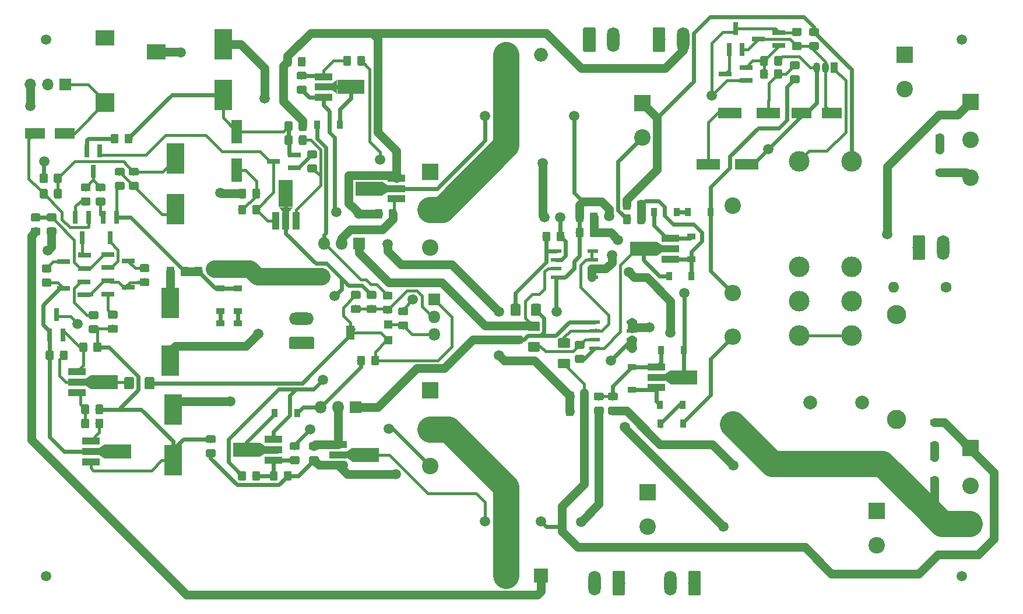
<source format=gbr>
G04 #@! TF.GenerationSoftware,KiCad,Pcbnew,(5.0.1)-4*
G04 #@! TF.CreationDate,2019-07-01T17:08:37-03:00*
G04 #@! TF.ProjectId,pcb_amplificador,7063625F616D706C6966696361646F72,rev?*
G04 #@! TF.SameCoordinates,Original*
G04 #@! TF.FileFunction,Copper,L1,Top,Mixed*
G04 #@! TF.FilePolarity,Positive*
%FSLAX46Y46*%
G04 Gerber Fmt 4.6, Leading zero omitted, Abs format (unit mm)*
G04 Created by KiCad (PCBNEW (5.0.1)-4) date 01/07/2019 17:08:37*
%MOMM*%
%LPD*%
G01*
G04 APERTURE LIST*
G04 #@! TA.AperFunction,SMDPad,CuDef*
%ADD10C,0.750000*%
G04 #@! TD*
G04 #@! TA.AperFunction,Conductor*
%ADD11C,0.100000*%
G04 #@! TD*
G04 #@! TA.AperFunction,SMDPad,CuDef*
%ADD12R,4.000000X2.000000*%
G04 #@! TD*
G04 #@! TA.AperFunction,SMDPad,CuDef*
%ADD13R,2.500000X1.000000*%
G04 #@! TD*
G04 #@! TA.AperFunction,SMDPad,CuDef*
%ADD14C,1.425000*%
G04 #@! TD*
G04 #@! TA.AperFunction,SMDPad,CuDef*
%ADD15C,1.150000*%
G04 #@! TD*
G04 #@! TA.AperFunction,SMDPad,CuDef*
%ADD16R,1.200000X0.900000*%
G04 #@! TD*
G04 #@! TA.AperFunction,SMDPad,CuDef*
%ADD17R,3.500000X1.600000*%
G04 #@! TD*
G04 #@! TA.AperFunction,SMDPad,CuDef*
%ADD18R,3.000000X1.600000*%
G04 #@! TD*
G04 #@! TA.AperFunction,SMDPad,CuDef*
%ADD19R,1.900000X0.800000*%
G04 #@! TD*
G04 #@! TA.AperFunction,ComponentPad*
%ADD20C,2.400000*%
G04 #@! TD*
G04 #@! TA.AperFunction,ComponentPad*
%ADD21R,2.400000X2.400000*%
G04 #@! TD*
G04 #@! TA.AperFunction,ComponentPad*
%ADD22O,1.800000X3.600000*%
G04 #@! TD*
G04 #@! TA.AperFunction,ComponentPad*
%ADD23C,1.800000*%
G04 #@! TD*
G04 #@! TA.AperFunction,SMDPad,CuDef*
%ADD24R,1.600000X3.500000*%
G04 #@! TD*
G04 #@! TA.AperFunction,ComponentPad*
%ADD25R,1.050000X1.500000*%
G04 #@! TD*
G04 #@! TA.AperFunction,ComponentPad*
%ADD26O,1.050000X1.500000*%
G04 #@! TD*
G04 #@! TA.AperFunction,SMDPad,CuDef*
%ADD27R,1.550000X0.600000*%
G04 #@! TD*
G04 #@! TA.AperFunction,ComponentPad*
%ADD28C,3.000000*%
G04 #@! TD*
G04 #@! TA.AperFunction,ComponentPad*
%ADD29O,2.400000X2.400000*%
G04 #@! TD*
G04 #@! TA.AperFunction,ComponentPad*
%ADD30O,1.800000X1.800000*%
G04 #@! TD*
G04 #@! TA.AperFunction,ComponentPad*
%ADD31R,1.800000X1.800000*%
G04 #@! TD*
G04 #@! TA.AperFunction,SMDPad,CuDef*
%ADD32R,2.500000X4.400000*%
G04 #@! TD*
G04 #@! TA.AperFunction,SMDPad,CuDef*
%ADD33R,2.800000X2.800000*%
G04 #@! TD*
G04 #@! TA.AperFunction,SMDPad,CuDef*
%ADD34R,2.800000X2.200000*%
G04 #@! TD*
G04 #@! TA.AperFunction,SMDPad,CuDef*
%ADD35R,1.300000X1.300000*%
G04 #@! TD*
G04 #@! TA.AperFunction,SMDPad,CuDef*
%ADD36R,1.300000X2.000000*%
G04 #@! TD*
G04 #@! TA.AperFunction,SMDPad,CuDef*
%ADD37R,0.900000X1.200000*%
G04 #@! TD*
G04 #@! TA.AperFunction,ComponentPad*
%ADD38O,2.000000X2.000000*%
G04 #@! TD*
G04 #@! TA.AperFunction,ComponentPad*
%ADD39R,2.000000X2.000000*%
G04 #@! TD*
G04 #@! TA.AperFunction,ComponentPad*
%ADD40O,1.700000X1.700000*%
G04 #@! TD*
G04 #@! TA.AperFunction,ComponentPad*
%ADD41R,1.700000X1.700000*%
G04 #@! TD*
G04 #@! TA.AperFunction,ComponentPad*
%ADD42O,3.600000X1.800000*%
G04 #@! TD*
G04 #@! TA.AperFunction,ComponentPad*
%ADD43O,2.800000X2.800000*%
G04 #@! TD*
G04 #@! TA.AperFunction,ComponentPad*
%ADD44C,2.800000*%
G04 #@! TD*
G04 #@! TA.AperFunction,ComponentPad*
%ADD45O,1.600000X1.600000*%
G04 #@! TD*
G04 #@! TA.AperFunction,ComponentPad*
%ADD46C,1.600000*%
G04 #@! TD*
G04 #@! TA.AperFunction,ComponentPad*
%ADD47C,2.000000*%
G04 #@! TD*
G04 #@! TA.AperFunction,SMDPad,CuDef*
%ADD48R,0.800000X1.900000*%
G04 #@! TD*
G04 #@! TA.AperFunction,SMDPad,CuDef*
%ADD49R,1.000000X2.500000*%
G04 #@! TD*
G04 #@! TA.AperFunction,SMDPad,CuDef*
%ADD50R,2.000000X4.000000*%
G04 #@! TD*
G04 #@! TA.AperFunction,ViaPad*
%ADD51C,1.500000*%
G04 #@! TD*
G04 #@! TA.AperFunction,Conductor*
%ADD52C,0.406400*%
G04 #@! TD*
G04 #@! TA.AperFunction,Conductor*
%ADD53C,1.270000*%
G04 #@! TD*
G04 #@! TA.AperFunction,Conductor*
%ADD54C,0.609600*%
G04 #@! TD*
G04 #@! TA.AperFunction,Conductor*
%ADD55C,3.810000*%
G04 #@! TD*
G04 #@! TA.AperFunction,Conductor*
%ADD56C,2.540000*%
G04 #@! TD*
G04 APERTURE END LIST*
D10*
G04 #@! TO.P,Q9,2*
G04 #@! TO.N,Net-(D21-Pad1)*
X76921000Y-63881000D03*
D11*
G04 #@! TD*
G04 #@! TO.N,Net-(D21-Pad1)*
G04 #@! TO.C,Q9*
G36*
X77296000Y-64881000D02*
X76546000Y-64381000D01*
X76546000Y-63381000D01*
X77296000Y-62881000D01*
X77296000Y-64881000D01*
X77296000Y-64881000D01*
G37*
D12*
G04 #@! TO.P,Q9,2*
G04 #@! TO.N,Net-(D21-Pad1)*
X79271000Y-63881000D03*
D13*
G04 #@! TO.P,Q9,3*
G04 #@! TO.N,/VOUT*
X75311000Y-65381000D03*
G04 #@! TO.P,Q9,2*
G04 #@! TO.N,Net-(D21-Pad1)*
X75311000Y-63881000D03*
G04 #@! TO.P,Q9,1*
G04 #@! TO.N,Net-(Q9-Pad1)*
X75311000Y-62381000D03*
G04 #@! TD*
D11*
G04 #@! TO.N,Net-(M2-Pad1)*
G04 #@! TO.C,R57*
G36*
X106659004Y-95392204D02*
X106683273Y-95395804D01*
X106707071Y-95401765D01*
X106730171Y-95410030D01*
X106752349Y-95420520D01*
X106773393Y-95433133D01*
X106793098Y-95447747D01*
X106811277Y-95464223D01*
X106827753Y-95482402D01*
X106842367Y-95502107D01*
X106854980Y-95523151D01*
X106865470Y-95545329D01*
X106873735Y-95568429D01*
X106879696Y-95592227D01*
X106883296Y-95616496D01*
X106884500Y-95641000D01*
X106884500Y-96891000D01*
X106883296Y-96915504D01*
X106879696Y-96939773D01*
X106873735Y-96963571D01*
X106865470Y-96986671D01*
X106854980Y-97008849D01*
X106842367Y-97029893D01*
X106827753Y-97049598D01*
X106811277Y-97067777D01*
X106793098Y-97084253D01*
X106773393Y-97098867D01*
X106752349Y-97111480D01*
X106730171Y-97121970D01*
X106707071Y-97130235D01*
X106683273Y-97136196D01*
X106659004Y-97139796D01*
X106634500Y-97141000D01*
X105709500Y-97141000D01*
X105684996Y-97139796D01*
X105660727Y-97136196D01*
X105636929Y-97130235D01*
X105613829Y-97121970D01*
X105591651Y-97111480D01*
X105570607Y-97098867D01*
X105550902Y-97084253D01*
X105532723Y-97067777D01*
X105516247Y-97049598D01*
X105501633Y-97029893D01*
X105489020Y-97008849D01*
X105478530Y-96986671D01*
X105470265Y-96963571D01*
X105464304Y-96939773D01*
X105460704Y-96915504D01*
X105459500Y-96891000D01*
X105459500Y-95641000D01*
X105460704Y-95616496D01*
X105464304Y-95592227D01*
X105470265Y-95568429D01*
X105478530Y-95545329D01*
X105489020Y-95523151D01*
X105501633Y-95502107D01*
X105516247Y-95482402D01*
X105532723Y-95464223D01*
X105550902Y-95447747D01*
X105570607Y-95433133D01*
X105591651Y-95420520D01*
X105613829Y-95410030D01*
X105636929Y-95401765D01*
X105660727Y-95395804D01*
X105684996Y-95392204D01*
X105709500Y-95391000D01*
X106634500Y-95391000D01*
X106659004Y-95392204D01*
X106659004Y-95392204D01*
G37*
D14*
G04 #@! TD*
G04 #@! TO.P,R57,2*
G04 #@! TO.N,Net-(M2-Pad1)*
X106172000Y-96266000D03*
D11*
G04 #@! TO.N,Net-(M1-Pad1)*
G04 #@! TO.C,R57*
G36*
X103684004Y-95392204D02*
X103708273Y-95395804D01*
X103732071Y-95401765D01*
X103755171Y-95410030D01*
X103777349Y-95420520D01*
X103798393Y-95433133D01*
X103818098Y-95447747D01*
X103836277Y-95464223D01*
X103852753Y-95482402D01*
X103867367Y-95502107D01*
X103879980Y-95523151D01*
X103890470Y-95545329D01*
X103898735Y-95568429D01*
X103904696Y-95592227D01*
X103908296Y-95616496D01*
X103909500Y-95641000D01*
X103909500Y-96891000D01*
X103908296Y-96915504D01*
X103904696Y-96939773D01*
X103898735Y-96963571D01*
X103890470Y-96986671D01*
X103879980Y-97008849D01*
X103867367Y-97029893D01*
X103852753Y-97049598D01*
X103836277Y-97067777D01*
X103818098Y-97084253D01*
X103798393Y-97098867D01*
X103777349Y-97111480D01*
X103755171Y-97121970D01*
X103732071Y-97130235D01*
X103708273Y-97136196D01*
X103684004Y-97139796D01*
X103659500Y-97141000D01*
X102734500Y-97141000D01*
X102709996Y-97139796D01*
X102685727Y-97136196D01*
X102661929Y-97130235D01*
X102638829Y-97121970D01*
X102616651Y-97111480D01*
X102595607Y-97098867D01*
X102575902Y-97084253D01*
X102557723Y-97067777D01*
X102541247Y-97049598D01*
X102526633Y-97029893D01*
X102514020Y-97008849D01*
X102503530Y-96986671D01*
X102495265Y-96963571D01*
X102489304Y-96939773D01*
X102485704Y-96915504D01*
X102484500Y-96891000D01*
X102484500Y-95641000D01*
X102485704Y-95616496D01*
X102489304Y-95592227D01*
X102495265Y-95568429D01*
X102503530Y-95545329D01*
X102514020Y-95523151D01*
X102526633Y-95502107D01*
X102541247Y-95482402D01*
X102557723Y-95464223D01*
X102575902Y-95447747D01*
X102595607Y-95433133D01*
X102616651Y-95420520D01*
X102638829Y-95410030D01*
X102661929Y-95401765D01*
X102685727Y-95395804D01*
X102709996Y-95392204D01*
X102734500Y-95391000D01*
X103659500Y-95391000D01*
X103684004Y-95392204D01*
X103684004Y-95392204D01*
G37*
D14*
G04 #@! TD*
G04 #@! TO.P,R57,1*
G04 #@! TO.N,Net-(M1-Pad1)*
X103197000Y-96266000D03*
D10*
G04 #@! TO.P,Q20,2*
G04 #@! TO.N,Net-(D7-Pad2)*
X124105064Y-87398379D03*
D11*
G04 #@! TD*
G04 #@! TO.N,Net-(D7-Pad2)*
G04 #@! TO.C,Q20*
G36*
X123730064Y-86398379D02*
X124480064Y-86898379D01*
X124480064Y-87898379D01*
X123730064Y-88398379D01*
X123730064Y-86398379D01*
X123730064Y-86398379D01*
G37*
D12*
G04 #@! TO.P,Q20,2*
G04 #@! TO.N,Net-(D7-Pad2)*
X121755064Y-87398379D03*
D13*
G04 #@! TO.P,Q20,3*
G04 #@! TO.N,Net-(D5-Pad1)*
X125715064Y-85898379D03*
G04 #@! TO.P,Q20,2*
G04 #@! TO.N,Net-(D7-Pad2)*
X125715064Y-87398379D03*
G04 #@! TO.P,Q20,1*
G04 #@! TO.N,Net-(D7-Pad1)*
X125715064Y-88898379D03*
G04 #@! TD*
D11*
G04 #@! TO.N,Net-(M2-Pad3)*
G04 #@! TO.C,R30*
G36*
X112996505Y-100772204D02*
X113020773Y-100775804D01*
X113044572Y-100781765D01*
X113067671Y-100790030D01*
X113089850Y-100800520D01*
X113110893Y-100813132D01*
X113130599Y-100827747D01*
X113148777Y-100844223D01*
X113165253Y-100862401D01*
X113179868Y-100882107D01*
X113192480Y-100903150D01*
X113202970Y-100925329D01*
X113211235Y-100948428D01*
X113217196Y-100972227D01*
X113220796Y-100996495D01*
X113222000Y-101020999D01*
X113222000Y-101671001D01*
X113220796Y-101695505D01*
X113217196Y-101719773D01*
X113211235Y-101743572D01*
X113202970Y-101766671D01*
X113192480Y-101788850D01*
X113179868Y-101809893D01*
X113165253Y-101829599D01*
X113148777Y-101847777D01*
X113130599Y-101864253D01*
X113110893Y-101878868D01*
X113089850Y-101891480D01*
X113067671Y-101901970D01*
X113044572Y-101910235D01*
X113020773Y-101916196D01*
X112996505Y-101919796D01*
X112972001Y-101921000D01*
X112071999Y-101921000D01*
X112047495Y-101919796D01*
X112023227Y-101916196D01*
X111999428Y-101910235D01*
X111976329Y-101901970D01*
X111954150Y-101891480D01*
X111933107Y-101878868D01*
X111913401Y-101864253D01*
X111895223Y-101847777D01*
X111878747Y-101829599D01*
X111864132Y-101809893D01*
X111851520Y-101788850D01*
X111841030Y-101766671D01*
X111832765Y-101743572D01*
X111826804Y-101719773D01*
X111823204Y-101695505D01*
X111822000Y-101671001D01*
X111822000Y-101020999D01*
X111823204Y-100996495D01*
X111826804Y-100972227D01*
X111832765Y-100948428D01*
X111841030Y-100925329D01*
X111851520Y-100903150D01*
X111864132Y-100882107D01*
X111878747Y-100862401D01*
X111895223Y-100844223D01*
X111913401Y-100827747D01*
X111933107Y-100813132D01*
X111954150Y-100800520D01*
X111976329Y-100790030D01*
X111999428Y-100781765D01*
X112023227Y-100775804D01*
X112047495Y-100772204D01*
X112071999Y-100771000D01*
X112972001Y-100771000D01*
X112996505Y-100772204D01*
X112996505Y-100772204D01*
G37*
D15*
G04 #@! TD*
G04 #@! TO.P,R30,1*
G04 #@! TO.N,Net-(M2-Pad3)*
X112522000Y-101346000D03*
D11*
G04 #@! TO.N,Net-(D7-Pad2)*
G04 #@! TO.C,R30*
G36*
X112996505Y-102822204D02*
X113020773Y-102825804D01*
X113044572Y-102831765D01*
X113067671Y-102840030D01*
X113089850Y-102850520D01*
X113110893Y-102863132D01*
X113130599Y-102877747D01*
X113148777Y-102894223D01*
X113165253Y-102912401D01*
X113179868Y-102932107D01*
X113192480Y-102953150D01*
X113202970Y-102975329D01*
X113211235Y-102998428D01*
X113217196Y-103022227D01*
X113220796Y-103046495D01*
X113222000Y-103070999D01*
X113222000Y-103721001D01*
X113220796Y-103745505D01*
X113217196Y-103769773D01*
X113211235Y-103793572D01*
X113202970Y-103816671D01*
X113192480Y-103838850D01*
X113179868Y-103859893D01*
X113165253Y-103879599D01*
X113148777Y-103897777D01*
X113130599Y-103914253D01*
X113110893Y-103928868D01*
X113089850Y-103941480D01*
X113067671Y-103951970D01*
X113044572Y-103960235D01*
X113020773Y-103966196D01*
X112996505Y-103969796D01*
X112972001Y-103971000D01*
X112071999Y-103971000D01*
X112047495Y-103969796D01*
X112023227Y-103966196D01*
X111999428Y-103960235D01*
X111976329Y-103951970D01*
X111954150Y-103941480D01*
X111933107Y-103928868D01*
X111913401Y-103914253D01*
X111895223Y-103897777D01*
X111878747Y-103879599D01*
X111864132Y-103859893D01*
X111851520Y-103838850D01*
X111841030Y-103816671D01*
X111832765Y-103793572D01*
X111826804Y-103769773D01*
X111823204Y-103745505D01*
X111822000Y-103721001D01*
X111822000Y-103070999D01*
X111823204Y-103046495D01*
X111826804Y-103022227D01*
X111832765Y-102998428D01*
X111841030Y-102975329D01*
X111851520Y-102953150D01*
X111864132Y-102932107D01*
X111878747Y-102912401D01*
X111895223Y-102894223D01*
X111913401Y-102877747D01*
X111933107Y-102863132D01*
X111954150Y-102850520D01*
X111976329Y-102840030D01*
X111999428Y-102831765D01*
X112023227Y-102825804D01*
X112047495Y-102822204D01*
X112071999Y-102821000D01*
X112972001Y-102821000D01*
X112996505Y-102822204D01*
X112996505Y-102822204D01*
G37*
D15*
G04 #@! TD*
G04 #@! TO.P,R30,2*
G04 #@! TO.N,Net-(D7-Pad2)*
X112522000Y-103396000D03*
D16*
G04 #@! TO.P,D17,2*
G04 #@! TO.N,Net-(D17-Pad2)*
X60298078Y-93180225D03*
G04 #@! TO.P,D17,1*
G04 #@! TO.N,Net-(D17-Pad1)*
X60298078Y-96480225D03*
G04 #@! TD*
D17*
G04 #@! TO.P,C12,2*
G04 #@! TO.N,Net-(C12-Pad2)*
X134354000Y-67691000D03*
G04 #@! TO.P,C12,1*
G04 #@! TO.N,Net-(C12-Pad1)*
X139954000Y-67691000D03*
G04 #@! TD*
D18*
G04 #@! TO.P,C13,2*
G04 #@! TO.N,Earth*
X144739000Y-67691000D03*
G04 #@! TO.P,C13,1*
G04 #@! TO.N,Net-(C13-Pad1)*
X149139000Y-67691000D03*
G04 #@! TD*
D11*
G04 #@! TO.N,Net-(Q18-Pad1)*
G04 #@! TO.C,R18*
G36*
X74134505Y-73086204D02*
X74158773Y-73089804D01*
X74182572Y-73095765D01*
X74205671Y-73104030D01*
X74227850Y-73114520D01*
X74248893Y-73127132D01*
X74268599Y-73141747D01*
X74286777Y-73158223D01*
X74303253Y-73176401D01*
X74317868Y-73196107D01*
X74330480Y-73217150D01*
X74340970Y-73239329D01*
X74349235Y-73262428D01*
X74355196Y-73286227D01*
X74358796Y-73310495D01*
X74360000Y-73334999D01*
X74360000Y-73985001D01*
X74358796Y-74009505D01*
X74355196Y-74033773D01*
X74349235Y-74057572D01*
X74340970Y-74080671D01*
X74330480Y-74102850D01*
X74317868Y-74123893D01*
X74303253Y-74143599D01*
X74286777Y-74161777D01*
X74268599Y-74178253D01*
X74248893Y-74192868D01*
X74227850Y-74205480D01*
X74205671Y-74215970D01*
X74182572Y-74224235D01*
X74158773Y-74230196D01*
X74134505Y-74233796D01*
X74110001Y-74235000D01*
X73209999Y-74235000D01*
X73185495Y-74233796D01*
X73161227Y-74230196D01*
X73137428Y-74224235D01*
X73114329Y-74215970D01*
X73092150Y-74205480D01*
X73071107Y-74192868D01*
X73051401Y-74178253D01*
X73033223Y-74161777D01*
X73016747Y-74143599D01*
X73002132Y-74123893D01*
X72989520Y-74102850D01*
X72979030Y-74080671D01*
X72970765Y-74057572D01*
X72964804Y-74033773D01*
X72961204Y-74009505D01*
X72960000Y-73985001D01*
X72960000Y-73334999D01*
X72961204Y-73310495D01*
X72964804Y-73286227D01*
X72970765Y-73262428D01*
X72979030Y-73239329D01*
X72989520Y-73217150D01*
X73002132Y-73196107D01*
X73016747Y-73176401D01*
X73033223Y-73158223D01*
X73051401Y-73141747D01*
X73071107Y-73127132D01*
X73092150Y-73114520D01*
X73114329Y-73104030D01*
X73137428Y-73095765D01*
X73161227Y-73089804D01*
X73185495Y-73086204D01*
X73209999Y-73085000D01*
X74110001Y-73085000D01*
X74134505Y-73086204D01*
X74134505Y-73086204D01*
G37*
D15*
G04 #@! TD*
G04 #@! TO.P,R18,2*
G04 #@! TO.N,Net-(Q18-Pad1)*
X73660000Y-73660000D03*
D11*
G04 #@! TO.N,Net-(Q17-Pad3)*
G04 #@! TO.C,R18*
G36*
X74134505Y-75136204D02*
X74158773Y-75139804D01*
X74182572Y-75145765D01*
X74205671Y-75154030D01*
X74227850Y-75164520D01*
X74248893Y-75177132D01*
X74268599Y-75191747D01*
X74286777Y-75208223D01*
X74303253Y-75226401D01*
X74317868Y-75246107D01*
X74330480Y-75267150D01*
X74340970Y-75289329D01*
X74349235Y-75312428D01*
X74355196Y-75336227D01*
X74358796Y-75360495D01*
X74360000Y-75384999D01*
X74360000Y-76035001D01*
X74358796Y-76059505D01*
X74355196Y-76083773D01*
X74349235Y-76107572D01*
X74340970Y-76130671D01*
X74330480Y-76152850D01*
X74317868Y-76173893D01*
X74303253Y-76193599D01*
X74286777Y-76211777D01*
X74268599Y-76228253D01*
X74248893Y-76242868D01*
X74227850Y-76255480D01*
X74205671Y-76265970D01*
X74182572Y-76274235D01*
X74158773Y-76280196D01*
X74134505Y-76283796D01*
X74110001Y-76285000D01*
X73209999Y-76285000D01*
X73185495Y-76283796D01*
X73161227Y-76280196D01*
X73137428Y-76274235D01*
X73114329Y-76265970D01*
X73092150Y-76255480D01*
X73071107Y-76242868D01*
X73051401Y-76228253D01*
X73033223Y-76211777D01*
X73016747Y-76193599D01*
X73002132Y-76173893D01*
X72989520Y-76152850D01*
X72979030Y-76130671D01*
X72970765Y-76107572D01*
X72964804Y-76083773D01*
X72961204Y-76059505D01*
X72960000Y-76035001D01*
X72960000Y-75384999D01*
X72961204Y-75360495D01*
X72964804Y-75336227D01*
X72970765Y-75312428D01*
X72979030Y-75289329D01*
X72989520Y-75267150D01*
X73002132Y-75246107D01*
X73016747Y-75226401D01*
X73033223Y-75208223D01*
X73051401Y-75191747D01*
X73071107Y-75177132D01*
X73092150Y-75164520D01*
X73114329Y-75154030D01*
X73137428Y-75145765D01*
X73161227Y-75139804D01*
X73185495Y-75136204D01*
X73209999Y-75135000D01*
X74110001Y-75135000D01*
X74134505Y-75136204D01*
X74134505Y-75136204D01*
G37*
D15*
G04 #@! TD*
G04 #@! TO.P,R18,1*
G04 #@! TO.N,Net-(Q17-Pad3)*
X73660000Y-75710000D03*
D19*
G04 #@! TO.P,Q5,1*
G04 #@! TO.N,Net-(C11-Pad1)*
X40561783Y-90235507D03*
G04 #@! TO.P,Q5,2*
G04 #@! TO.N,Net-(Q1-Pad3)*
X40561783Y-88335507D03*
G04 #@! TO.P,Q5,3*
G04 #@! TO.N,Net-(Q5-Pad3)*
X37561783Y-89285507D03*
G04 #@! TD*
D20*
G04 #@! TO.P,C16,2*
G04 #@! TO.N,Earth*
X121584720Y-71238120D03*
D21*
G04 #@! TO.P,C16,1*
G04 #@! TO.N,/Vmin*
X121584720Y-66238120D03*
G04 #@! TD*
D22*
G04 #@! TO.P,J1,2*
G04 #@! TO.N,/Vmax*
X127538360Y-57000000D03*
D11*
G04 #@! TD*
G04 #@! TO.N,/Vmax*
G04 #@! TO.C,J1*
G36*
X124712864Y-55201204D02*
X124737133Y-55204804D01*
X124760931Y-55210765D01*
X124784031Y-55219030D01*
X124806209Y-55229520D01*
X124827253Y-55242133D01*
X124846958Y-55256747D01*
X124865137Y-55273223D01*
X124881613Y-55291402D01*
X124896227Y-55311107D01*
X124908840Y-55332151D01*
X124919330Y-55354329D01*
X124927595Y-55377429D01*
X124933556Y-55401227D01*
X124937156Y-55425496D01*
X124938360Y-55450000D01*
X124938360Y-58550000D01*
X124937156Y-58574504D01*
X124933556Y-58598773D01*
X124927595Y-58622571D01*
X124919330Y-58645671D01*
X124908840Y-58667849D01*
X124896227Y-58688893D01*
X124881613Y-58708598D01*
X124865137Y-58726777D01*
X124846958Y-58743253D01*
X124827253Y-58757867D01*
X124806209Y-58770480D01*
X124784031Y-58780970D01*
X124760931Y-58789235D01*
X124737133Y-58795196D01*
X124712864Y-58798796D01*
X124688360Y-58800000D01*
X123388360Y-58800000D01*
X123363856Y-58798796D01*
X123339587Y-58795196D01*
X123315789Y-58789235D01*
X123292689Y-58780970D01*
X123270511Y-58770480D01*
X123249467Y-58757867D01*
X123229762Y-58743253D01*
X123211583Y-58726777D01*
X123195107Y-58708598D01*
X123180493Y-58688893D01*
X123167880Y-58667849D01*
X123157390Y-58645671D01*
X123149125Y-58622571D01*
X123143164Y-58598773D01*
X123139564Y-58574504D01*
X123138360Y-58550000D01*
X123138360Y-55450000D01*
X123139564Y-55425496D01*
X123143164Y-55401227D01*
X123149125Y-55377429D01*
X123157390Y-55354329D01*
X123167880Y-55332151D01*
X123180493Y-55311107D01*
X123195107Y-55291402D01*
X123211583Y-55273223D01*
X123229762Y-55256747D01*
X123249467Y-55242133D01*
X123270511Y-55229520D01*
X123292689Y-55219030D01*
X123315789Y-55210765D01*
X123339587Y-55204804D01*
X123363856Y-55201204D01*
X123388360Y-55200000D01*
X124688360Y-55200000D01*
X124712864Y-55201204D01*
X124712864Y-55201204D01*
G37*
D23*
G04 #@! TO.P,J1,1*
G04 #@! TO.N,/Vmax*
X124038360Y-57000000D03*
G04 #@! TD*
D24*
G04 #@! TO.P,C7,2*
G04 #@! TO.N,Net-(C7-Pad2)*
X62738000Y-70358000D03*
G04 #@! TO.P,C7,1*
G04 #@! TO.N,Net-(C7-Pad1)*
X62738000Y-75958000D03*
G04 #@! TD*
D25*
G04 #@! TO.P,Q29,1*
G04 #@! TO.N,Net-(K1-PadA2)*
X149479000Y-61066680D03*
D26*
G04 #@! TO.P,Q29,3*
G04 #@! TO.N,Earth*
X146939000Y-61066680D03*
G04 #@! TO.P,Q29,2*
G04 #@! TO.N,Net-(C13-Pad1)*
X148209000Y-61066680D03*
G04 #@! TD*
D17*
G04 #@! TO.P,C14,2*
G04 #@! TO.N,Net-(C12-Pad2)*
X131200240Y-75138280D03*
G04 #@! TO.P,C14,1*
G04 #@! TO.N,Earth*
X136800240Y-75138280D03*
G04 #@! TD*
D11*
G04 #@! TO.N,Net-(D4-Pad2)*
G04 #@! TO.C,R15*
G36*
X81139505Y-59372204D02*
X81163773Y-59375804D01*
X81187572Y-59381765D01*
X81210671Y-59390030D01*
X81232850Y-59400520D01*
X81253893Y-59413132D01*
X81273599Y-59427747D01*
X81291777Y-59444223D01*
X81308253Y-59462401D01*
X81322868Y-59482107D01*
X81335480Y-59503150D01*
X81345970Y-59525329D01*
X81354235Y-59548428D01*
X81360196Y-59572227D01*
X81363796Y-59596495D01*
X81365000Y-59620999D01*
X81365000Y-60521001D01*
X81363796Y-60545505D01*
X81360196Y-60569773D01*
X81354235Y-60593572D01*
X81345970Y-60616671D01*
X81335480Y-60638850D01*
X81322868Y-60659893D01*
X81308253Y-60679599D01*
X81291777Y-60697777D01*
X81273599Y-60714253D01*
X81253893Y-60728868D01*
X81232850Y-60741480D01*
X81210671Y-60751970D01*
X81187572Y-60760235D01*
X81163773Y-60766196D01*
X81139505Y-60769796D01*
X81115001Y-60771000D01*
X80464999Y-60771000D01*
X80440495Y-60769796D01*
X80416227Y-60766196D01*
X80392428Y-60760235D01*
X80369329Y-60751970D01*
X80347150Y-60741480D01*
X80326107Y-60728868D01*
X80306401Y-60714253D01*
X80288223Y-60697777D01*
X80271747Y-60679599D01*
X80257132Y-60659893D01*
X80244520Y-60638850D01*
X80234030Y-60616671D01*
X80225765Y-60593572D01*
X80219804Y-60569773D01*
X80216204Y-60545505D01*
X80215000Y-60521001D01*
X80215000Y-59620999D01*
X80216204Y-59596495D01*
X80219804Y-59572227D01*
X80225765Y-59548428D01*
X80234030Y-59525329D01*
X80244520Y-59503150D01*
X80257132Y-59482107D01*
X80271747Y-59462401D01*
X80288223Y-59444223D01*
X80306401Y-59427747D01*
X80326107Y-59413132D01*
X80347150Y-59400520D01*
X80369329Y-59390030D01*
X80392428Y-59381765D01*
X80416227Y-59375804D01*
X80440495Y-59372204D01*
X80464999Y-59371000D01*
X81115001Y-59371000D01*
X81139505Y-59372204D01*
X81139505Y-59372204D01*
G37*
D15*
G04 #@! TD*
G04 #@! TO.P,R15,1*
G04 #@! TO.N,Net-(D4-Pad2)*
X80790000Y-60071000D03*
D11*
G04 #@! TO.N,Net-(Q9-Pad1)*
G04 #@! TO.C,R15*
G36*
X79089505Y-59372204D02*
X79113773Y-59375804D01*
X79137572Y-59381765D01*
X79160671Y-59390030D01*
X79182850Y-59400520D01*
X79203893Y-59413132D01*
X79223599Y-59427747D01*
X79241777Y-59444223D01*
X79258253Y-59462401D01*
X79272868Y-59482107D01*
X79285480Y-59503150D01*
X79295970Y-59525329D01*
X79304235Y-59548428D01*
X79310196Y-59572227D01*
X79313796Y-59596495D01*
X79315000Y-59620999D01*
X79315000Y-60521001D01*
X79313796Y-60545505D01*
X79310196Y-60569773D01*
X79304235Y-60593572D01*
X79295970Y-60616671D01*
X79285480Y-60638850D01*
X79272868Y-60659893D01*
X79258253Y-60679599D01*
X79241777Y-60697777D01*
X79223599Y-60714253D01*
X79203893Y-60728868D01*
X79182850Y-60741480D01*
X79160671Y-60751970D01*
X79137572Y-60760235D01*
X79113773Y-60766196D01*
X79089505Y-60769796D01*
X79065001Y-60771000D01*
X78414999Y-60771000D01*
X78390495Y-60769796D01*
X78366227Y-60766196D01*
X78342428Y-60760235D01*
X78319329Y-60751970D01*
X78297150Y-60741480D01*
X78276107Y-60728868D01*
X78256401Y-60714253D01*
X78238223Y-60697777D01*
X78221747Y-60679599D01*
X78207132Y-60659893D01*
X78194520Y-60638850D01*
X78184030Y-60616671D01*
X78175765Y-60593572D01*
X78169804Y-60569773D01*
X78166204Y-60545505D01*
X78165000Y-60521001D01*
X78165000Y-59620999D01*
X78166204Y-59596495D01*
X78169804Y-59572227D01*
X78175765Y-59548428D01*
X78184030Y-59525329D01*
X78194520Y-59503150D01*
X78207132Y-59482107D01*
X78221747Y-59462401D01*
X78238223Y-59444223D01*
X78256401Y-59427747D01*
X78276107Y-59413132D01*
X78297150Y-59400520D01*
X78319329Y-59390030D01*
X78342428Y-59381765D01*
X78366227Y-59375804D01*
X78390495Y-59372204D01*
X78414999Y-59371000D01*
X79065001Y-59371000D01*
X79089505Y-59372204D01*
X79089505Y-59372204D01*
G37*
D15*
G04 #@! TD*
G04 #@! TO.P,R15,2*
G04 #@! TO.N,Net-(Q9-Pad1)*
X78740000Y-60071000D03*
D11*
G04 #@! TO.N,/Vmax*
G04 #@! TO.C,R37*
G36*
X70453505Y-59499204D02*
X70477773Y-59502804D01*
X70501572Y-59508765D01*
X70524671Y-59517030D01*
X70546850Y-59527520D01*
X70567893Y-59540132D01*
X70587599Y-59554747D01*
X70605777Y-59571223D01*
X70622253Y-59589401D01*
X70636868Y-59609107D01*
X70649480Y-59630150D01*
X70659970Y-59652329D01*
X70668235Y-59675428D01*
X70674196Y-59699227D01*
X70677796Y-59723495D01*
X70679000Y-59747999D01*
X70679000Y-60648001D01*
X70677796Y-60672505D01*
X70674196Y-60696773D01*
X70668235Y-60720572D01*
X70659970Y-60743671D01*
X70649480Y-60765850D01*
X70636868Y-60786893D01*
X70622253Y-60806599D01*
X70605777Y-60824777D01*
X70587599Y-60841253D01*
X70567893Y-60855868D01*
X70546850Y-60868480D01*
X70524671Y-60878970D01*
X70501572Y-60887235D01*
X70477773Y-60893196D01*
X70453505Y-60896796D01*
X70429001Y-60898000D01*
X69778999Y-60898000D01*
X69754495Y-60896796D01*
X69730227Y-60893196D01*
X69706428Y-60887235D01*
X69683329Y-60878970D01*
X69661150Y-60868480D01*
X69640107Y-60855868D01*
X69620401Y-60841253D01*
X69602223Y-60824777D01*
X69585747Y-60806599D01*
X69571132Y-60786893D01*
X69558520Y-60765850D01*
X69548030Y-60743671D01*
X69539765Y-60720572D01*
X69533804Y-60696773D01*
X69530204Y-60672505D01*
X69529000Y-60648001D01*
X69529000Y-59747999D01*
X69530204Y-59723495D01*
X69533804Y-59699227D01*
X69539765Y-59675428D01*
X69548030Y-59652329D01*
X69558520Y-59630150D01*
X69571132Y-59609107D01*
X69585747Y-59589401D01*
X69602223Y-59571223D01*
X69620401Y-59554747D01*
X69640107Y-59540132D01*
X69661150Y-59527520D01*
X69683329Y-59517030D01*
X69706428Y-59508765D01*
X69730227Y-59502804D01*
X69754495Y-59499204D01*
X69778999Y-59498000D01*
X70429001Y-59498000D01*
X70453505Y-59499204D01*
X70453505Y-59499204D01*
G37*
D15*
G04 #@! TD*
G04 #@! TO.P,R37,2*
G04 #@! TO.N,/Vmax*
X70104000Y-60198000D03*
D11*
G04 #@! TO.N,Net-(Q9-Pad1)*
G04 #@! TO.C,R37*
G36*
X72503505Y-59499204D02*
X72527773Y-59502804D01*
X72551572Y-59508765D01*
X72574671Y-59517030D01*
X72596850Y-59527520D01*
X72617893Y-59540132D01*
X72637599Y-59554747D01*
X72655777Y-59571223D01*
X72672253Y-59589401D01*
X72686868Y-59609107D01*
X72699480Y-59630150D01*
X72709970Y-59652329D01*
X72718235Y-59675428D01*
X72724196Y-59699227D01*
X72727796Y-59723495D01*
X72729000Y-59747999D01*
X72729000Y-60648001D01*
X72727796Y-60672505D01*
X72724196Y-60696773D01*
X72718235Y-60720572D01*
X72709970Y-60743671D01*
X72699480Y-60765850D01*
X72686868Y-60786893D01*
X72672253Y-60806599D01*
X72655777Y-60824777D01*
X72637599Y-60841253D01*
X72617893Y-60855868D01*
X72596850Y-60868480D01*
X72574671Y-60878970D01*
X72551572Y-60887235D01*
X72527773Y-60893196D01*
X72503505Y-60896796D01*
X72479001Y-60898000D01*
X71828999Y-60898000D01*
X71804495Y-60896796D01*
X71780227Y-60893196D01*
X71756428Y-60887235D01*
X71733329Y-60878970D01*
X71711150Y-60868480D01*
X71690107Y-60855868D01*
X71670401Y-60841253D01*
X71652223Y-60824777D01*
X71635747Y-60806599D01*
X71621132Y-60786893D01*
X71608520Y-60765850D01*
X71598030Y-60743671D01*
X71589765Y-60720572D01*
X71583804Y-60696773D01*
X71580204Y-60672505D01*
X71579000Y-60648001D01*
X71579000Y-59747999D01*
X71580204Y-59723495D01*
X71583804Y-59699227D01*
X71589765Y-59675428D01*
X71598030Y-59652329D01*
X71608520Y-59630150D01*
X71621132Y-59609107D01*
X71635747Y-59589401D01*
X71652223Y-59571223D01*
X71670401Y-59554747D01*
X71690107Y-59540132D01*
X71711150Y-59527520D01*
X71733329Y-59517030D01*
X71756428Y-59508765D01*
X71780227Y-59502804D01*
X71804495Y-59499204D01*
X71828999Y-59498000D01*
X72479001Y-59498000D01*
X72503505Y-59499204D01*
X72503505Y-59499204D01*
G37*
D15*
G04 #@! TD*
G04 #@! TO.P,R37,1*
G04 #@! TO.N,Net-(Q9-Pad1)*
X72154000Y-60198000D03*
D11*
G04 #@! TO.N,Net-(D21-Pad2)*
G04 #@! TO.C,R12*
G36*
X85097145Y-93619564D02*
X85121413Y-93623164D01*
X85145212Y-93629125D01*
X85168311Y-93637390D01*
X85190490Y-93647880D01*
X85211533Y-93660492D01*
X85231239Y-93675107D01*
X85249417Y-93691583D01*
X85265893Y-93709761D01*
X85280508Y-93729467D01*
X85293120Y-93750510D01*
X85303610Y-93772689D01*
X85311875Y-93795788D01*
X85317836Y-93819587D01*
X85321436Y-93843855D01*
X85322640Y-93868359D01*
X85322640Y-94518361D01*
X85321436Y-94542865D01*
X85317836Y-94567133D01*
X85311875Y-94590932D01*
X85303610Y-94614031D01*
X85293120Y-94636210D01*
X85280508Y-94657253D01*
X85265893Y-94676959D01*
X85249417Y-94695137D01*
X85231239Y-94711613D01*
X85211533Y-94726228D01*
X85190490Y-94738840D01*
X85168311Y-94749330D01*
X85145212Y-94757595D01*
X85121413Y-94763556D01*
X85097145Y-94767156D01*
X85072641Y-94768360D01*
X84172639Y-94768360D01*
X84148135Y-94767156D01*
X84123867Y-94763556D01*
X84100068Y-94757595D01*
X84076969Y-94749330D01*
X84054790Y-94738840D01*
X84033747Y-94726228D01*
X84014041Y-94711613D01*
X83995863Y-94695137D01*
X83979387Y-94676959D01*
X83964772Y-94657253D01*
X83952160Y-94636210D01*
X83941670Y-94614031D01*
X83933405Y-94590932D01*
X83927444Y-94567133D01*
X83923844Y-94542865D01*
X83922640Y-94518361D01*
X83922640Y-93868359D01*
X83923844Y-93843855D01*
X83927444Y-93819587D01*
X83933405Y-93795788D01*
X83941670Y-93772689D01*
X83952160Y-93750510D01*
X83964772Y-93729467D01*
X83979387Y-93709761D01*
X83995863Y-93691583D01*
X84014041Y-93675107D01*
X84033747Y-93660492D01*
X84054790Y-93647880D01*
X84076969Y-93637390D01*
X84100068Y-93629125D01*
X84123867Y-93623164D01*
X84148135Y-93619564D01*
X84172639Y-93618360D01*
X85072641Y-93618360D01*
X85097145Y-93619564D01*
X85097145Y-93619564D01*
G37*
D15*
G04 #@! TD*
G04 #@! TO.P,R12,2*
G04 #@! TO.N,Net-(D21-Pad2)*
X84622640Y-94193360D03*
D11*
G04 #@! TO.N,Net-(C6-Pad2)*
G04 #@! TO.C,R12*
G36*
X85097145Y-95669564D02*
X85121413Y-95673164D01*
X85145212Y-95679125D01*
X85168311Y-95687390D01*
X85190490Y-95697880D01*
X85211533Y-95710492D01*
X85231239Y-95725107D01*
X85249417Y-95741583D01*
X85265893Y-95759761D01*
X85280508Y-95779467D01*
X85293120Y-95800510D01*
X85303610Y-95822689D01*
X85311875Y-95845788D01*
X85317836Y-95869587D01*
X85321436Y-95893855D01*
X85322640Y-95918359D01*
X85322640Y-96568361D01*
X85321436Y-96592865D01*
X85317836Y-96617133D01*
X85311875Y-96640932D01*
X85303610Y-96664031D01*
X85293120Y-96686210D01*
X85280508Y-96707253D01*
X85265893Y-96726959D01*
X85249417Y-96745137D01*
X85231239Y-96761613D01*
X85211533Y-96776228D01*
X85190490Y-96788840D01*
X85168311Y-96799330D01*
X85145212Y-96807595D01*
X85121413Y-96813556D01*
X85097145Y-96817156D01*
X85072641Y-96818360D01*
X84172639Y-96818360D01*
X84148135Y-96817156D01*
X84123867Y-96813556D01*
X84100068Y-96807595D01*
X84076969Y-96799330D01*
X84054790Y-96788840D01*
X84033747Y-96776228D01*
X84014041Y-96761613D01*
X83995863Y-96745137D01*
X83979387Y-96726959D01*
X83964772Y-96707253D01*
X83952160Y-96686210D01*
X83941670Y-96664031D01*
X83933405Y-96640932D01*
X83927444Y-96617133D01*
X83923844Y-96592865D01*
X83922640Y-96568361D01*
X83922640Y-95918359D01*
X83923844Y-95893855D01*
X83927444Y-95869587D01*
X83933405Y-95845788D01*
X83941670Y-95822689D01*
X83952160Y-95800510D01*
X83964772Y-95779467D01*
X83979387Y-95759761D01*
X83995863Y-95741583D01*
X84014041Y-95725107D01*
X84033747Y-95710492D01*
X84054790Y-95697880D01*
X84076969Y-95687390D01*
X84100068Y-95679125D01*
X84123867Y-95673164D01*
X84148135Y-95669564D01*
X84172639Y-95668360D01*
X85072641Y-95668360D01*
X85097145Y-95669564D01*
X85097145Y-95669564D01*
G37*
D15*
G04 #@! TD*
G04 #@! TO.P,R12,1*
G04 #@! TO.N,Net-(C6-Pad2)*
X84622640Y-96243360D03*
D27*
G04 #@! TO.P,M2,8*
G04 #@! TO.N,Net-(M2-Pad7)*
X120113000Y-98023680D03*
G04 #@! TO.P,M2,7*
X120113000Y-99293680D03*
G04 #@! TO.P,M2,6*
G04 #@! TO.N,Net-(D3-Pad1)*
X120113000Y-100563680D03*
G04 #@! TO.P,M2,5*
X120113000Y-101833680D03*
G04 #@! TO.P,M2,4*
G04 #@! TO.N,Net-(D7-Pad2)*
X114713000Y-101833680D03*
G04 #@! TO.P,M2,3*
G04 #@! TO.N,Net-(M2-Pad3)*
X114713000Y-100563680D03*
G04 #@! TO.P,M2,2*
G04 #@! TO.N,Net-(M1-Pad7)*
X114713000Y-99293680D03*
G04 #@! TO.P,M2,1*
G04 #@! TO.N,Net-(M2-Pad1)*
X114713000Y-98023680D03*
G04 #@! TD*
D16*
G04 #@! TO.P,D8,2*
G04 #@! TO.N,Net-(D7-Pad1)*
X128778000Y-88955962D03*
G04 #@! TO.P,D8,1*
G04 #@! TO.N,Net-(D5-Pad1)*
X128778000Y-85655962D03*
G04 #@! TD*
D28*
G04 #@! TO.P,K1,14*
G04 #@! TO.N,Net-(K1-Pad14)*
X151998680Y-99980760D03*
G04 #@! TO.P,K1,11*
G04 #@! TO.N,Net-(K1-Pad11)*
X144378680Y-94980760D03*
G04 #@! TO.P,K1,12*
G04 #@! TO.N,/VOUT*
X151998680Y-89980760D03*
X144378680Y-89980760D03*
G04 #@! TO.P,K1,14*
G04 #@! TO.N,Net-(K1-Pad14)*
X144378680Y-99980760D03*
G04 #@! TO.P,K1,11*
G04 #@! TO.N,Net-(K1-Pad11)*
X151998680Y-94980760D03*
G04 #@! TO.P,K1,A2*
G04 #@! TO.N,Net-(K1-PadA2)*
X144378680Y-74660760D03*
G04 #@! TO.P,K1,A1*
G04 #@! TO.N,/Vmin*
X151998680Y-74660760D03*
G04 #@! TD*
D29*
G04 #@! TO.P,R28,2*
G04 #@! TO.N,/VOUT*
X134721600Y-100142040D03*
D20*
G04 #@! TO.P,R28,1*
G04 #@! TO.N,Net-(D10-Pad1)*
X134721600Y-112842040D03*
G04 #@! TD*
D29*
G04 #@! TO.P,R27,2*
G04 #@! TO.N,/VOUT*
X134721600Y-93792040D03*
D20*
G04 #@! TO.P,R27,1*
G04 #@! TO.N,Net-(D4-Pad2)*
X134721600Y-81092040D03*
G04 #@! TD*
D30*
G04 #@! TO.P,Q12,3*
G04 #@! TO.N,Net-(D21-Pad2)*
X75438000Y-86614000D03*
G04 #@! TO.P,Q12,2*
G04 #@! TO.N,Net-(Q12-Pad2)*
X77978000Y-86614000D03*
D31*
G04 #@! TO.P,Q12,1*
G04 #@! TO.N,Net-(M1-Pad3)*
X80518000Y-86614000D03*
G04 #@! TD*
D32*
G04 #@! TO.P,C2,2*
G04 #@! TO.N,Net-(C15-Pad2)*
X53848000Y-74278000D03*
G04 #@! TO.P,C2,1*
G04 #@! TO.N,Net-(C15-Pad1)*
X53848000Y-81678000D03*
G04 #@! TD*
D27*
G04 #@! TO.P,M1,8*
G04 #@! TO.N,Net-(M1-Pad7)*
X114460000Y-87757000D03*
G04 #@! TO.P,M1,7*
X114460000Y-89027000D03*
G04 #@! TO.P,M1,6*
G04 #@! TO.N,Net-(M1-Pad5)*
X114460000Y-90297000D03*
G04 #@! TO.P,M1,5*
X114460000Y-91567000D03*
G04 #@! TO.P,M1,4*
G04 #@! TO.N,Net-(D3-Pad1)*
X109060000Y-91567000D03*
G04 #@! TO.P,M1,3*
G04 #@! TO.N,Net-(M1-Pad3)*
X109060000Y-90297000D03*
G04 #@! TO.P,M1,2*
G04 #@! TO.N,Net-(D13-Pad1)*
X109060000Y-89027000D03*
G04 #@! TO.P,M1,1*
G04 #@! TO.N,Net-(M1-Pad1)*
X109060000Y-87757000D03*
G04 #@! TD*
D11*
G04 #@! TO.N,Net-(D13-Pad1)*
G04 #@! TO.C,R34*
G36*
X110086505Y-84899204D02*
X110110773Y-84902804D01*
X110134572Y-84908765D01*
X110157671Y-84917030D01*
X110179850Y-84927520D01*
X110200893Y-84940132D01*
X110220599Y-84954747D01*
X110238777Y-84971223D01*
X110255253Y-84989401D01*
X110269868Y-85009107D01*
X110282480Y-85030150D01*
X110292970Y-85052329D01*
X110301235Y-85075428D01*
X110307196Y-85099227D01*
X110310796Y-85123495D01*
X110312000Y-85147999D01*
X110312000Y-86048001D01*
X110310796Y-86072505D01*
X110307196Y-86096773D01*
X110301235Y-86120572D01*
X110292970Y-86143671D01*
X110282480Y-86165850D01*
X110269868Y-86186893D01*
X110255253Y-86206599D01*
X110238777Y-86224777D01*
X110220599Y-86241253D01*
X110200893Y-86255868D01*
X110179850Y-86268480D01*
X110157671Y-86278970D01*
X110134572Y-86287235D01*
X110110773Y-86293196D01*
X110086505Y-86296796D01*
X110062001Y-86298000D01*
X109411999Y-86298000D01*
X109387495Y-86296796D01*
X109363227Y-86293196D01*
X109339428Y-86287235D01*
X109316329Y-86278970D01*
X109294150Y-86268480D01*
X109273107Y-86255868D01*
X109253401Y-86241253D01*
X109235223Y-86224777D01*
X109218747Y-86206599D01*
X109204132Y-86186893D01*
X109191520Y-86165850D01*
X109181030Y-86143671D01*
X109172765Y-86120572D01*
X109166804Y-86096773D01*
X109163204Y-86072505D01*
X109162000Y-86048001D01*
X109162000Y-85147999D01*
X109163204Y-85123495D01*
X109166804Y-85099227D01*
X109172765Y-85075428D01*
X109181030Y-85052329D01*
X109191520Y-85030150D01*
X109204132Y-85009107D01*
X109218747Y-84989401D01*
X109235223Y-84971223D01*
X109253401Y-84954747D01*
X109273107Y-84940132D01*
X109294150Y-84927520D01*
X109316329Y-84917030D01*
X109339428Y-84908765D01*
X109363227Y-84902804D01*
X109387495Y-84899204D01*
X109411999Y-84898000D01*
X110062001Y-84898000D01*
X110086505Y-84899204D01*
X110086505Y-84899204D01*
G37*
D15*
G04 #@! TD*
G04 #@! TO.P,R34,2*
G04 #@! TO.N,Net-(D13-Pad1)*
X109737000Y-85598000D03*
D11*
G04 #@! TO.N,Net-(M1-Pad1)*
G04 #@! TO.C,R34*
G36*
X108036505Y-84899204D02*
X108060773Y-84902804D01*
X108084572Y-84908765D01*
X108107671Y-84917030D01*
X108129850Y-84927520D01*
X108150893Y-84940132D01*
X108170599Y-84954747D01*
X108188777Y-84971223D01*
X108205253Y-84989401D01*
X108219868Y-85009107D01*
X108232480Y-85030150D01*
X108242970Y-85052329D01*
X108251235Y-85075428D01*
X108257196Y-85099227D01*
X108260796Y-85123495D01*
X108262000Y-85147999D01*
X108262000Y-86048001D01*
X108260796Y-86072505D01*
X108257196Y-86096773D01*
X108251235Y-86120572D01*
X108242970Y-86143671D01*
X108232480Y-86165850D01*
X108219868Y-86186893D01*
X108205253Y-86206599D01*
X108188777Y-86224777D01*
X108170599Y-86241253D01*
X108150893Y-86255868D01*
X108129850Y-86268480D01*
X108107671Y-86278970D01*
X108084572Y-86287235D01*
X108060773Y-86293196D01*
X108036505Y-86296796D01*
X108012001Y-86298000D01*
X107361999Y-86298000D01*
X107337495Y-86296796D01*
X107313227Y-86293196D01*
X107289428Y-86287235D01*
X107266329Y-86278970D01*
X107244150Y-86268480D01*
X107223107Y-86255868D01*
X107203401Y-86241253D01*
X107185223Y-86224777D01*
X107168747Y-86206599D01*
X107154132Y-86186893D01*
X107141520Y-86165850D01*
X107131030Y-86143671D01*
X107122765Y-86120572D01*
X107116804Y-86096773D01*
X107113204Y-86072505D01*
X107112000Y-86048001D01*
X107112000Y-85147999D01*
X107113204Y-85123495D01*
X107116804Y-85099227D01*
X107122765Y-85075428D01*
X107131030Y-85052329D01*
X107141520Y-85030150D01*
X107154132Y-85009107D01*
X107168747Y-84989401D01*
X107185223Y-84971223D01*
X107203401Y-84954747D01*
X107223107Y-84940132D01*
X107244150Y-84927520D01*
X107266329Y-84917030D01*
X107289428Y-84908765D01*
X107313227Y-84902804D01*
X107337495Y-84899204D01*
X107361999Y-84898000D01*
X108012001Y-84898000D01*
X108036505Y-84899204D01*
X108036505Y-84899204D01*
G37*
D15*
G04 #@! TD*
G04 #@! TO.P,R34,1*
G04 #@! TO.N,Net-(M1-Pad1)*
X107687000Y-85598000D03*
D16*
G04 #@! TO.P,D9,2*
G04 #@! TO.N,Net-(D9-Pad2)*
X164084000Y-112650000D03*
G04 #@! TO.P,D9,1*
G04 #@! TO.N,Net-(D10-Pad2)*
X164084000Y-115950000D03*
G04 #@! TD*
D11*
G04 #@! TO.N,/Vmax*
G04 #@! TO.C,R6*
G36*
X72635134Y-68863783D02*
X72659402Y-68867383D01*
X72683201Y-68873344D01*
X72706300Y-68881609D01*
X72728479Y-68892099D01*
X72749522Y-68904711D01*
X72769228Y-68919326D01*
X72787406Y-68935802D01*
X72803882Y-68953980D01*
X72818497Y-68973686D01*
X72831109Y-68994729D01*
X72841599Y-69016908D01*
X72849864Y-69040007D01*
X72855825Y-69063806D01*
X72859425Y-69088074D01*
X72860629Y-69112578D01*
X72860629Y-70012580D01*
X72859425Y-70037084D01*
X72855825Y-70061352D01*
X72849864Y-70085151D01*
X72841599Y-70108250D01*
X72831109Y-70130429D01*
X72818497Y-70151472D01*
X72803882Y-70171178D01*
X72787406Y-70189356D01*
X72769228Y-70205832D01*
X72749522Y-70220447D01*
X72728479Y-70233059D01*
X72706300Y-70243549D01*
X72683201Y-70251814D01*
X72659402Y-70257775D01*
X72635134Y-70261375D01*
X72610630Y-70262579D01*
X71960628Y-70262579D01*
X71936124Y-70261375D01*
X71911856Y-70257775D01*
X71888057Y-70251814D01*
X71864958Y-70243549D01*
X71842779Y-70233059D01*
X71821736Y-70220447D01*
X71802030Y-70205832D01*
X71783852Y-70189356D01*
X71767376Y-70171178D01*
X71752761Y-70151472D01*
X71740149Y-70130429D01*
X71729659Y-70108250D01*
X71721394Y-70085151D01*
X71715433Y-70061352D01*
X71711833Y-70037084D01*
X71710629Y-70012580D01*
X71710629Y-69112578D01*
X71711833Y-69088074D01*
X71715433Y-69063806D01*
X71721394Y-69040007D01*
X71729659Y-69016908D01*
X71740149Y-68994729D01*
X71752761Y-68973686D01*
X71767376Y-68953980D01*
X71783852Y-68935802D01*
X71802030Y-68919326D01*
X71821736Y-68904711D01*
X71842779Y-68892099D01*
X71864958Y-68881609D01*
X71888057Y-68873344D01*
X71911856Y-68867383D01*
X71936124Y-68863783D01*
X71960628Y-68862579D01*
X72610630Y-68862579D01*
X72635134Y-68863783D01*
X72635134Y-68863783D01*
G37*
D15*
G04 #@! TD*
G04 #@! TO.P,R6,2*
G04 #@! TO.N,/Vmax*
X72285629Y-69562579D03*
D11*
G04 #@! TO.N,Net-(C7-Pad2)*
G04 #@! TO.C,R6*
G36*
X70585134Y-68863783D02*
X70609402Y-68867383D01*
X70633201Y-68873344D01*
X70656300Y-68881609D01*
X70678479Y-68892099D01*
X70699522Y-68904711D01*
X70719228Y-68919326D01*
X70737406Y-68935802D01*
X70753882Y-68953980D01*
X70768497Y-68973686D01*
X70781109Y-68994729D01*
X70791599Y-69016908D01*
X70799864Y-69040007D01*
X70805825Y-69063806D01*
X70809425Y-69088074D01*
X70810629Y-69112578D01*
X70810629Y-70012580D01*
X70809425Y-70037084D01*
X70805825Y-70061352D01*
X70799864Y-70085151D01*
X70791599Y-70108250D01*
X70781109Y-70130429D01*
X70768497Y-70151472D01*
X70753882Y-70171178D01*
X70737406Y-70189356D01*
X70719228Y-70205832D01*
X70699522Y-70220447D01*
X70678479Y-70233059D01*
X70656300Y-70243549D01*
X70633201Y-70251814D01*
X70609402Y-70257775D01*
X70585134Y-70261375D01*
X70560630Y-70262579D01*
X69910628Y-70262579D01*
X69886124Y-70261375D01*
X69861856Y-70257775D01*
X69838057Y-70251814D01*
X69814958Y-70243549D01*
X69792779Y-70233059D01*
X69771736Y-70220447D01*
X69752030Y-70205832D01*
X69733852Y-70189356D01*
X69717376Y-70171178D01*
X69702761Y-70151472D01*
X69690149Y-70130429D01*
X69679659Y-70108250D01*
X69671394Y-70085151D01*
X69665433Y-70061352D01*
X69661833Y-70037084D01*
X69660629Y-70012580D01*
X69660629Y-69112578D01*
X69661833Y-69088074D01*
X69665433Y-69063806D01*
X69671394Y-69040007D01*
X69679659Y-69016908D01*
X69690149Y-68994729D01*
X69702761Y-68973686D01*
X69717376Y-68953980D01*
X69733852Y-68935802D01*
X69752030Y-68919326D01*
X69771736Y-68904711D01*
X69792779Y-68892099D01*
X69814958Y-68881609D01*
X69838057Y-68873344D01*
X69861856Y-68867383D01*
X69886124Y-68863783D01*
X69910628Y-68862579D01*
X70560630Y-68862579D01*
X70585134Y-68863783D01*
X70585134Y-68863783D01*
G37*
D15*
G04 #@! TD*
G04 #@! TO.P,R6,1*
G04 #@! TO.N,Net-(C7-Pad2)*
X70235629Y-69562579D03*
D32*
G04 #@! TO.P,C5,2*
G04 #@! TO.N,Net-(C5-Pad2)*
X53431440Y-118162560D03*
G04 #@! TO.P,C5,1*
G04 #@! TO.N,Earth*
X53431440Y-110762560D03*
G04 #@! TD*
D30*
G04 #@! TO.P,Q10,3*
G04 #@! TO.N,Net-(Q10-Pad3)*
X91440000Y-99822000D03*
G04 #@! TO.P,Q10,2*
G04 #@! TO.N,Net-(C6-Pad2)*
X91440000Y-97282000D03*
D31*
G04 #@! TO.P,Q10,1*
G04 #@! TO.N,Net-(C6-Pad1)*
X91440000Y-94742000D03*
G04 #@! TD*
D11*
G04 #@! TO.N,Net-(M1-Pad3)*
G04 #@! TO.C,R14*
G36*
X104060785Y-97999684D02*
X104085053Y-98003284D01*
X104108852Y-98009245D01*
X104131951Y-98017510D01*
X104154130Y-98028000D01*
X104175173Y-98040612D01*
X104194879Y-98055227D01*
X104213057Y-98071703D01*
X104229533Y-98089881D01*
X104244148Y-98109587D01*
X104256760Y-98130630D01*
X104267250Y-98152809D01*
X104275515Y-98175908D01*
X104281476Y-98199707D01*
X104285076Y-98223975D01*
X104286280Y-98248479D01*
X104286280Y-98898481D01*
X104285076Y-98922985D01*
X104281476Y-98947253D01*
X104275515Y-98971052D01*
X104267250Y-98994151D01*
X104256760Y-99016330D01*
X104244148Y-99037373D01*
X104229533Y-99057079D01*
X104213057Y-99075257D01*
X104194879Y-99091733D01*
X104175173Y-99106348D01*
X104154130Y-99118960D01*
X104131951Y-99129450D01*
X104108852Y-99137715D01*
X104085053Y-99143676D01*
X104060785Y-99147276D01*
X104036281Y-99148480D01*
X103136279Y-99148480D01*
X103111775Y-99147276D01*
X103087507Y-99143676D01*
X103063708Y-99137715D01*
X103040609Y-99129450D01*
X103018430Y-99118960D01*
X102997387Y-99106348D01*
X102977681Y-99091733D01*
X102959503Y-99075257D01*
X102943027Y-99057079D01*
X102928412Y-99037373D01*
X102915800Y-99016330D01*
X102905310Y-98994151D01*
X102897045Y-98971052D01*
X102891084Y-98947253D01*
X102887484Y-98922985D01*
X102886280Y-98898481D01*
X102886280Y-98248479D01*
X102887484Y-98223975D01*
X102891084Y-98199707D01*
X102897045Y-98175908D01*
X102905310Y-98152809D01*
X102915800Y-98130630D01*
X102928412Y-98109587D01*
X102943027Y-98089881D01*
X102959503Y-98071703D01*
X102977681Y-98055227D01*
X102997387Y-98040612D01*
X103018430Y-98028000D01*
X103040609Y-98017510D01*
X103063708Y-98009245D01*
X103087507Y-98003284D01*
X103111775Y-97999684D01*
X103136279Y-97998480D01*
X104036281Y-97998480D01*
X104060785Y-97999684D01*
X104060785Y-97999684D01*
G37*
D15*
G04 #@! TD*
G04 #@! TO.P,R14,2*
G04 #@! TO.N,Net-(M1-Pad3)*
X103586280Y-98573480D03*
D11*
G04 #@! TO.N,Net-(M2-Pad1)*
G04 #@! TO.C,R14*
G36*
X104060785Y-100049684D02*
X104085053Y-100053284D01*
X104108852Y-100059245D01*
X104131951Y-100067510D01*
X104154130Y-100078000D01*
X104175173Y-100090612D01*
X104194879Y-100105227D01*
X104213057Y-100121703D01*
X104229533Y-100139881D01*
X104244148Y-100159587D01*
X104256760Y-100180630D01*
X104267250Y-100202809D01*
X104275515Y-100225908D01*
X104281476Y-100249707D01*
X104285076Y-100273975D01*
X104286280Y-100298479D01*
X104286280Y-100948481D01*
X104285076Y-100972985D01*
X104281476Y-100997253D01*
X104275515Y-101021052D01*
X104267250Y-101044151D01*
X104256760Y-101066330D01*
X104244148Y-101087373D01*
X104229533Y-101107079D01*
X104213057Y-101125257D01*
X104194879Y-101141733D01*
X104175173Y-101156348D01*
X104154130Y-101168960D01*
X104131951Y-101179450D01*
X104108852Y-101187715D01*
X104085053Y-101193676D01*
X104060785Y-101197276D01*
X104036281Y-101198480D01*
X103136279Y-101198480D01*
X103111775Y-101197276D01*
X103087507Y-101193676D01*
X103063708Y-101187715D01*
X103040609Y-101179450D01*
X103018430Y-101168960D01*
X102997387Y-101156348D01*
X102977681Y-101141733D01*
X102959503Y-101125257D01*
X102943027Y-101107079D01*
X102928412Y-101087373D01*
X102915800Y-101066330D01*
X102905310Y-101044151D01*
X102897045Y-101021052D01*
X102891084Y-100997253D01*
X102887484Y-100972985D01*
X102886280Y-100948481D01*
X102886280Y-100298479D01*
X102887484Y-100273975D01*
X102891084Y-100249707D01*
X102897045Y-100225908D01*
X102905310Y-100202809D01*
X102915800Y-100180630D01*
X102928412Y-100159587D01*
X102943027Y-100139881D01*
X102959503Y-100121703D01*
X102977681Y-100105227D01*
X102997387Y-100090612D01*
X103018430Y-100078000D01*
X103040609Y-100067510D01*
X103063708Y-100059245D01*
X103087507Y-100053284D01*
X103111775Y-100049684D01*
X103136279Y-100048480D01*
X104036281Y-100048480D01*
X104060785Y-100049684D01*
X104060785Y-100049684D01*
G37*
D15*
G04 #@! TD*
G04 #@! TO.P,R14,1*
G04 #@! TO.N,Net-(M2-Pad1)*
X103586280Y-100623480D03*
D22*
G04 #@! TO.P,J2,2*
G04 #@! TO.N,/-Vmin*
X114696360Y-136000000D03*
D11*
G04 #@! TD*
G04 #@! TO.N,/-Vmin*
G04 #@! TO.C,J2*
G36*
X118870864Y-134201204D02*
X118895133Y-134204804D01*
X118918931Y-134210765D01*
X118942031Y-134219030D01*
X118964209Y-134229520D01*
X118985253Y-134242133D01*
X119004958Y-134256747D01*
X119023137Y-134273223D01*
X119039613Y-134291402D01*
X119054227Y-134311107D01*
X119066840Y-134332151D01*
X119077330Y-134354329D01*
X119085595Y-134377429D01*
X119091556Y-134401227D01*
X119095156Y-134425496D01*
X119096360Y-134450000D01*
X119096360Y-137550000D01*
X119095156Y-137574504D01*
X119091556Y-137598773D01*
X119085595Y-137622571D01*
X119077330Y-137645671D01*
X119066840Y-137667849D01*
X119054227Y-137688893D01*
X119039613Y-137708598D01*
X119023137Y-137726777D01*
X119004958Y-137743253D01*
X118985253Y-137757867D01*
X118964209Y-137770480D01*
X118942031Y-137780970D01*
X118918931Y-137789235D01*
X118895133Y-137795196D01*
X118870864Y-137798796D01*
X118846360Y-137800000D01*
X117546360Y-137800000D01*
X117521856Y-137798796D01*
X117497587Y-137795196D01*
X117473789Y-137789235D01*
X117450689Y-137780970D01*
X117428511Y-137770480D01*
X117407467Y-137757867D01*
X117387762Y-137743253D01*
X117369583Y-137726777D01*
X117353107Y-137708598D01*
X117338493Y-137688893D01*
X117325880Y-137667849D01*
X117315390Y-137645671D01*
X117307125Y-137622571D01*
X117301164Y-137598773D01*
X117297564Y-137574504D01*
X117296360Y-137550000D01*
X117296360Y-134450000D01*
X117297564Y-134425496D01*
X117301164Y-134401227D01*
X117307125Y-134377429D01*
X117315390Y-134354329D01*
X117325880Y-134332151D01*
X117338493Y-134311107D01*
X117353107Y-134291402D01*
X117369583Y-134273223D01*
X117387762Y-134256747D01*
X117407467Y-134242133D01*
X117428511Y-134229520D01*
X117450689Y-134219030D01*
X117473789Y-134210765D01*
X117497587Y-134204804D01*
X117521856Y-134201204D01*
X117546360Y-134200000D01*
X118846360Y-134200000D01*
X118870864Y-134201204D01*
X118870864Y-134201204D01*
G37*
D23*
G04 #@! TO.P,J2,1*
G04 #@! TO.N,/-Vmin*
X118196360Y-136000000D03*
G04 #@! TD*
D11*
G04 #@! TO.N,Earth*
G04 #@! TO.C,R25*
G36*
X35025585Y-76438464D02*
X35049853Y-76442064D01*
X35073652Y-76448025D01*
X35096751Y-76456290D01*
X35118930Y-76466780D01*
X35139973Y-76479392D01*
X35159679Y-76494007D01*
X35177857Y-76510483D01*
X35194333Y-76528661D01*
X35208948Y-76548367D01*
X35221560Y-76569410D01*
X35232050Y-76591589D01*
X35240315Y-76614688D01*
X35246276Y-76638487D01*
X35249876Y-76662755D01*
X35251080Y-76687259D01*
X35251080Y-77587261D01*
X35249876Y-77611765D01*
X35246276Y-77636033D01*
X35240315Y-77659832D01*
X35232050Y-77682931D01*
X35221560Y-77705110D01*
X35208948Y-77726153D01*
X35194333Y-77745859D01*
X35177857Y-77764037D01*
X35159679Y-77780513D01*
X35139973Y-77795128D01*
X35118930Y-77807740D01*
X35096751Y-77818230D01*
X35073652Y-77826495D01*
X35049853Y-77832456D01*
X35025585Y-77836056D01*
X35001081Y-77837260D01*
X34351079Y-77837260D01*
X34326575Y-77836056D01*
X34302307Y-77832456D01*
X34278508Y-77826495D01*
X34255409Y-77818230D01*
X34233230Y-77807740D01*
X34212187Y-77795128D01*
X34192481Y-77780513D01*
X34174303Y-77764037D01*
X34157827Y-77745859D01*
X34143212Y-77726153D01*
X34130600Y-77705110D01*
X34120110Y-77682931D01*
X34111845Y-77659832D01*
X34105884Y-77636033D01*
X34102284Y-77611765D01*
X34101080Y-77587261D01*
X34101080Y-76687259D01*
X34102284Y-76662755D01*
X34105884Y-76638487D01*
X34111845Y-76614688D01*
X34120110Y-76591589D01*
X34130600Y-76569410D01*
X34143212Y-76548367D01*
X34157827Y-76528661D01*
X34174303Y-76510483D01*
X34192481Y-76494007D01*
X34212187Y-76479392D01*
X34233230Y-76466780D01*
X34255409Y-76456290D01*
X34278508Y-76448025D01*
X34302307Y-76442064D01*
X34326575Y-76438464D01*
X34351079Y-76437260D01*
X35001081Y-76437260D01*
X35025585Y-76438464D01*
X35025585Y-76438464D01*
G37*
D15*
G04 #@! TD*
G04 #@! TO.P,R25,2*
G04 #@! TO.N,Earth*
X34676080Y-77137260D03*
D11*
G04 #@! TO.N,Net-(C15-Pad2)*
G04 #@! TO.C,R25*
G36*
X37075585Y-76438464D02*
X37099853Y-76442064D01*
X37123652Y-76448025D01*
X37146751Y-76456290D01*
X37168930Y-76466780D01*
X37189973Y-76479392D01*
X37209679Y-76494007D01*
X37227857Y-76510483D01*
X37244333Y-76528661D01*
X37258948Y-76548367D01*
X37271560Y-76569410D01*
X37282050Y-76591589D01*
X37290315Y-76614688D01*
X37296276Y-76638487D01*
X37299876Y-76662755D01*
X37301080Y-76687259D01*
X37301080Y-77587261D01*
X37299876Y-77611765D01*
X37296276Y-77636033D01*
X37290315Y-77659832D01*
X37282050Y-77682931D01*
X37271560Y-77705110D01*
X37258948Y-77726153D01*
X37244333Y-77745859D01*
X37227857Y-77764037D01*
X37209679Y-77780513D01*
X37189973Y-77795128D01*
X37168930Y-77807740D01*
X37146751Y-77818230D01*
X37123652Y-77826495D01*
X37099853Y-77832456D01*
X37075585Y-77836056D01*
X37051081Y-77837260D01*
X36401079Y-77837260D01*
X36376575Y-77836056D01*
X36352307Y-77832456D01*
X36328508Y-77826495D01*
X36305409Y-77818230D01*
X36283230Y-77807740D01*
X36262187Y-77795128D01*
X36242481Y-77780513D01*
X36224303Y-77764037D01*
X36207827Y-77745859D01*
X36193212Y-77726153D01*
X36180600Y-77705110D01*
X36170110Y-77682931D01*
X36161845Y-77659832D01*
X36155884Y-77636033D01*
X36152284Y-77611765D01*
X36151080Y-77587261D01*
X36151080Y-76687259D01*
X36152284Y-76662755D01*
X36155884Y-76638487D01*
X36161845Y-76614688D01*
X36170110Y-76591589D01*
X36180600Y-76569410D01*
X36193212Y-76548367D01*
X36207827Y-76528661D01*
X36224303Y-76510483D01*
X36242481Y-76494007D01*
X36262187Y-76479392D01*
X36283230Y-76466780D01*
X36305409Y-76456290D01*
X36328508Y-76448025D01*
X36352307Y-76442064D01*
X36376575Y-76438464D01*
X36401079Y-76437260D01*
X37051081Y-76437260D01*
X37075585Y-76438464D01*
X37075585Y-76438464D01*
G37*
D15*
G04 #@! TD*
G04 #@! TO.P,R25,1*
G04 #@! TO.N,Net-(C15-Pad2)*
X36726080Y-77137260D03*
D33*
G04 #@! TO.P,CON1,2*
G04 #@! TO.N,Net-(C1-Pad2)*
X43595703Y-66172487D03*
D34*
G04 #@! TO.P,CON1,1*
G04 #@! TO.N,Net-(CON1-Pad1)*
X43595703Y-56772487D03*
G04 #@! TO.P,CON1,3*
G04 #@! TO.N,Earth*
X50995703Y-58772487D03*
G04 #@! TD*
D32*
G04 #@! TO.P,C3,2*
G04 #@! TO.N,Earth*
X53086000Y-103650000D03*
G04 #@! TO.P,C3,1*
G04 #@! TO.N,Net-(C3-Pad1)*
X53086000Y-95250000D03*
G04 #@! TD*
D11*
G04 #@! TO.N,Net-(C5-Pad2)*
G04 #@! TO.C,R44*
G36*
X43097925Y-110027424D02*
X43122193Y-110031024D01*
X43145992Y-110036985D01*
X43169091Y-110045250D01*
X43191270Y-110055740D01*
X43212313Y-110068352D01*
X43232019Y-110082967D01*
X43250197Y-110099443D01*
X43266673Y-110117621D01*
X43281288Y-110137327D01*
X43293900Y-110158370D01*
X43304390Y-110180549D01*
X43312655Y-110203648D01*
X43318616Y-110227447D01*
X43322216Y-110251715D01*
X43323420Y-110276219D01*
X43323420Y-111176221D01*
X43322216Y-111200725D01*
X43318616Y-111224993D01*
X43312655Y-111248792D01*
X43304390Y-111271891D01*
X43293900Y-111294070D01*
X43281288Y-111315113D01*
X43266673Y-111334819D01*
X43250197Y-111352997D01*
X43232019Y-111369473D01*
X43212313Y-111384088D01*
X43191270Y-111396700D01*
X43169091Y-111407190D01*
X43145992Y-111415455D01*
X43122193Y-111421416D01*
X43097925Y-111425016D01*
X43073421Y-111426220D01*
X42423419Y-111426220D01*
X42398915Y-111425016D01*
X42374647Y-111421416D01*
X42350848Y-111415455D01*
X42327749Y-111407190D01*
X42305570Y-111396700D01*
X42284527Y-111384088D01*
X42264821Y-111369473D01*
X42246643Y-111352997D01*
X42230167Y-111334819D01*
X42215552Y-111315113D01*
X42202940Y-111294070D01*
X42192450Y-111271891D01*
X42184185Y-111248792D01*
X42178224Y-111224993D01*
X42174624Y-111200725D01*
X42173420Y-111176221D01*
X42173420Y-110276219D01*
X42174624Y-110251715D01*
X42178224Y-110227447D01*
X42184185Y-110203648D01*
X42192450Y-110180549D01*
X42202940Y-110158370D01*
X42215552Y-110137327D01*
X42230167Y-110117621D01*
X42246643Y-110099443D01*
X42264821Y-110082967D01*
X42284527Y-110068352D01*
X42305570Y-110055740D01*
X42327749Y-110045250D01*
X42350848Y-110036985D01*
X42374647Y-110031024D01*
X42398915Y-110027424D01*
X42423419Y-110026220D01*
X43073421Y-110026220D01*
X43097925Y-110027424D01*
X43097925Y-110027424D01*
G37*
D15*
G04 #@! TD*
G04 #@! TO.P,R44,2*
G04 #@! TO.N,Net-(C5-Pad2)*
X42748420Y-110726220D03*
D11*
G04 #@! TO.N,Net-(Q8-Pad3)*
G04 #@! TO.C,R44*
G36*
X41047925Y-110027424D02*
X41072193Y-110031024D01*
X41095992Y-110036985D01*
X41119091Y-110045250D01*
X41141270Y-110055740D01*
X41162313Y-110068352D01*
X41182019Y-110082967D01*
X41200197Y-110099443D01*
X41216673Y-110117621D01*
X41231288Y-110137327D01*
X41243900Y-110158370D01*
X41254390Y-110180549D01*
X41262655Y-110203648D01*
X41268616Y-110227447D01*
X41272216Y-110251715D01*
X41273420Y-110276219D01*
X41273420Y-111176221D01*
X41272216Y-111200725D01*
X41268616Y-111224993D01*
X41262655Y-111248792D01*
X41254390Y-111271891D01*
X41243900Y-111294070D01*
X41231288Y-111315113D01*
X41216673Y-111334819D01*
X41200197Y-111352997D01*
X41182019Y-111369473D01*
X41162313Y-111384088D01*
X41141270Y-111396700D01*
X41119091Y-111407190D01*
X41095992Y-111415455D01*
X41072193Y-111421416D01*
X41047925Y-111425016D01*
X41023421Y-111426220D01*
X40373419Y-111426220D01*
X40348915Y-111425016D01*
X40324647Y-111421416D01*
X40300848Y-111415455D01*
X40277749Y-111407190D01*
X40255570Y-111396700D01*
X40234527Y-111384088D01*
X40214821Y-111369473D01*
X40196643Y-111352997D01*
X40180167Y-111334819D01*
X40165552Y-111315113D01*
X40152940Y-111294070D01*
X40142450Y-111271891D01*
X40134185Y-111248792D01*
X40128224Y-111224993D01*
X40124624Y-111200725D01*
X40123420Y-111176221D01*
X40123420Y-110276219D01*
X40124624Y-110251715D01*
X40128224Y-110227447D01*
X40134185Y-110203648D01*
X40142450Y-110180549D01*
X40152940Y-110158370D01*
X40165552Y-110137327D01*
X40180167Y-110117621D01*
X40196643Y-110099443D01*
X40214821Y-110082967D01*
X40234527Y-110068352D01*
X40255570Y-110055740D01*
X40277749Y-110045250D01*
X40300848Y-110036985D01*
X40324647Y-110031024D01*
X40348915Y-110027424D01*
X40373419Y-110026220D01*
X41023421Y-110026220D01*
X41047925Y-110027424D01*
X41047925Y-110027424D01*
G37*
D15*
G04 #@! TD*
G04 #@! TO.P,R44,1*
G04 #@! TO.N,Net-(Q8-Pad3)*
X40698420Y-110726220D03*
D11*
G04 #@! TO.N,/VOUT*
G04 #@! TO.C,R22*
G36*
X59531505Y-89979204D02*
X59555773Y-89982804D01*
X59579572Y-89988765D01*
X59602671Y-89997030D01*
X59624850Y-90007520D01*
X59645893Y-90020132D01*
X59665599Y-90034747D01*
X59683777Y-90051223D01*
X59700253Y-90069401D01*
X59714868Y-90089107D01*
X59727480Y-90110150D01*
X59737970Y-90132329D01*
X59746235Y-90155428D01*
X59752196Y-90179227D01*
X59755796Y-90203495D01*
X59757000Y-90227999D01*
X59757000Y-91128001D01*
X59755796Y-91152505D01*
X59752196Y-91176773D01*
X59746235Y-91200572D01*
X59737970Y-91223671D01*
X59727480Y-91245850D01*
X59714868Y-91266893D01*
X59700253Y-91286599D01*
X59683777Y-91304777D01*
X59665599Y-91321253D01*
X59645893Y-91335868D01*
X59624850Y-91348480D01*
X59602671Y-91358970D01*
X59579572Y-91367235D01*
X59555773Y-91373196D01*
X59531505Y-91376796D01*
X59507001Y-91378000D01*
X58856999Y-91378000D01*
X58832495Y-91376796D01*
X58808227Y-91373196D01*
X58784428Y-91367235D01*
X58761329Y-91358970D01*
X58739150Y-91348480D01*
X58718107Y-91335868D01*
X58698401Y-91321253D01*
X58680223Y-91304777D01*
X58663747Y-91286599D01*
X58649132Y-91266893D01*
X58636520Y-91245850D01*
X58626030Y-91223671D01*
X58617765Y-91200572D01*
X58611804Y-91176773D01*
X58608204Y-91152505D01*
X58607000Y-91128001D01*
X58607000Y-90227999D01*
X58608204Y-90203495D01*
X58611804Y-90179227D01*
X58617765Y-90155428D01*
X58626030Y-90132329D01*
X58636520Y-90110150D01*
X58649132Y-90089107D01*
X58663747Y-90069401D01*
X58680223Y-90051223D01*
X58698401Y-90034747D01*
X58718107Y-90020132D01*
X58739150Y-90007520D01*
X58761329Y-89997030D01*
X58784428Y-89988765D01*
X58808227Y-89982804D01*
X58832495Y-89979204D01*
X58856999Y-89978000D01*
X59507001Y-89978000D01*
X59531505Y-89979204D01*
X59531505Y-89979204D01*
G37*
D15*
G04 #@! TD*
G04 #@! TO.P,R22,2*
G04 #@! TO.N,/VOUT*
X59182000Y-90678000D03*
D11*
G04 #@! TO.N,Net-(D17-Pad2)*
G04 #@! TO.C,R22*
G36*
X57481505Y-89979204D02*
X57505773Y-89982804D01*
X57529572Y-89988765D01*
X57552671Y-89997030D01*
X57574850Y-90007520D01*
X57595893Y-90020132D01*
X57615599Y-90034747D01*
X57633777Y-90051223D01*
X57650253Y-90069401D01*
X57664868Y-90089107D01*
X57677480Y-90110150D01*
X57687970Y-90132329D01*
X57696235Y-90155428D01*
X57702196Y-90179227D01*
X57705796Y-90203495D01*
X57707000Y-90227999D01*
X57707000Y-91128001D01*
X57705796Y-91152505D01*
X57702196Y-91176773D01*
X57696235Y-91200572D01*
X57687970Y-91223671D01*
X57677480Y-91245850D01*
X57664868Y-91266893D01*
X57650253Y-91286599D01*
X57633777Y-91304777D01*
X57615599Y-91321253D01*
X57595893Y-91335868D01*
X57574850Y-91348480D01*
X57552671Y-91358970D01*
X57529572Y-91367235D01*
X57505773Y-91373196D01*
X57481505Y-91376796D01*
X57457001Y-91378000D01*
X56806999Y-91378000D01*
X56782495Y-91376796D01*
X56758227Y-91373196D01*
X56734428Y-91367235D01*
X56711329Y-91358970D01*
X56689150Y-91348480D01*
X56668107Y-91335868D01*
X56648401Y-91321253D01*
X56630223Y-91304777D01*
X56613747Y-91286599D01*
X56599132Y-91266893D01*
X56586520Y-91245850D01*
X56576030Y-91223671D01*
X56567765Y-91200572D01*
X56561804Y-91176773D01*
X56558204Y-91152505D01*
X56557000Y-91128001D01*
X56557000Y-90227999D01*
X56558204Y-90203495D01*
X56561804Y-90179227D01*
X56567765Y-90155428D01*
X56576030Y-90132329D01*
X56586520Y-90110150D01*
X56599132Y-90089107D01*
X56613747Y-90069401D01*
X56630223Y-90051223D01*
X56648401Y-90034747D01*
X56668107Y-90020132D01*
X56689150Y-90007520D01*
X56711329Y-89997030D01*
X56734428Y-89988765D01*
X56758227Y-89982804D01*
X56782495Y-89979204D01*
X56806999Y-89978000D01*
X57457001Y-89978000D01*
X57481505Y-89979204D01*
X57481505Y-89979204D01*
G37*
D15*
G04 #@! TD*
G04 #@! TO.P,R22,1*
G04 #@! TO.N,Net-(D17-Pad2)*
X57132000Y-90678000D03*
D16*
G04 #@! TO.P,D3,2*
G04 #@! TO.N,Net-(D3-Pad2)*
X164846000Y-71246000D03*
G04 #@! TO.P,D3,1*
G04 #@! TO.N,Net-(D3-Pad1)*
X164846000Y-67946000D03*
G04 #@! TD*
D20*
G04 #@! TO.P,Q16,3*
G04 #@! TO.N,Net-(D4-Pad2)*
X169304000Y-77052700D03*
G04 #@! TO.P,Q16,2*
G04 #@! TO.N,/Vmax*
X169304000Y-71552700D03*
D21*
G04 #@! TO.P,Q16,1*
G04 #@! TO.N,Net-(D3-Pad1)*
X169304000Y-66052700D03*
G04 #@! TD*
D11*
G04 #@! TO.N,Net-(D3-Pad1)*
G04 #@! TO.C,R29*
G36*
X112862505Y-84329815D02*
X112886773Y-84333415D01*
X112910572Y-84339376D01*
X112933671Y-84347641D01*
X112955850Y-84358131D01*
X112976893Y-84370743D01*
X112996599Y-84385358D01*
X113014777Y-84401834D01*
X113031253Y-84420012D01*
X113045868Y-84439718D01*
X113058480Y-84460761D01*
X113068970Y-84482940D01*
X113077235Y-84506039D01*
X113083196Y-84529838D01*
X113086796Y-84554106D01*
X113088000Y-84578610D01*
X113088000Y-85478612D01*
X113086796Y-85503116D01*
X113083196Y-85527384D01*
X113077235Y-85551183D01*
X113068970Y-85574282D01*
X113058480Y-85596461D01*
X113045868Y-85617504D01*
X113031253Y-85637210D01*
X113014777Y-85655388D01*
X112996599Y-85671864D01*
X112976893Y-85686479D01*
X112955850Y-85699091D01*
X112933671Y-85709581D01*
X112910572Y-85717846D01*
X112886773Y-85723807D01*
X112862505Y-85727407D01*
X112838001Y-85728611D01*
X112187999Y-85728611D01*
X112163495Y-85727407D01*
X112139227Y-85723807D01*
X112115428Y-85717846D01*
X112092329Y-85709581D01*
X112070150Y-85699091D01*
X112049107Y-85686479D01*
X112029401Y-85671864D01*
X112011223Y-85655388D01*
X111994747Y-85637210D01*
X111980132Y-85617504D01*
X111967520Y-85596461D01*
X111957030Y-85574282D01*
X111948765Y-85551183D01*
X111942804Y-85527384D01*
X111939204Y-85503116D01*
X111938000Y-85478612D01*
X111938000Y-84578610D01*
X111939204Y-84554106D01*
X111942804Y-84529838D01*
X111948765Y-84506039D01*
X111957030Y-84482940D01*
X111967520Y-84460761D01*
X111980132Y-84439718D01*
X111994747Y-84420012D01*
X112011223Y-84401834D01*
X112029401Y-84385358D01*
X112049107Y-84370743D01*
X112070150Y-84358131D01*
X112092329Y-84347641D01*
X112115428Y-84339376D01*
X112139227Y-84333415D01*
X112163495Y-84329815D01*
X112187999Y-84328611D01*
X112838001Y-84328611D01*
X112862505Y-84329815D01*
X112862505Y-84329815D01*
G37*
D15*
G04 #@! TD*
G04 #@! TO.P,R29,2*
G04 #@! TO.N,Net-(D3-Pad1)*
X112513000Y-85028611D03*
D11*
G04 #@! TO.N,/-Vmax*
G04 #@! TO.C,R29*
G36*
X114912505Y-84329815D02*
X114936773Y-84333415D01*
X114960572Y-84339376D01*
X114983671Y-84347641D01*
X115005850Y-84358131D01*
X115026893Y-84370743D01*
X115046599Y-84385358D01*
X115064777Y-84401834D01*
X115081253Y-84420012D01*
X115095868Y-84439718D01*
X115108480Y-84460761D01*
X115118970Y-84482940D01*
X115127235Y-84506039D01*
X115133196Y-84529838D01*
X115136796Y-84554106D01*
X115138000Y-84578610D01*
X115138000Y-85478612D01*
X115136796Y-85503116D01*
X115133196Y-85527384D01*
X115127235Y-85551183D01*
X115118970Y-85574282D01*
X115108480Y-85596461D01*
X115095868Y-85617504D01*
X115081253Y-85637210D01*
X115064777Y-85655388D01*
X115046599Y-85671864D01*
X115026893Y-85686479D01*
X115005850Y-85699091D01*
X114983671Y-85709581D01*
X114960572Y-85717846D01*
X114936773Y-85723807D01*
X114912505Y-85727407D01*
X114888001Y-85728611D01*
X114237999Y-85728611D01*
X114213495Y-85727407D01*
X114189227Y-85723807D01*
X114165428Y-85717846D01*
X114142329Y-85709581D01*
X114120150Y-85699091D01*
X114099107Y-85686479D01*
X114079401Y-85671864D01*
X114061223Y-85655388D01*
X114044747Y-85637210D01*
X114030132Y-85617504D01*
X114017520Y-85596461D01*
X114007030Y-85574282D01*
X113998765Y-85551183D01*
X113992804Y-85527384D01*
X113989204Y-85503116D01*
X113988000Y-85478612D01*
X113988000Y-84578610D01*
X113989204Y-84554106D01*
X113992804Y-84529838D01*
X113998765Y-84506039D01*
X114007030Y-84482940D01*
X114017520Y-84460761D01*
X114030132Y-84439718D01*
X114044747Y-84420012D01*
X114061223Y-84401834D01*
X114079401Y-84385358D01*
X114099107Y-84370743D01*
X114120150Y-84358131D01*
X114142329Y-84347641D01*
X114165428Y-84339376D01*
X114189227Y-84333415D01*
X114213495Y-84329815D01*
X114237999Y-84328611D01*
X114888001Y-84328611D01*
X114912505Y-84329815D01*
X114912505Y-84329815D01*
G37*
D15*
G04 #@! TD*
G04 #@! TO.P,R29,1*
G04 #@! TO.N,/-Vmax*
X114563000Y-85028611D03*
D20*
G04 #@! TO.P,Q15,3*
G04 #@! TO.N,Net-(D10-Pad1)*
X169304000Y-127332000D03*
G04 #@! TO.P,Q15,2*
G04 #@! TO.N,/-Vmax*
X169304000Y-121832000D03*
D21*
G04 #@! TO.P,Q15,1*
G04 #@! TO.N,Net-(D9-Pad2)*
X169304000Y-116332000D03*
G04 #@! TD*
D35*
G04 #@! TO.P,RV1,3*
G04 #@! TO.N,Net-(Q10-Pad3)*
X84725960Y-98425620D03*
D36*
G04 #@! TO.P,RV1,2*
G04 #@! TO.N,Net-(C6-Pad1)*
X79225960Y-99575620D03*
D35*
G04 #@! TO.P,RV1,1*
X84725960Y-100725620D03*
G04 #@! TD*
D11*
G04 #@! TO.N,/Vmin*
G04 #@! TO.C,R50*
G36*
X147032505Y-55301777D02*
X147056773Y-55305377D01*
X147080572Y-55311338D01*
X147103671Y-55319603D01*
X147125850Y-55330093D01*
X147146893Y-55342705D01*
X147166599Y-55357320D01*
X147184777Y-55373796D01*
X147201253Y-55391974D01*
X147215868Y-55411680D01*
X147228480Y-55432723D01*
X147238970Y-55454902D01*
X147247235Y-55478001D01*
X147253196Y-55501800D01*
X147256796Y-55526068D01*
X147258000Y-55550572D01*
X147258000Y-56200574D01*
X147256796Y-56225078D01*
X147253196Y-56249346D01*
X147247235Y-56273145D01*
X147238970Y-56296244D01*
X147228480Y-56318423D01*
X147215868Y-56339466D01*
X147201253Y-56359172D01*
X147184777Y-56377350D01*
X147166599Y-56393826D01*
X147146893Y-56408441D01*
X147125850Y-56421053D01*
X147103671Y-56431543D01*
X147080572Y-56439808D01*
X147056773Y-56445769D01*
X147032505Y-56449369D01*
X147008001Y-56450573D01*
X146107999Y-56450573D01*
X146083495Y-56449369D01*
X146059227Y-56445769D01*
X146035428Y-56439808D01*
X146012329Y-56431543D01*
X145990150Y-56421053D01*
X145969107Y-56408441D01*
X145949401Y-56393826D01*
X145931223Y-56377350D01*
X145914747Y-56359172D01*
X145900132Y-56339466D01*
X145887520Y-56318423D01*
X145877030Y-56296244D01*
X145868765Y-56273145D01*
X145862804Y-56249346D01*
X145859204Y-56225078D01*
X145858000Y-56200574D01*
X145858000Y-55550572D01*
X145859204Y-55526068D01*
X145862804Y-55501800D01*
X145868765Y-55478001D01*
X145877030Y-55454902D01*
X145887520Y-55432723D01*
X145900132Y-55411680D01*
X145914747Y-55391974D01*
X145931223Y-55373796D01*
X145949401Y-55357320D01*
X145969107Y-55342705D01*
X145990150Y-55330093D01*
X146012329Y-55319603D01*
X146035428Y-55311338D01*
X146059227Y-55305377D01*
X146083495Y-55301777D01*
X146107999Y-55300573D01*
X147008001Y-55300573D01*
X147032505Y-55301777D01*
X147032505Y-55301777D01*
G37*
D15*
G04 #@! TD*
G04 #@! TO.P,R50,2*
G04 #@! TO.N,/Vmin*
X146558000Y-55875573D03*
D11*
G04 #@! TO.N,Net-(C13-Pad1)*
G04 #@! TO.C,R50*
G36*
X147032505Y-57351777D02*
X147056773Y-57355377D01*
X147080572Y-57361338D01*
X147103671Y-57369603D01*
X147125850Y-57380093D01*
X147146893Y-57392705D01*
X147166599Y-57407320D01*
X147184777Y-57423796D01*
X147201253Y-57441974D01*
X147215868Y-57461680D01*
X147228480Y-57482723D01*
X147238970Y-57504902D01*
X147247235Y-57528001D01*
X147253196Y-57551800D01*
X147256796Y-57576068D01*
X147258000Y-57600572D01*
X147258000Y-58250574D01*
X147256796Y-58275078D01*
X147253196Y-58299346D01*
X147247235Y-58323145D01*
X147238970Y-58346244D01*
X147228480Y-58368423D01*
X147215868Y-58389466D01*
X147201253Y-58409172D01*
X147184777Y-58427350D01*
X147166599Y-58443826D01*
X147146893Y-58458441D01*
X147125850Y-58471053D01*
X147103671Y-58481543D01*
X147080572Y-58489808D01*
X147056773Y-58495769D01*
X147032505Y-58499369D01*
X147008001Y-58500573D01*
X146107999Y-58500573D01*
X146083495Y-58499369D01*
X146059227Y-58495769D01*
X146035428Y-58489808D01*
X146012329Y-58481543D01*
X145990150Y-58471053D01*
X145969107Y-58458441D01*
X145949401Y-58443826D01*
X145931223Y-58427350D01*
X145914747Y-58409172D01*
X145900132Y-58389466D01*
X145887520Y-58368423D01*
X145877030Y-58346244D01*
X145868765Y-58323145D01*
X145862804Y-58299346D01*
X145859204Y-58275078D01*
X145858000Y-58250574D01*
X145858000Y-57600572D01*
X145859204Y-57576068D01*
X145862804Y-57551800D01*
X145868765Y-57528001D01*
X145877030Y-57504902D01*
X145887520Y-57482723D01*
X145900132Y-57461680D01*
X145914747Y-57441974D01*
X145931223Y-57423796D01*
X145949401Y-57407320D01*
X145969107Y-57392705D01*
X145990150Y-57380093D01*
X146012329Y-57369603D01*
X146035428Y-57361338D01*
X146059227Y-57355377D01*
X146083495Y-57351777D01*
X146107999Y-57350573D01*
X147008001Y-57350573D01*
X147032505Y-57351777D01*
X147032505Y-57351777D01*
G37*
D15*
G04 #@! TD*
G04 #@! TO.P,R50,1*
G04 #@! TO.N,Net-(C13-Pad1)*
X146558000Y-57925573D03*
D11*
G04 #@! TO.N,Net-(Q25-Pad1)*
G04 #@! TO.C,R43*
G36*
X43097925Y-112084824D02*
X43122193Y-112088424D01*
X43145992Y-112094385D01*
X43169091Y-112102650D01*
X43191270Y-112113140D01*
X43212313Y-112125752D01*
X43232019Y-112140367D01*
X43250197Y-112156843D01*
X43266673Y-112175021D01*
X43281288Y-112194727D01*
X43293900Y-112215770D01*
X43304390Y-112237949D01*
X43312655Y-112261048D01*
X43318616Y-112284847D01*
X43322216Y-112309115D01*
X43323420Y-112333619D01*
X43323420Y-113233621D01*
X43322216Y-113258125D01*
X43318616Y-113282393D01*
X43312655Y-113306192D01*
X43304390Y-113329291D01*
X43293900Y-113351470D01*
X43281288Y-113372513D01*
X43266673Y-113392219D01*
X43250197Y-113410397D01*
X43232019Y-113426873D01*
X43212313Y-113441488D01*
X43191270Y-113454100D01*
X43169091Y-113464590D01*
X43145992Y-113472855D01*
X43122193Y-113478816D01*
X43097925Y-113482416D01*
X43073421Y-113483620D01*
X42423419Y-113483620D01*
X42398915Y-113482416D01*
X42374647Y-113478816D01*
X42350848Y-113472855D01*
X42327749Y-113464590D01*
X42305570Y-113454100D01*
X42284527Y-113441488D01*
X42264821Y-113426873D01*
X42246643Y-113410397D01*
X42230167Y-113392219D01*
X42215552Y-113372513D01*
X42202940Y-113351470D01*
X42192450Y-113329291D01*
X42184185Y-113306192D01*
X42178224Y-113282393D01*
X42174624Y-113258125D01*
X42173420Y-113233621D01*
X42173420Y-112333619D01*
X42174624Y-112309115D01*
X42178224Y-112284847D01*
X42184185Y-112261048D01*
X42192450Y-112237949D01*
X42202940Y-112215770D01*
X42215552Y-112194727D01*
X42230167Y-112175021D01*
X42246643Y-112156843D01*
X42264821Y-112140367D01*
X42284527Y-112125752D01*
X42305570Y-112113140D01*
X42327749Y-112102650D01*
X42350848Y-112094385D01*
X42374647Y-112088424D01*
X42398915Y-112084824D01*
X42423419Y-112083620D01*
X43073421Y-112083620D01*
X43097925Y-112084824D01*
X43097925Y-112084824D01*
G37*
D15*
G04 #@! TD*
G04 #@! TO.P,R43,2*
G04 #@! TO.N,Net-(Q25-Pad1)*
X42748420Y-112783620D03*
D11*
G04 #@! TO.N,Net-(Q8-Pad3)*
G04 #@! TO.C,R43*
G36*
X41047925Y-112084824D02*
X41072193Y-112088424D01*
X41095992Y-112094385D01*
X41119091Y-112102650D01*
X41141270Y-112113140D01*
X41162313Y-112125752D01*
X41182019Y-112140367D01*
X41200197Y-112156843D01*
X41216673Y-112175021D01*
X41231288Y-112194727D01*
X41243900Y-112215770D01*
X41254390Y-112237949D01*
X41262655Y-112261048D01*
X41268616Y-112284847D01*
X41272216Y-112309115D01*
X41273420Y-112333619D01*
X41273420Y-113233621D01*
X41272216Y-113258125D01*
X41268616Y-113282393D01*
X41262655Y-113306192D01*
X41254390Y-113329291D01*
X41243900Y-113351470D01*
X41231288Y-113372513D01*
X41216673Y-113392219D01*
X41200197Y-113410397D01*
X41182019Y-113426873D01*
X41162313Y-113441488D01*
X41141270Y-113454100D01*
X41119091Y-113464590D01*
X41095992Y-113472855D01*
X41072193Y-113478816D01*
X41047925Y-113482416D01*
X41023421Y-113483620D01*
X40373419Y-113483620D01*
X40348915Y-113482416D01*
X40324647Y-113478816D01*
X40300848Y-113472855D01*
X40277749Y-113464590D01*
X40255570Y-113454100D01*
X40234527Y-113441488D01*
X40214821Y-113426873D01*
X40196643Y-113410397D01*
X40180167Y-113392219D01*
X40165552Y-113372513D01*
X40152940Y-113351470D01*
X40142450Y-113329291D01*
X40134185Y-113306192D01*
X40128224Y-113282393D01*
X40124624Y-113258125D01*
X40123420Y-113233621D01*
X40123420Y-112333619D01*
X40124624Y-112309115D01*
X40128224Y-112284847D01*
X40134185Y-112261048D01*
X40142450Y-112237949D01*
X40152940Y-112215770D01*
X40165552Y-112194727D01*
X40180167Y-112175021D01*
X40196643Y-112156843D01*
X40214821Y-112140367D01*
X40234527Y-112125752D01*
X40255570Y-112113140D01*
X40277749Y-112102650D01*
X40300848Y-112094385D01*
X40324647Y-112088424D01*
X40348915Y-112084824D01*
X40373419Y-112083620D01*
X41023421Y-112083620D01*
X41047925Y-112084824D01*
X41047925Y-112084824D01*
G37*
D15*
G04 #@! TD*
G04 #@! TO.P,R43,1*
G04 #@! TO.N,Net-(Q8-Pad3)*
X40698420Y-112783620D03*
D11*
G04 #@! TO.N,Net-(C7-Pad2)*
G04 #@! TO.C,R17*
G36*
X70585134Y-70895783D02*
X70609402Y-70899383D01*
X70633201Y-70905344D01*
X70656300Y-70913609D01*
X70678479Y-70924099D01*
X70699522Y-70936711D01*
X70719228Y-70951326D01*
X70737406Y-70967802D01*
X70753882Y-70985980D01*
X70768497Y-71005686D01*
X70781109Y-71026729D01*
X70791599Y-71048908D01*
X70799864Y-71072007D01*
X70805825Y-71095806D01*
X70809425Y-71120074D01*
X70810629Y-71144578D01*
X70810629Y-72044580D01*
X70809425Y-72069084D01*
X70805825Y-72093352D01*
X70799864Y-72117151D01*
X70791599Y-72140250D01*
X70781109Y-72162429D01*
X70768497Y-72183472D01*
X70753882Y-72203178D01*
X70737406Y-72221356D01*
X70719228Y-72237832D01*
X70699522Y-72252447D01*
X70678479Y-72265059D01*
X70656300Y-72275549D01*
X70633201Y-72283814D01*
X70609402Y-72289775D01*
X70585134Y-72293375D01*
X70560630Y-72294579D01*
X69910628Y-72294579D01*
X69886124Y-72293375D01*
X69861856Y-72289775D01*
X69838057Y-72283814D01*
X69814958Y-72275549D01*
X69792779Y-72265059D01*
X69771736Y-72252447D01*
X69752030Y-72237832D01*
X69733852Y-72221356D01*
X69717376Y-72203178D01*
X69702761Y-72183472D01*
X69690149Y-72162429D01*
X69679659Y-72140250D01*
X69671394Y-72117151D01*
X69665433Y-72093352D01*
X69661833Y-72069084D01*
X69660629Y-72044580D01*
X69660629Y-71144578D01*
X69661833Y-71120074D01*
X69665433Y-71095806D01*
X69671394Y-71072007D01*
X69679659Y-71048908D01*
X69690149Y-71026729D01*
X69702761Y-71005686D01*
X69717376Y-70985980D01*
X69733852Y-70967802D01*
X69752030Y-70951326D01*
X69771736Y-70936711D01*
X69792779Y-70924099D01*
X69814958Y-70913609D01*
X69838057Y-70905344D01*
X69861856Y-70899383D01*
X69886124Y-70895783D01*
X69910628Y-70894579D01*
X70560630Y-70894579D01*
X70585134Y-70895783D01*
X70585134Y-70895783D01*
G37*
D15*
G04 #@! TD*
G04 #@! TO.P,R17,2*
G04 #@! TO.N,Net-(C7-Pad2)*
X70235629Y-71594579D03*
D11*
G04 #@! TO.N,Net-(Q17-Pad3)*
G04 #@! TO.C,R17*
G36*
X72635134Y-70895783D02*
X72659402Y-70899383D01*
X72683201Y-70905344D01*
X72706300Y-70913609D01*
X72728479Y-70924099D01*
X72749522Y-70936711D01*
X72769228Y-70951326D01*
X72787406Y-70967802D01*
X72803882Y-70985980D01*
X72818497Y-71005686D01*
X72831109Y-71026729D01*
X72841599Y-71048908D01*
X72849864Y-71072007D01*
X72855825Y-71095806D01*
X72859425Y-71120074D01*
X72860629Y-71144578D01*
X72860629Y-72044580D01*
X72859425Y-72069084D01*
X72855825Y-72093352D01*
X72849864Y-72117151D01*
X72841599Y-72140250D01*
X72831109Y-72162429D01*
X72818497Y-72183472D01*
X72803882Y-72203178D01*
X72787406Y-72221356D01*
X72769228Y-72237832D01*
X72749522Y-72252447D01*
X72728479Y-72265059D01*
X72706300Y-72275549D01*
X72683201Y-72283814D01*
X72659402Y-72289775D01*
X72635134Y-72293375D01*
X72610630Y-72294579D01*
X71960628Y-72294579D01*
X71936124Y-72293375D01*
X71911856Y-72289775D01*
X71888057Y-72283814D01*
X71864958Y-72275549D01*
X71842779Y-72265059D01*
X71821736Y-72252447D01*
X71802030Y-72237832D01*
X71783852Y-72221356D01*
X71767376Y-72203178D01*
X71752761Y-72183472D01*
X71740149Y-72162429D01*
X71729659Y-72140250D01*
X71721394Y-72117151D01*
X71715433Y-72093352D01*
X71711833Y-72069084D01*
X71710629Y-72044580D01*
X71710629Y-71144578D01*
X71711833Y-71120074D01*
X71715433Y-71095806D01*
X71721394Y-71072007D01*
X71729659Y-71048908D01*
X71740149Y-71026729D01*
X71752761Y-71005686D01*
X71767376Y-70985980D01*
X71783852Y-70967802D01*
X71802030Y-70951326D01*
X71821736Y-70936711D01*
X71842779Y-70924099D01*
X71864958Y-70913609D01*
X71888057Y-70905344D01*
X71911856Y-70899383D01*
X71936124Y-70895783D01*
X71960628Y-70894579D01*
X72610630Y-70894579D01*
X72635134Y-70895783D01*
X72635134Y-70895783D01*
G37*
D15*
G04 #@! TD*
G04 #@! TO.P,R17,1*
G04 #@! TO.N,Net-(Q17-Pad3)*
X72285629Y-71594579D03*
D11*
G04 #@! TO.N,Net-(Q3-Pad1)*
G04 #@! TO.C,Rp2*
G36*
X49775905Y-91671604D02*
X49800173Y-91675204D01*
X49823972Y-91681165D01*
X49847071Y-91689430D01*
X49869250Y-91699920D01*
X49890293Y-91712532D01*
X49909999Y-91727147D01*
X49928177Y-91743623D01*
X49944653Y-91761801D01*
X49959268Y-91781507D01*
X49971880Y-91802550D01*
X49982370Y-91824729D01*
X49990635Y-91847828D01*
X49996596Y-91871627D01*
X50000196Y-91895895D01*
X50001400Y-91920399D01*
X50001400Y-92570401D01*
X50000196Y-92594905D01*
X49996596Y-92619173D01*
X49990635Y-92642972D01*
X49982370Y-92666071D01*
X49971880Y-92688250D01*
X49959268Y-92709293D01*
X49944653Y-92728999D01*
X49928177Y-92747177D01*
X49909999Y-92763653D01*
X49890293Y-92778268D01*
X49869250Y-92790880D01*
X49847071Y-92801370D01*
X49823972Y-92809635D01*
X49800173Y-92815596D01*
X49775905Y-92819196D01*
X49751401Y-92820400D01*
X48851399Y-92820400D01*
X48826895Y-92819196D01*
X48802627Y-92815596D01*
X48778828Y-92809635D01*
X48755729Y-92801370D01*
X48733550Y-92790880D01*
X48712507Y-92778268D01*
X48692801Y-92763653D01*
X48674623Y-92747177D01*
X48658147Y-92728999D01*
X48643532Y-92709293D01*
X48630920Y-92688250D01*
X48620430Y-92666071D01*
X48612165Y-92642972D01*
X48606204Y-92619173D01*
X48602604Y-92594905D01*
X48601400Y-92570401D01*
X48601400Y-91920399D01*
X48602604Y-91895895D01*
X48606204Y-91871627D01*
X48612165Y-91847828D01*
X48620430Y-91824729D01*
X48630920Y-91802550D01*
X48643532Y-91781507D01*
X48658147Y-91761801D01*
X48674623Y-91743623D01*
X48692801Y-91727147D01*
X48712507Y-91712532D01*
X48733550Y-91699920D01*
X48755729Y-91689430D01*
X48778828Y-91681165D01*
X48802627Y-91675204D01*
X48826895Y-91671604D01*
X48851399Y-91670400D01*
X49751401Y-91670400D01*
X49775905Y-91671604D01*
X49775905Y-91671604D01*
G37*
D15*
G04 #@! TD*
G04 #@! TO.P,Rp2,2*
G04 #@! TO.N,Net-(Q3-Pad1)*
X49301400Y-92245400D03*
D11*
G04 #@! TO.N,Net-(Q6-Pad3)*
G04 #@! TO.C,Rp2*
G36*
X49775905Y-89621604D02*
X49800173Y-89625204D01*
X49823972Y-89631165D01*
X49847071Y-89639430D01*
X49869250Y-89649920D01*
X49890293Y-89662532D01*
X49909999Y-89677147D01*
X49928177Y-89693623D01*
X49944653Y-89711801D01*
X49959268Y-89731507D01*
X49971880Y-89752550D01*
X49982370Y-89774729D01*
X49990635Y-89797828D01*
X49996596Y-89821627D01*
X50000196Y-89845895D01*
X50001400Y-89870399D01*
X50001400Y-90520401D01*
X50000196Y-90544905D01*
X49996596Y-90569173D01*
X49990635Y-90592972D01*
X49982370Y-90616071D01*
X49971880Y-90638250D01*
X49959268Y-90659293D01*
X49944653Y-90678999D01*
X49928177Y-90697177D01*
X49909999Y-90713653D01*
X49890293Y-90728268D01*
X49869250Y-90740880D01*
X49847071Y-90751370D01*
X49823972Y-90759635D01*
X49800173Y-90765596D01*
X49775905Y-90769196D01*
X49751401Y-90770400D01*
X48851399Y-90770400D01*
X48826895Y-90769196D01*
X48802627Y-90765596D01*
X48778828Y-90759635D01*
X48755729Y-90751370D01*
X48733550Y-90740880D01*
X48712507Y-90728268D01*
X48692801Y-90713653D01*
X48674623Y-90697177D01*
X48658147Y-90678999D01*
X48643532Y-90659293D01*
X48630920Y-90638250D01*
X48620430Y-90616071D01*
X48612165Y-90592972D01*
X48606204Y-90569173D01*
X48602604Y-90544905D01*
X48601400Y-90520401D01*
X48601400Y-89870399D01*
X48602604Y-89845895D01*
X48606204Y-89821627D01*
X48612165Y-89797828D01*
X48620430Y-89774729D01*
X48630920Y-89752550D01*
X48643532Y-89731507D01*
X48658147Y-89711801D01*
X48674623Y-89693623D01*
X48692801Y-89677147D01*
X48712507Y-89662532D01*
X48733550Y-89649920D01*
X48755729Y-89639430D01*
X48778828Y-89631165D01*
X48802627Y-89625204D01*
X48826895Y-89621604D01*
X48851399Y-89620400D01*
X49751401Y-89620400D01*
X49775905Y-89621604D01*
X49775905Y-89621604D01*
G37*
D15*
G04 #@! TD*
G04 #@! TO.P,Rp2,1*
G04 #@! TO.N,Net-(Q6-Pad3)*
X49301400Y-90195400D03*
D11*
G04 #@! TO.N,Net-(Q5-Pad3)*
G04 #@! TO.C,Rp1*
G36*
X35556985Y-89680024D02*
X35581253Y-89683624D01*
X35605052Y-89689585D01*
X35628151Y-89697850D01*
X35650330Y-89708340D01*
X35671373Y-89720952D01*
X35691079Y-89735567D01*
X35709257Y-89752043D01*
X35725733Y-89770221D01*
X35740348Y-89789927D01*
X35752960Y-89810970D01*
X35763450Y-89833149D01*
X35771715Y-89856248D01*
X35777676Y-89880047D01*
X35781276Y-89904315D01*
X35782480Y-89928819D01*
X35782480Y-90578821D01*
X35781276Y-90603325D01*
X35777676Y-90627593D01*
X35771715Y-90651392D01*
X35763450Y-90674491D01*
X35752960Y-90696670D01*
X35740348Y-90717713D01*
X35725733Y-90737419D01*
X35709257Y-90755597D01*
X35691079Y-90772073D01*
X35671373Y-90786688D01*
X35650330Y-90799300D01*
X35628151Y-90809790D01*
X35605052Y-90818055D01*
X35581253Y-90824016D01*
X35556985Y-90827616D01*
X35532481Y-90828820D01*
X34632479Y-90828820D01*
X34607975Y-90827616D01*
X34583707Y-90824016D01*
X34559908Y-90818055D01*
X34536809Y-90809790D01*
X34514630Y-90799300D01*
X34493587Y-90786688D01*
X34473881Y-90772073D01*
X34455703Y-90755597D01*
X34439227Y-90737419D01*
X34424612Y-90717713D01*
X34412000Y-90696670D01*
X34401510Y-90674491D01*
X34393245Y-90651392D01*
X34387284Y-90627593D01*
X34383684Y-90603325D01*
X34382480Y-90578821D01*
X34382480Y-89928819D01*
X34383684Y-89904315D01*
X34387284Y-89880047D01*
X34393245Y-89856248D01*
X34401510Y-89833149D01*
X34412000Y-89810970D01*
X34424612Y-89789927D01*
X34439227Y-89770221D01*
X34455703Y-89752043D01*
X34473881Y-89735567D01*
X34493587Y-89720952D01*
X34514630Y-89708340D01*
X34536809Y-89697850D01*
X34559908Y-89689585D01*
X34583707Y-89683624D01*
X34607975Y-89680024D01*
X34632479Y-89678820D01*
X35532481Y-89678820D01*
X35556985Y-89680024D01*
X35556985Y-89680024D01*
G37*
D15*
G04 #@! TD*
G04 #@! TO.P,Rp1,1*
G04 #@! TO.N,Net-(Q5-Pad3)*
X35082480Y-90253820D03*
D11*
G04 #@! TO.N,Net-(C4-Pad2)*
G04 #@! TO.C,Rp1*
G36*
X35556985Y-91730024D02*
X35581253Y-91733624D01*
X35605052Y-91739585D01*
X35628151Y-91747850D01*
X35650330Y-91758340D01*
X35671373Y-91770952D01*
X35691079Y-91785567D01*
X35709257Y-91802043D01*
X35725733Y-91820221D01*
X35740348Y-91839927D01*
X35752960Y-91860970D01*
X35763450Y-91883149D01*
X35771715Y-91906248D01*
X35777676Y-91930047D01*
X35781276Y-91954315D01*
X35782480Y-91978819D01*
X35782480Y-92628821D01*
X35781276Y-92653325D01*
X35777676Y-92677593D01*
X35771715Y-92701392D01*
X35763450Y-92724491D01*
X35752960Y-92746670D01*
X35740348Y-92767713D01*
X35725733Y-92787419D01*
X35709257Y-92805597D01*
X35691079Y-92822073D01*
X35671373Y-92836688D01*
X35650330Y-92849300D01*
X35628151Y-92859790D01*
X35605052Y-92868055D01*
X35581253Y-92874016D01*
X35556985Y-92877616D01*
X35532481Y-92878820D01*
X34632479Y-92878820D01*
X34607975Y-92877616D01*
X34583707Y-92874016D01*
X34559908Y-92868055D01*
X34536809Y-92859790D01*
X34514630Y-92849300D01*
X34493587Y-92836688D01*
X34473881Y-92822073D01*
X34455703Y-92805597D01*
X34439227Y-92787419D01*
X34424612Y-92767713D01*
X34412000Y-92746670D01*
X34401510Y-92724491D01*
X34393245Y-92701392D01*
X34387284Y-92677593D01*
X34383684Y-92653325D01*
X34382480Y-92628821D01*
X34382480Y-91978819D01*
X34383684Y-91954315D01*
X34387284Y-91930047D01*
X34393245Y-91906248D01*
X34401510Y-91883149D01*
X34412000Y-91860970D01*
X34424612Y-91839927D01*
X34439227Y-91820221D01*
X34455703Y-91802043D01*
X34473881Y-91785567D01*
X34493587Y-91770952D01*
X34514630Y-91758340D01*
X34536809Y-91747850D01*
X34559908Y-91739585D01*
X34583707Y-91733624D01*
X34607975Y-91730024D01*
X34632479Y-91728820D01*
X35532481Y-91728820D01*
X35556985Y-91730024D01*
X35556985Y-91730024D01*
G37*
D15*
G04 #@! TD*
G04 #@! TO.P,Rp1,2*
G04 #@! TO.N,Net-(C4-Pad2)*
X35082480Y-92303820D03*
D11*
G04 #@! TO.N,Earth*
G04 #@! TO.C,R51*
G36*
X144521670Y-55301777D02*
X144545938Y-55305377D01*
X144569737Y-55311338D01*
X144592836Y-55319603D01*
X144615015Y-55330093D01*
X144636058Y-55342705D01*
X144655764Y-55357320D01*
X144673942Y-55373796D01*
X144690418Y-55391974D01*
X144705033Y-55411680D01*
X144717645Y-55432723D01*
X144728135Y-55454902D01*
X144736400Y-55478001D01*
X144742361Y-55501800D01*
X144745961Y-55526068D01*
X144747165Y-55550572D01*
X144747165Y-56200574D01*
X144745961Y-56225078D01*
X144742361Y-56249346D01*
X144736400Y-56273145D01*
X144728135Y-56296244D01*
X144717645Y-56318423D01*
X144705033Y-56339466D01*
X144690418Y-56359172D01*
X144673942Y-56377350D01*
X144655764Y-56393826D01*
X144636058Y-56408441D01*
X144615015Y-56421053D01*
X144592836Y-56431543D01*
X144569737Y-56439808D01*
X144545938Y-56445769D01*
X144521670Y-56449369D01*
X144497166Y-56450573D01*
X143597164Y-56450573D01*
X143572660Y-56449369D01*
X143548392Y-56445769D01*
X143524593Y-56439808D01*
X143501494Y-56431543D01*
X143479315Y-56421053D01*
X143458272Y-56408441D01*
X143438566Y-56393826D01*
X143420388Y-56377350D01*
X143403912Y-56359172D01*
X143389297Y-56339466D01*
X143376685Y-56318423D01*
X143366195Y-56296244D01*
X143357930Y-56273145D01*
X143351969Y-56249346D01*
X143348369Y-56225078D01*
X143347165Y-56200574D01*
X143347165Y-55550572D01*
X143348369Y-55526068D01*
X143351969Y-55501800D01*
X143357930Y-55478001D01*
X143366195Y-55454902D01*
X143376685Y-55432723D01*
X143389297Y-55411680D01*
X143403912Y-55391974D01*
X143420388Y-55373796D01*
X143438566Y-55357320D01*
X143458272Y-55342705D01*
X143479315Y-55330093D01*
X143501494Y-55319603D01*
X143524593Y-55311338D01*
X143548392Y-55305377D01*
X143572660Y-55301777D01*
X143597164Y-55300573D01*
X144497166Y-55300573D01*
X144521670Y-55301777D01*
X144521670Y-55301777D01*
G37*
D15*
G04 #@! TD*
G04 #@! TO.P,R51,2*
G04 #@! TO.N,Earth*
X144047165Y-55875573D03*
D11*
G04 #@! TO.N,Net-(C13-Pad1)*
G04 #@! TO.C,R51*
G36*
X144521670Y-57351777D02*
X144545938Y-57355377D01*
X144569737Y-57361338D01*
X144592836Y-57369603D01*
X144615015Y-57380093D01*
X144636058Y-57392705D01*
X144655764Y-57407320D01*
X144673942Y-57423796D01*
X144690418Y-57441974D01*
X144705033Y-57461680D01*
X144717645Y-57482723D01*
X144728135Y-57504902D01*
X144736400Y-57528001D01*
X144742361Y-57551800D01*
X144745961Y-57576068D01*
X144747165Y-57600572D01*
X144747165Y-58250574D01*
X144745961Y-58275078D01*
X144742361Y-58299346D01*
X144736400Y-58323145D01*
X144728135Y-58346244D01*
X144717645Y-58368423D01*
X144705033Y-58389466D01*
X144690418Y-58409172D01*
X144673942Y-58427350D01*
X144655764Y-58443826D01*
X144636058Y-58458441D01*
X144615015Y-58471053D01*
X144592836Y-58481543D01*
X144569737Y-58489808D01*
X144545938Y-58495769D01*
X144521670Y-58499369D01*
X144497166Y-58500573D01*
X143597164Y-58500573D01*
X143572660Y-58499369D01*
X143548392Y-58495769D01*
X143524593Y-58489808D01*
X143501494Y-58481543D01*
X143479315Y-58471053D01*
X143458272Y-58458441D01*
X143438566Y-58443826D01*
X143420388Y-58427350D01*
X143403912Y-58409172D01*
X143389297Y-58389466D01*
X143376685Y-58368423D01*
X143366195Y-58346244D01*
X143357930Y-58323145D01*
X143351969Y-58299346D01*
X143348369Y-58275078D01*
X143347165Y-58250574D01*
X143347165Y-57600572D01*
X143348369Y-57576068D01*
X143351969Y-57551800D01*
X143357930Y-57528001D01*
X143366195Y-57504902D01*
X143376685Y-57482723D01*
X143389297Y-57461680D01*
X143403912Y-57441974D01*
X143420388Y-57423796D01*
X143438566Y-57407320D01*
X143458272Y-57392705D01*
X143479315Y-57380093D01*
X143501494Y-57369603D01*
X143524593Y-57361338D01*
X143548392Y-57355377D01*
X143572660Y-57351777D01*
X143597164Y-57350573D01*
X144497166Y-57350573D01*
X144521670Y-57351777D01*
X144521670Y-57351777D01*
G37*
D15*
G04 #@! TD*
G04 #@! TO.P,R51,1*
G04 #@! TO.N,Net-(C13-Pad1)*
X144047165Y-57925573D03*
D11*
G04 #@! TO.N,Net-(D9-Pad2)*
G04 #@! TO.C,R49*
G36*
X113475489Y-110318899D02*
X113499757Y-110322499D01*
X113523556Y-110328460D01*
X113546655Y-110336725D01*
X113568834Y-110347215D01*
X113589877Y-110359827D01*
X113609583Y-110374442D01*
X113627761Y-110390918D01*
X113644237Y-110409096D01*
X113658852Y-110428802D01*
X113671464Y-110449845D01*
X113681954Y-110472024D01*
X113690219Y-110495123D01*
X113696180Y-110518922D01*
X113699780Y-110543190D01*
X113700984Y-110567694D01*
X113700984Y-111467696D01*
X113699780Y-111492200D01*
X113696180Y-111516468D01*
X113690219Y-111540267D01*
X113681954Y-111563366D01*
X113671464Y-111585545D01*
X113658852Y-111606588D01*
X113644237Y-111626294D01*
X113627761Y-111644472D01*
X113609583Y-111660948D01*
X113589877Y-111675563D01*
X113568834Y-111688175D01*
X113546655Y-111698665D01*
X113523556Y-111706930D01*
X113499757Y-111712891D01*
X113475489Y-111716491D01*
X113450985Y-111717695D01*
X112800983Y-111717695D01*
X112776479Y-111716491D01*
X112752211Y-111712891D01*
X112728412Y-111706930D01*
X112705313Y-111698665D01*
X112683134Y-111688175D01*
X112662091Y-111675563D01*
X112642385Y-111660948D01*
X112624207Y-111644472D01*
X112607731Y-111626294D01*
X112593116Y-111606588D01*
X112580504Y-111585545D01*
X112570014Y-111563366D01*
X112561749Y-111540267D01*
X112555788Y-111516468D01*
X112552188Y-111492200D01*
X112550984Y-111467696D01*
X112550984Y-110567694D01*
X112552188Y-110543190D01*
X112555788Y-110518922D01*
X112561749Y-110495123D01*
X112570014Y-110472024D01*
X112580504Y-110449845D01*
X112593116Y-110428802D01*
X112607731Y-110409096D01*
X112624207Y-110390918D01*
X112642385Y-110374442D01*
X112662091Y-110359827D01*
X112683134Y-110347215D01*
X112705313Y-110336725D01*
X112728412Y-110328460D01*
X112752211Y-110322499D01*
X112776479Y-110318899D01*
X112800983Y-110317695D01*
X113450985Y-110317695D01*
X113475489Y-110318899D01*
X113475489Y-110318899D01*
G37*
D15*
G04 #@! TD*
G04 #@! TO.P,R49,2*
G04 #@! TO.N,Net-(D9-Pad2)*
X113125984Y-111017695D03*
D11*
G04 #@! TO.N,/Vmax*
G04 #@! TO.C,R49*
G36*
X111425489Y-110318899D02*
X111449757Y-110322499D01*
X111473556Y-110328460D01*
X111496655Y-110336725D01*
X111518834Y-110347215D01*
X111539877Y-110359827D01*
X111559583Y-110374442D01*
X111577761Y-110390918D01*
X111594237Y-110409096D01*
X111608852Y-110428802D01*
X111621464Y-110449845D01*
X111631954Y-110472024D01*
X111640219Y-110495123D01*
X111646180Y-110518922D01*
X111649780Y-110543190D01*
X111650984Y-110567694D01*
X111650984Y-111467696D01*
X111649780Y-111492200D01*
X111646180Y-111516468D01*
X111640219Y-111540267D01*
X111631954Y-111563366D01*
X111621464Y-111585545D01*
X111608852Y-111606588D01*
X111594237Y-111626294D01*
X111577761Y-111644472D01*
X111559583Y-111660948D01*
X111539877Y-111675563D01*
X111518834Y-111688175D01*
X111496655Y-111698665D01*
X111473556Y-111706930D01*
X111449757Y-111712891D01*
X111425489Y-111716491D01*
X111400985Y-111717695D01*
X110750983Y-111717695D01*
X110726479Y-111716491D01*
X110702211Y-111712891D01*
X110678412Y-111706930D01*
X110655313Y-111698665D01*
X110633134Y-111688175D01*
X110612091Y-111675563D01*
X110592385Y-111660948D01*
X110574207Y-111644472D01*
X110557731Y-111626294D01*
X110543116Y-111606588D01*
X110530504Y-111585545D01*
X110520014Y-111563366D01*
X110511749Y-111540267D01*
X110505788Y-111516468D01*
X110502188Y-111492200D01*
X110500984Y-111467696D01*
X110500984Y-110567694D01*
X110502188Y-110543190D01*
X110505788Y-110518922D01*
X110511749Y-110495123D01*
X110520014Y-110472024D01*
X110530504Y-110449845D01*
X110543116Y-110428802D01*
X110557731Y-110409096D01*
X110574207Y-110390918D01*
X110592385Y-110374442D01*
X110612091Y-110359827D01*
X110633134Y-110347215D01*
X110655313Y-110336725D01*
X110678412Y-110328460D01*
X110702211Y-110322499D01*
X110726479Y-110318899D01*
X110750983Y-110317695D01*
X111400985Y-110317695D01*
X111425489Y-110318899D01*
X111425489Y-110318899D01*
G37*
D15*
G04 #@! TD*
G04 #@! TO.P,R49,1*
G04 #@! TO.N,/Vmax*
X111075984Y-111017695D03*
D11*
G04 #@! TO.N,Earth*
G04 #@! TO.C,R47*
G36*
X141688000Y-59385923D02*
X141712268Y-59389523D01*
X141736067Y-59395484D01*
X141759166Y-59403749D01*
X141781345Y-59414239D01*
X141802388Y-59426851D01*
X141822094Y-59441466D01*
X141840272Y-59457942D01*
X141856748Y-59476120D01*
X141871363Y-59495826D01*
X141883975Y-59516869D01*
X141894465Y-59539048D01*
X141902730Y-59562147D01*
X141908691Y-59585946D01*
X141912291Y-59610214D01*
X141913495Y-59634718D01*
X141913495Y-60534720D01*
X141912291Y-60559224D01*
X141908691Y-60583492D01*
X141902730Y-60607291D01*
X141894465Y-60630390D01*
X141883975Y-60652569D01*
X141871363Y-60673612D01*
X141856748Y-60693318D01*
X141840272Y-60711496D01*
X141822094Y-60727972D01*
X141802388Y-60742587D01*
X141781345Y-60755199D01*
X141759166Y-60765689D01*
X141736067Y-60773954D01*
X141712268Y-60779915D01*
X141688000Y-60783515D01*
X141663496Y-60784719D01*
X141013494Y-60784719D01*
X140988990Y-60783515D01*
X140964722Y-60779915D01*
X140940923Y-60773954D01*
X140917824Y-60765689D01*
X140895645Y-60755199D01*
X140874602Y-60742587D01*
X140854896Y-60727972D01*
X140836718Y-60711496D01*
X140820242Y-60693318D01*
X140805627Y-60673612D01*
X140793015Y-60652569D01*
X140782525Y-60630390D01*
X140774260Y-60607291D01*
X140768299Y-60583492D01*
X140764699Y-60559224D01*
X140763495Y-60534720D01*
X140763495Y-59634718D01*
X140764699Y-59610214D01*
X140768299Y-59585946D01*
X140774260Y-59562147D01*
X140782525Y-59539048D01*
X140793015Y-59516869D01*
X140805627Y-59495826D01*
X140820242Y-59476120D01*
X140836718Y-59457942D01*
X140854896Y-59441466D01*
X140874602Y-59426851D01*
X140895645Y-59414239D01*
X140917824Y-59403749D01*
X140940923Y-59395484D01*
X140964722Y-59389523D01*
X140988990Y-59385923D01*
X141013494Y-59384719D01*
X141663496Y-59384719D01*
X141688000Y-59385923D01*
X141688000Y-59385923D01*
G37*
D15*
G04 #@! TD*
G04 #@! TO.P,R47,2*
G04 #@! TO.N,Earth*
X141338495Y-60084719D03*
D11*
G04 #@! TO.N,Net-(Q26-Pad1)*
G04 #@! TO.C,R47*
G36*
X139638000Y-59385923D02*
X139662268Y-59389523D01*
X139686067Y-59395484D01*
X139709166Y-59403749D01*
X139731345Y-59414239D01*
X139752388Y-59426851D01*
X139772094Y-59441466D01*
X139790272Y-59457942D01*
X139806748Y-59476120D01*
X139821363Y-59495826D01*
X139833975Y-59516869D01*
X139844465Y-59539048D01*
X139852730Y-59562147D01*
X139858691Y-59585946D01*
X139862291Y-59610214D01*
X139863495Y-59634718D01*
X139863495Y-60534720D01*
X139862291Y-60559224D01*
X139858691Y-60583492D01*
X139852730Y-60607291D01*
X139844465Y-60630390D01*
X139833975Y-60652569D01*
X139821363Y-60673612D01*
X139806748Y-60693318D01*
X139790272Y-60711496D01*
X139772094Y-60727972D01*
X139752388Y-60742587D01*
X139731345Y-60755199D01*
X139709166Y-60765689D01*
X139686067Y-60773954D01*
X139662268Y-60779915D01*
X139638000Y-60783515D01*
X139613496Y-60784719D01*
X138963494Y-60784719D01*
X138938990Y-60783515D01*
X138914722Y-60779915D01*
X138890923Y-60773954D01*
X138867824Y-60765689D01*
X138845645Y-60755199D01*
X138824602Y-60742587D01*
X138804896Y-60727972D01*
X138786718Y-60711496D01*
X138770242Y-60693318D01*
X138755627Y-60673612D01*
X138743015Y-60652569D01*
X138732525Y-60630390D01*
X138724260Y-60607291D01*
X138718299Y-60583492D01*
X138714699Y-60559224D01*
X138713495Y-60534720D01*
X138713495Y-59634718D01*
X138714699Y-59610214D01*
X138718299Y-59585946D01*
X138724260Y-59562147D01*
X138732525Y-59539048D01*
X138743015Y-59516869D01*
X138755627Y-59495826D01*
X138770242Y-59476120D01*
X138786718Y-59457942D01*
X138804896Y-59441466D01*
X138824602Y-59426851D01*
X138845645Y-59414239D01*
X138867824Y-59403749D01*
X138890923Y-59395484D01*
X138914722Y-59389523D01*
X138938990Y-59385923D01*
X138963494Y-59384719D01*
X139613496Y-59384719D01*
X139638000Y-59385923D01*
X139638000Y-59385923D01*
G37*
D15*
G04 #@! TD*
G04 #@! TO.P,R47,1*
G04 #@! TO.N,Net-(Q26-Pad1)*
X139288495Y-60084719D03*
D11*
G04 #@! TO.N,/VOUT*
G04 #@! TO.C,R46*
G36*
X144238505Y-62182204D02*
X144262773Y-62185804D01*
X144286572Y-62191765D01*
X144309671Y-62200030D01*
X144331850Y-62210520D01*
X144352893Y-62223132D01*
X144372599Y-62237747D01*
X144390777Y-62254223D01*
X144407253Y-62272401D01*
X144421868Y-62292107D01*
X144434480Y-62313150D01*
X144444970Y-62335329D01*
X144453235Y-62358428D01*
X144459196Y-62382227D01*
X144462796Y-62406495D01*
X144464000Y-62430999D01*
X144464000Y-63081001D01*
X144462796Y-63105505D01*
X144459196Y-63129773D01*
X144453235Y-63153572D01*
X144444970Y-63176671D01*
X144434480Y-63198850D01*
X144421868Y-63219893D01*
X144407253Y-63239599D01*
X144390777Y-63257777D01*
X144372599Y-63274253D01*
X144352893Y-63288868D01*
X144331850Y-63301480D01*
X144309671Y-63311970D01*
X144286572Y-63320235D01*
X144262773Y-63326196D01*
X144238505Y-63329796D01*
X144214001Y-63331000D01*
X143313999Y-63331000D01*
X143289495Y-63329796D01*
X143265227Y-63326196D01*
X143241428Y-63320235D01*
X143218329Y-63311970D01*
X143196150Y-63301480D01*
X143175107Y-63288868D01*
X143155401Y-63274253D01*
X143137223Y-63257777D01*
X143120747Y-63239599D01*
X143106132Y-63219893D01*
X143093520Y-63198850D01*
X143083030Y-63176671D01*
X143074765Y-63153572D01*
X143068804Y-63129773D01*
X143065204Y-63105505D01*
X143064000Y-63081001D01*
X143064000Y-62430999D01*
X143065204Y-62406495D01*
X143068804Y-62382227D01*
X143074765Y-62358428D01*
X143083030Y-62335329D01*
X143093520Y-62313150D01*
X143106132Y-62292107D01*
X143120747Y-62272401D01*
X143137223Y-62254223D01*
X143155401Y-62237747D01*
X143175107Y-62223132D01*
X143196150Y-62210520D01*
X143218329Y-62200030D01*
X143241428Y-62191765D01*
X143265227Y-62185804D01*
X143289495Y-62182204D01*
X143313999Y-62181000D01*
X144214001Y-62181000D01*
X144238505Y-62182204D01*
X144238505Y-62182204D01*
G37*
D15*
G04 #@! TD*
G04 #@! TO.P,R46,2*
G04 #@! TO.N,/VOUT*
X143764000Y-62756000D03*
D11*
G04 #@! TO.N,Net-(C12-Pad1)*
G04 #@! TO.C,R46*
G36*
X144238505Y-60132204D02*
X144262773Y-60135804D01*
X144286572Y-60141765D01*
X144309671Y-60150030D01*
X144331850Y-60160520D01*
X144352893Y-60173132D01*
X144372599Y-60187747D01*
X144390777Y-60204223D01*
X144407253Y-60222401D01*
X144421868Y-60242107D01*
X144434480Y-60263150D01*
X144444970Y-60285329D01*
X144453235Y-60308428D01*
X144459196Y-60332227D01*
X144462796Y-60356495D01*
X144464000Y-60380999D01*
X144464000Y-61031001D01*
X144462796Y-61055505D01*
X144459196Y-61079773D01*
X144453235Y-61103572D01*
X144444970Y-61126671D01*
X144434480Y-61148850D01*
X144421868Y-61169893D01*
X144407253Y-61189599D01*
X144390777Y-61207777D01*
X144372599Y-61224253D01*
X144352893Y-61238868D01*
X144331850Y-61251480D01*
X144309671Y-61261970D01*
X144286572Y-61270235D01*
X144262773Y-61276196D01*
X144238505Y-61279796D01*
X144214001Y-61281000D01*
X143313999Y-61281000D01*
X143289495Y-61279796D01*
X143265227Y-61276196D01*
X143241428Y-61270235D01*
X143218329Y-61261970D01*
X143196150Y-61251480D01*
X143175107Y-61238868D01*
X143155401Y-61224253D01*
X143137223Y-61207777D01*
X143120747Y-61189599D01*
X143106132Y-61169893D01*
X143093520Y-61148850D01*
X143083030Y-61126671D01*
X143074765Y-61103572D01*
X143068804Y-61079773D01*
X143065204Y-61055505D01*
X143064000Y-61031001D01*
X143064000Y-60380999D01*
X143065204Y-60356495D01*
X143068804Y-60332227D01*
X143074765Y-60308428D01*
X143083030Y-60285329D01*
X143093520Y-60263150D01*
X143106132Y-60242107D01*
X143120747Y-60222401D01*
X143137223Y-60204223D01*
X143155401Y-60187747D01*
X143175107Y-60173132D01*
X143196150Y-60160520D01*
X143218329Y-60150030D01*
X143241428Y-60141765D01*
X143265227Y-60135804D01*
X143289495Y-60132204D01*
X143313999Y-60131000D01*
X144214001Y-60131000D01*
X144238505Y-60132204D01*
X144238505Y-60132204D01*
G37*
D15*
G04 #@! TD*
G04 #@! TO.P,R46,1*
G04 #@! TO.N,Net-(C12-Pad1)*
X143764000Y-60706000D03*
D11*
G04 #@! TO.N,Net-(Q26-Pad1)*
G04 #@! TO.C,R45*
G36*
X139638000Y-61290923D02*
X139662268Y-61294523D01*
X139686067Y-61300484D01*
X139709166Y-61308749D01*
X139731345Y-61319239D01*
X139752388Y-61331851D01*
X139772094Y-61346466D01*
X139790272Y-61362942D01*
X139806748Y-61381120D01*
X139821363Y-61400826D01*
X139833975Y-61421869D01*
X139844465Y-61444048D01*
X139852730Y-61467147D01*
X139858691Y-61490946D01*
X139862291Y-61515214D01*
X139863495Y-61539718D01*
X139863495Y-62439720D01*
X139862291Y-62464224D01*
X139858691Y-62488492D01*
X139852730Y-62512291D01*
X139844465Y-62535390D01*
X139833975Y-62557569D01*
X139821363Y-62578612D01*
X139806748Y-62598318D01*
X139790272Y-62616496D01*
X139772094Y-62632972D01*
X139752388Y-62647587D01*
X139731345Y-62660199D01*
X139709166Y-62670689D01*
X139686067Y-62678954D01*
X139662268Y-62684915D01*
X139638000Y-62688515D01*
X139613496Y-62689719D01*
X138963494Y-62689719D01*
X138938990Y-62688515D01*
X138914722Y-62684915D01*
X138890923Y-62678954D01*
X138867824Y-62670689D01*
X138845645Y-62660199D01*
X138824602Y-62647587D01*
X138804896Y-62632972D01*
X138786718Y-62616496D01*
X138770242Y-62598318D01*
X138755627Y-62578612D01*
X138743015Y-62557569D01*
X138732525Y-62535390D01*
X138724260Y-62512291D01*
X138718299Y-62488492D01*
X138714699Y-62464224D01*
X138713495Y-62439720D01*
X138713495Y-61539718D01*
X138714699Y-61515214D01*
X138718299Y-61490946D01*
X138724260Y-61467147D01*
X138732525Y-61444048D01*
X138743015Y-61421869D01*
X138755627Y-61400826D01*
X138770242Y-61381120D01*
X138786718Y-61362942D01*
X138804896Y-61346466D01*
X138824602Y-61331851D01*
X138845645Y-61319239D01*
X138867824Y-61308749D01*
X138890923Y-61300484D01*
X138914722Y-61294523D01*
X138938990Y-61290923D01*
X138963494Y-61289719D01*
X139613496Y-61289719D01*
X139638000Y-61290923D01*
X139638000Y-61290923D01*
G37*
D15*
G04 #@! TD*
G04 #@! TO.P,R45,2*
G04 #@! TO.N,Net-(Q26-Pad1)*
X139288495Y-61989719D03*
D11*
G04 #@! TO.N,Net-(C12-Pad1)*
G04 #@! TO.C,R45*
G36*
X141688000Y-61290923D02*
X141712268Y-61294523D01*
X141736067Y-61300484D01*
X141759166Y-61308749D01*
X141781345Y-61319239D01*
X141802388Y-61331851D01*
X141822094Y-61346466D01*
X141840272Y-61362942D01*
X141856748Y-61381120D01*
X141871363Y-61400826D01*
X141883975Y-61421869D01*
X141894465Y-61444048D01*
X141902730Y-61467147D01*
X141908691Y-61490946D01*
X141912291Y-61515214D01*
X141913495Y-61539718D01*
X141913495Y-62439720D01*
X141912291Y-62464224D01*
X141908691Y-62488492D01*
X141902730Y-62512291D01*
X141894465Y-62535390D01*
X141883975Y-62557569D01*
X141871363Y-62578612D01*
X141856748Y-62598318D01*
X141840272Y-62616496D01*
X141822094Y-62632972D01*
X141802388Y-62647587D01*
X141781345Y-62660199D01*
X141759166Y-62670689D01*
X141736067Y-62678954D01*
X141712268Y-62684915D01*
X141688000Y-62688515D01*
X141663496Y-62689719D01*
X141013494Y-62689719D01*
X140988990Y-62688515D01*
X140964722Y-62684915D01*
X140940923Y-62678954D01*
X140917824Y-62670689D01*
X140895645Y-62660199D01*
X140874602Y-62647587D01*
X140854896Y-62632972D01*
X140836718Y-62616496D01*
X140820242Y-62598318D01*
X140805627Y-62578612D01*
X140793015Y-62557569D01*
X140782525Y-62535390D01*
X140774260Y-62512291D01*
X140768299Y-62488492D01*
X140764699Y-62464224D01*
X140763495Y-62439720D01*
X140763495Y-61539718D01*
X140764699Y-61515214D01*
X140768299Y-61490946D01*
X140774260Y-61467147D01*
X140782525Y-61444048D01*
X140793015Y-61421869D01*
X140805627Y-61400826D01*
X140820242Y-61381120D01*
X140836718Y-61362942D01*
X140854896Y-61346466D01*
X140874602Y-61331851D01*
X140895645Y-61319239D01*
X140917824Y-61308749D01*
X140940923Y-61300484D01*
X140964722Y-61294523D01*
X140988990Y-61290923D01*
X141013494Y-61289719D01*
X141663496Y-61289719D01*
X141688000Y-61290923D01*
X141688000Y-61290923D01*
G37*
D15*
G04 #@! TD*
G04 #@! TO.P,R45,1*
G04 #@! TO.N,Net-(C12-Pad1)*
X141338495Y-61989719D03*
D11*
G04 #@! TO.N,/Vmax*
G04 #@! TO.C,R42*
G36*
X83661505Y-81607364D02*
X83685773Y-81610964D01*
X83709572Y-81616925D01*
X83732671Y-81625190D01*
X83754850Y-81635680D01*
X83775893Y-81648292D01*
X83795599Y-81662907D01*
X83813777Y-81679383D01*
X83830253Y-81697561D01*
X83844868Y-81717267D01*
X83857480Y-81738310D01*
X83867970Y-81760489D01*
X83876235Y-81783588D01*
X83882196Y-81807387D01*
X83885796Y-81831655D01*
X83887000Y-81856159D01*
X83887000Y-82756161D01*
X83885796Y-82780665D01*
X83882196Y-82804933D01*
X83876235Y-82828732D01*
X83867970Y-82851831D01*
X83857480Y-82874010D01*
X83844868Y-82895053D01*
X83830253Y-82914759D01*
X83813777Y-82932937D01*
X83795599Y-82949413D01*
X83775893Y-82964028D01*
X83754850Y-82976640D01*
X83732671Y-82987130D01*
X83709572Y-82995395D01*
X83685773Y-83001356D01*
X83661505Y-83004956D01*
X83637001Y-83006160D01*
X82986999Y-83006160D01*
X82962495Y-83004956D01*
X82938227Y-83001356D01*
X82914428Y-82995395D01*
X82891329Y-82987130D01*
X82869150Y-82976640D01*
X82848107Y-82964028D01*
X82828401Y-82949413D01*
X82810223Y-82932937D01*
X82793747Y-82914759D01*
X82779132Y-82895053D01*
X82766520Y-82874010D01*
X82756030Y-82851831D01*
X82747765Y-82828732D01*
X82741804Y-82804933D01*
X82738204Y-82780665D01*
X82737000Y-82756161D01*
X82737000Y-81856159D01*
X82738204Y-81831655D01*
X82741804Y-81807387D01*
X82747765Y-81783588D01*
X82756030Y-81760489D01*
X82766520Y-81738310D01*
X82779132Y-81717267D01*
X82793747Y-81697561D01*
X82810223Y-81679383D01*
X82828401Y-81662907D01*
X82848107Y-81648292D01*
X82869150Y-81635680D01*
X82891329Y-81625190D01*
X82914428Y-81616925D01*
X82938227Y-81610964D01*
X82962495Y-81607364D01*
X82986999Y-81606160D01*
X83637001Y-81606160D01*
X83661505Y-81607364D01*
X83661505Y-81607364D01*
G37*
D15*
G04 #@! TD*
G04 #@! TO.P,R42,2*
G04 #@! TO.N,/Vmax*
X83312000Y-82306160D03*
D11*
G04 #@! TO.N,Net-(Q12-Pad2)*
G04 #@! TO.C,R42*
G36*
X85711505Y-81607364D02*
X85735773Y-81610964D01*
X85759572Y-81616925D01*
X85782671Y-81625190D01*
X85804850Y-81635680D01*
X85825893Y-81648292D01*
X85845599Y-81662907D01*
X85863777Y-81679383D01*
X85880253Y-81697561D01*
X85894868Y-81717267D01*
X85907480Y-81738310D01*
X85917970Y-81760489D01*
X85926235Y-81783588D01*
X85932196Y-81807387D01*
X85935796Y-81831655D01*
X85937000Y-81856159D01*
X85937000Y-82756161D01*
X85935796Y-82780665D01*
X85932196Y-82804933D01*
X85926235Y-82828732D01*
X85917970Y-82851831D01*
X85907480Y-82874010D01*
X85894868Y-82895053D01*
X85880253Y-82914759D01*
X85863777Y-82932937D01*
X85845599Y-82949413D01*
X85825893Y-82964028D01*
X85804850Y-82976640D01*
X85782671Y-82987130D01*
X85759572Y-82995395D01*
X85735773Y-83001356D01*
X85711505Y-83004956D01*
X85687001Y-83006160D01*
X85036999Y-83006160D01*
X85012495Y-83004956D01*
X84988227Y-83001356D01*
X84964428Y-82995395D01*
X84941329Y-82987130D01*
X84919150Y-82976640D01*
X84898107Y-82964028D01*
X84878401Y-82949413D01*
X84860223Y-82932937D01*
X84843747Y-82914759D01*
X84829132Y-82895053D01*
X84816520Y-82874010D01*
X84806030Y-82851831D01*
X84797765Y-82828732D01*
X84791804Y-82804933D01*
X84788204Y-82780665D01*
X84787000Y-82756161D01*
X84787000Y-81856159D01*
X84788204Y-81831655D01*
X84791804Y-81807387D01*
X84797765Y-81783588D01*
X84806030Y-81760489D01*
X84816520Y-81738310D01*
X84829132Y-81717267D01*
X84843747Y-81697561D01*
X84860223Y-81679383D01*
X84878401Y-81662907D01*
X84898107Y-81648292D01*
X84919150Y-81635680D01*
X84941329Y-81625190D01*
X84964428Y-81616925D01*
X84988227Y-81610964D01*
X85012495Y-81607364D01*
X85036999Y-81606160D01*
X85687001Y-81606160D01*
X85711505Y-81607364D01*
X85711505Y-81607364D01*
G37*
D15*
G04 #@! TD*
G04 #@! TO.P,R42,1*
G04 #@! TO.N,Net-(Q12-Pad2)*
X85362000Y-82306160D03*
D11*
G04 #@! TO.N,Net-(Q11-Pad2)*
G04 #@! TO.C,R41*
G36*
X74388505Y-115495204D02*
X74412773Y-115498804D01*
X74436572Y-115504765D01*
X74459671Y-115513030D01*
X74481850Y-115523520D01*
X74502893Y-115536132D01*
X74522599Y-115550747D01*
X74540777Y-115567223D01*
X74557253Y-115585401D01*
X74571868Y-115605107D01*
X74584480Y-115626150D01*
X74594970Y-115648329D01*
X74603235Y-115671428D01*
X74609196Y-115695227D01*
X74612796Y-115719495D01*
X74614000Y-115743999D01*
X74614000Y-116394001D01*
X74612796Y-116418505D01*
X74609196Y-116442773D01*
X74603235Y-116466572D01*
X74594970Y-116489671D01*
X74584480Y-116511850D01*
X74571868Y-116532893D01*
X74557253Y-116552599D01*
X74540777Y-116570777D01*
X74522599Y-116587253D01*
X74502893Y-116601868D01*
X74481850Y-116614480D01*
X74459671Y-116624970D01*
X74436572Y-116633235D01*
X74412773Y-116639196D01*
X74388505Y-116642796D01*
X74364001Y-116644000D01*
X73463999Y-116644000D01*
X73439495Y-116642796D01*
X73415227Y-116639196D01*
X73391428Y-116633235D01*
X73368329Y-116624970D01*
X73346150Y-116614480D01*
X73325107Y-116601868D01*
X73305401Y-116587253D01*
X73287223Y-116570777D01*
X73270747Y-116552599D01*
X73256132Y-116532893D01*
X73243520Y-116511850D01*
X73233030Y-116489671D01*
X73224765Y-116466572D01*
X73218804Y-116442773D01*
X73215204Y-116418505D01*
X73214000Y-116394001D01*
X73214000Y-115743999D01*
X73215204Y-115719495D01*
X73218804Y-115695227D01*
X73224765Y-115671428D01*
X73233030Y-115648329D01*
X73243520Y-115626150D01*
X73256132Y-115605107D01*
X73270747Y-115585401D01*
X73287223Y-115567223D01*
X73305401Y-115550747D01*
X73325107Y-115536132D01*
X73346150Y-115523520D01*
X73368329Y-115513030D01*
X73391428Y-115504765D01*
X73415227Y-115498804D01*
X73439495Y-115495204D01*
X73463999Y-115494000D01*
X74364001Y-115494000D01*
X74388505Y-115495204D01*
X74388505Y-115495204D01*
G37*
D15*
G04 #@! TD*
G04 #@! TO.P,R41,2*
G04 #@! TO.N,Net-(Q11-Pad2)*
X73914000Y-116069000D03*
D11*
G04 #@! TO.N,/-Vmax*
G04 #@! TO.C,R41*
G36*
X74388505Y-117545204D02*
X74412773Y-117548804D01*
X74436572Y-117554765D01*
X74459671Y-117563030D01*
X74481850Y-117573520D01*
X74502893Y-117586132D01*
X74522599Y-117600747D01*
X74540777Y-117617223D01*
X74557253Y-117635401D01*
X74571868Y-117655107D01*
X74584480Y-117676150D01*
X74594970Y-117698329D01*
X74603235Y-117721428D01*
X74609196Y-117745227D01*
X74612796Y-117769495D01*
X74614000Y-117793999D01*
X74614000Y-118444001D01*
X74612796Y-118468505D01*
X74609196Y-118492773D01*
X74603235Y-118516572D01*
X74594970Y-118539671D01*
X74584480Y-118561850D01*
X74571868Y-118582893D01*
X74557253Y-118602599D01*
X74540777Y-118620777D01*
X74522599Y-118637253D01*
X74502893Y-118651868D01*
X74481850Y-118664480D01*
X74459671Y-118674970D01*
X74436572Y-118683235D01*
X74412773Y-118689196D01*
X74388505Y-118692796D01*
X74364001Y-118694000D01*
X73463999Y-118694000D01*
X73439495Y-118692796D01*
X73415227Y-118689196D01*
X73391428Y-118683235D01*
X73368329Y-118674970D01*
X73346150Y-118664480D01*
X73325107Y-118651868D01*
X73305401Y-118637253D01*
X73287223Y-118620777D01*
X73270747Y-118602599D01*
X73256132Y-118582893D01*
X73243520Y-118561850D01*
X73233030Y-118539671D01*
X73224765Y-118516572D01*
X73218804Y-118492773D01*
X73215204Y-118468505D01*
X73214000Y-118444001D01*
X73214000Y-117793999D01*
X73215204Y-117769495D01*
X73218804Y-117745227D01*
X73224765Y-117721428D01*
X73233030Y-117698329D01*
X73243520Y-117676150D01*
X73256132Y-117655107D01*
X73270747Y-117635401D01*
X73287223Y-117617223D01*
X73305401Y-117600747D01*
X73325107Y-117586132D01*
X73346150Y-117573520D01*
X73368329Y-117563030D01*
X73391428Y-117554765D01*
X73415227Y-117548804D01*
X73439495Y-117545204D01*
X73463999Y-117544000D01*
X74364001Y-117544000D01*
X74388505Y-117545204D01*
X74388505Y-117545204D01*
G37*
D15*
G04 #@! TD*
G04 #@! TO.P,R41,1*
G04 #@! TO.N,/-Vmax*
X73914000Y-118119000D03*
D11*
G04 #@! TO.N,Net-(Q22-Pad1)*
G04 #@! TO.C,R40*
G36*
X68421505Y-119697204D02*
X68445773Y-119700804D01*
X68469572Y-119706765D01*
X68492671Y-119715030D01*
X68514850Y-119725520D01*
X68535893Y-119738132D01*
X68555599Y-119752747D01*
X68573777Y-119769223D01*
X68590253Y-119787401D01*
X68604868Y-119807107D01*
X68617480Y-119828150D01*
X68627970Y-119850329D01*
X68636235Y-119873428D01*
X68642196Y-119897227D01*
X68645796Y-119921495D01*
X68647000Y-119945999D01*
X68647000Y-120846001D01*
X68645796Y-120870505D01*
X68642196Y-120894773D01*
X68636235Y-120918572D01*
X68627970Y-120941671D01*
X68617480Y-120963850D01*
X68604868Y-120984893D01*
X68590253Y-121004599D01*
X68573777Y-121022777D01*
X68555599Y-121039253D01*
X68535893Y-121053868D01*
X68514850Y-121066480D01*
X68492671Y-121076970D01*
X68469572Y-121085235D01*
X68445773Y-121091196D01*
X68421505Y-121094796D01*
X68397001Y-121096000D01*
X67746999Y-121096000D01*
X67722495Y-121094796D01*
X67698227Y-121091196D01*
X67674428Y-121085235D01*
X67651329Y-121076970D01*
X67629150Y-121066480D01*
X67608107Y-121053868D01*
X67588401Y-121039253D01*
X67570223Y-121022777D01*
X67553747Y-121004599D01*
X67539132Y-120984893D01*
X67526520Y-120963850D01*
X67516030Y-120941671D01*
X67507765Y-120918572D01*
X67501804Y-120894773D01*
X67498204Y-120870505D01*
X67497000Y-120846001D01*
X67497000Y-119945999D01*
X67498204Y-119921495D01*
X67501804Y-119897227D01*
X67507765Y-119873428D01*
X67516030Y-119850329D01*
X67526520Y-119828150D01*
X67539132Y-119807107D01*
X67553747Y-119787401D01*
X67570223Y-119769223D01*
X67588401Y-119752747D01*
X67608107Y-119738132D01*
X67629150Y-119725520D01*
X67651329Y-119715030D01*
X67674428Y-119706765D01*
X67698227Y-119700804D01*
X67722495Y-119697204D01*
X67746999Y-119696000D01*
X68397001Y-119696000D01*
X68421505Y-119697204D01*
X68421505Y-119697204D01*
G37*
D15*
G04 #@! TD*
G04 #@! TO.P,R40,2*
G04 #@! TO.N,Net-(Q22-Pad1)*
X68072000Y-120396000D03*
D11*
G04 #@! TO.N,/-Vmax*
G04 #@! TO.C,R40*
G36*
X70471505Y-119697204D02*
X70495773Y-119700804D01*
X70519572Y-119706765D01*
X70542671Y-119715030D01*
X70564850Y-119725520D01*
X70585893Y-119738132D01*
X70605599Y-119752747D01*
X70623777Y-119769223D01*
X70640253Y-119787401D01*
X70654868Y-119807107D01*
X70667480Y-119828150D01*
X70677970Y-119850329D01*
X70686235Y-119873428D01*
X70692196Y-119897227D01*
X70695796Y-119921495D01*
X70697000Y-119945999D01*
X70697000Y-120846001D01*
X70695796Y-120870505D01*
X70692196Y-120894773D01*
X70686235Y-120918572D01*
X70677970Y-120941671D01*
X70667480Y-120963850D01*
X70654868Y-120984893D01*
X70640253Y-121004599D01*
X70623777Y-121022777D01*
X70605599Y-121039253D01*
X70585893Y-121053868D01*
X70564850Y-121066480D01*
X70542671Y-121076970D01*
X70519572Y-121085235D01*
X70495773Y-121091196D01*
X70471505Y-121094796D01*
X70447001Y-121096000D01*
X69796999Y-121096000D01*
X69772495Y-121094796D01*
X69748227Y-121091196D01*
X69724428Y-121085235D01*
X69701329Y-121076970D01*
X69679150Y-121066480D01*
X69658107Y-121053868D01*
X69638401Y-121039253D01*
X69620223Y-121022777D01*
X69603747Y-121004599D01*
X69589132Y-120984893D01*
X69576520Y-120963850D01*
X69566030Y-120941671D01*
X69557765Y-120918572D01*
X69551804Y-120894773D01*
X69548204Y-120870505D01*
X69547000Y-120846001D01*
X69547000Y-119945999D01*
X69548204Y-119921495D01*
X69551804Y-119897227D01*
X69557765Y-119873428D01*
X69566030Y-119850329D01*
X69576520Y-119828150D01*
X69589132Y-119807107D01*
X69603747Y-119787401D01*
X69620223Y-119769223D01*
X69638401Y-119752747D01*
X69658107Y-119738132D01*
X69679150Y-119725520D01*
X69701329Y-119715030D01*
X69724428Y-119706765D01*
X69748227Y-119700804D01*
X69772495Y-119697204D01*
X69796999Y-119696000D01*
X70447001Y-119696000D01*
X70471505Y-119697204D01*
X70471505Y-119697204D01*
G37*
D15*
G04 #@! TD*
G04 #@! TO.P,R40,1*
G04 #@! TO.N,/-Vmax*
X70122000Y-120396000D03*
D11*
G04 #@! TO.N,Net-(Q22-Pad1)*
G04 #@! TO.C,R39*
G36*
X71594505Y-117545204D02*
X71618773Y-117548804D01*
X71642572Y-117554765D01*
X71665671Y-117563030D01*
X71687850Y-117573520D01*
X71708893Y-117586132D01*
X71728599Y-117600747D01*
X71746777Y-117617223D01*
X71763253Y-117635401D01*
X71777868Y-117655107D01*
X71790480Y-117676150D01*
X71800970Y-117698329D01*
X71809235Y-117721428D01*
X71815196Y-117745227D01*
X71818796Y-117769495D01*
X71820000Y-117793999D01*
X71820000Y-118444001D01*
X71818796Y-118468505D01*
X71815196Y-118492773D01*
X71809235Y-118516572D01*
X71800970Y-118539671D01*
X71790480Y-118561850D01*
X71777868Y-118582893D01*
X71763253Y-118602599D01*
X71746777Y-118620777D01*
X71728599Y-118637253D01*
X71708893Y-118651868D01*
X71687850Y-118664480D01*
X71665671Y-118674970D01*
X71642572Y-118683235D01*
X71618773Y-118689196D01*
X71594505Y-118692796D01*
X71570001Y-118694000D01*
X70669999Y-118694000D01*
X70645495Y-118692796D01*
X70621227Y-118689196D01*
X70597428Y-118683235D01*
X70574329Y-118674970D01*
X70552150Y-118664480D01*
X70531107Y-118651868D01*
X70511401Y-118637253D01*
X70493223Y-118620777D01*
X70476747Y-118602599D01*
X70462132Y-118582893D01*
X70449520Y-118561850D01*
X70439030Y-118539671D01*
X70430765Y-118516572D01*
X70424804Y-118492773D01*
X70421204Y-118468505D01*
X70420000Y-118444001D01*
X70420000Y-117793999D01*
X70421204Y-117769495D01*
X70424804Y-117745227D01*
X70430765Y-117721428D01*
X70439030Y-117698329D01*
X70449520Y-117676150D01*
X70462132Y-117655107D01*
X70476747Y-117635401D01*
X70493223Y-117617223D01*
X70511401Y-117600747D01*
X70531107Y-117586132D01*
X70552150Y-117573520D01*
X70574329Y-117563030D01*
X70597428Y-117554765D01*
X70621227Y-117548804D01*
X70645495Y-117545204D01*
X70669999Y-117544000D01*
X71570001Y-117544000D01*
X71594505Y-117545204D01*
X71594505Y-117545204D01*
G37*
D15*
G04 #@! TD*
G04 #@! TO.P,R39,2*
G04 #@! TO.N,Net-(Q22-Pad1)*
X71120000Y-118119000D03*
D11*
G04 #@! TO.N,Net-(D10-Pad1)*
G04 #@! TO.C,R39*
G36*
X71594505Y-115495204D02*
X71618773Y-115498804D01*
X71642572Y-115504765D01*
X71665671Y-115513030D01*
X71687850Y-115523520D01*
X71708893Y-115536132D01*
X71728599Y-115550747D01*
X71746777Y-115567223D01*
X71763253Y-115585401D01*
X71777868Y-115605107D01*
X71790480Y-115626150D01*
X71800970Y-115648329D01*
X71809235Y-115671428D01*
X71815196Y-115695227D01*
X71818796Y-115719495D01*
X71820000Y-115743999D01*
X71820000Y-116394001D01*
X71818796Y-116418505D01*
X71815196Y-116442773D01*
X71809235Y-116466572D01*
X71800970Y-116489671D01*
X71790480Y-116511850D01*
X71777868Y-116532893D01*
X71763253Y-116552599D01*
X71746777Y-116570777D01*
X71728599Y-116587253D01*
X71708893Y-116601868D01*
X71687850Y-116614480D01*
X71665671Y-116624970D01*
X71642572Y-116633235D01*
X71618773Y-116639196D01*
X71594505Y-116642796D01*
X71570001Y-116644000D01*
X70669999Y-116644000D01*
X70645495Y-116642796D01*
X70621227Y-116639196D01*
X70597428Y-116633235D01*
X70574329Y-116624970D01*
X70552150Y-116614480D01*
X70531107Y-116601868D01*
X70511401Y-116587253D01*
X70493223Y-116570777D01*
X70476747Y-116552599D01*
X70462132Y-116532893D01*
X70449520Y-116511850D01*
X70439030Y-116489671D01*
X70430765Y-116466572D01*
X70424804Y-116442773D01*
X70421204Y-116418505D01*
X70420000Y-116394001D01*
X70420000Y-115743999D01*
X70421204Y-115719495D01*
X70424804Y-115695227D01*
X70430765Y-115671428D01*
X70439030Y-115648329D01*
X70449520Y-115626150D01*
X70462132Y-115605107D01*
X70476747Y-115585401D01*
X70493223Y-115567223D01*
X70511401Y-115550747D01*
X70531107Y-115536132D01*
X70552150Y-115523520D01*
X70574329Y-115513030D01*
X70597428Y-115504765D01*
X70621227Y-115498804D01*
X70645495Y-115495204D01*
X70669999Y-115494000D01*
X71570001Y-115494000D01*
X71594505Y-115495204D01*
X71594505Y-115495204D01*
G37*
D15*
G04 #@! TD*
G04 #@! TO.P,R39,1*
G04 #@! TO.N,Net-(D10-Pad1)*
X71120000Y-116069000D03*
D11*
G04 #@! TO.N,/VOUT*
G04 #@! TO.C,R38*
G36*
X63831505Y-119697204D02*
X63855773Y-119700804D01*
X63879572Y-119706765D01*
X63902671Y-119715030D01*
X63924850Y-119725520D01*
X63945893Y-119738132D01*
X63965599Y-119752747D01*
X63983777Y-119769223D01*
X64000253Y-119787401D01*
X64014868Y-119807107D01*
X64027480Y-119828150D01*
X64037970Y-119850329D01*
X64046235Y-119873428D01*
X64052196Y-119897227D01*
X64055796Y-119921495D01*
X64057000Y-119945999D01*
X64057000Y-120846001D01*
X64055796Y-120870505D01*
X64052196Y-120894773D01*
X64046235Y-120918572D01*
X64037970Y-120941671D01*
X64027480Y-120963850D01*
X64014868Y-120984893D01*
X64000253Y-121004599D01*
X63983777Y-121022777D01*
X63965599Y-121039253D01*
X63945893Y-121053868D01*
X63924850Y-121066480D01*
X63902671Y-121076970D01*
X63879572Y-121085235D01*
X63855773Y-121091196D01*
X63831505Y-121094796D01*
X63807001Y-121096000D01*
X63156999Y-121096000D01*
X63132495Y-121094796D01*
X63108227Y-121091196D01*
X63084428Y-121085235D01*
X63061329Y-121076970D01*
X63039150Y-121066480D01*
X63018107Y-121053868D01*
X62998401Y-121039253D01*
X62980223Y-121022777D01*
X62963747Y-121004599D01*
X62949132Y-120984893D01*
X62936520Y-120963850D01*
X62926030Y-120941671D01*
X62917765Y-120918572D01*
X62911804Y-120894773D01*
X62908204Y-120870505D01*
X62907000Y-120846001D01*
X62907000Y-119945999D01*
X62908204Y-119921495D01*
X62911804Y-119897227D01*
X62917765Y-119873428D01*
X62926030Y-119850329D01*
X62936520Y-119828150D01*
X62949132Y-119807107D01*
X62963747Y-119787401D01*
X62980223Y-119769223D01*
X62998401Y-119752747D01*
X63018107Y-119738132D01*
X63039150Y-119725520D01*
X63061329Y-119715030D01*
X63084428Y-119706765D01*
X63108227Y-119700804D01*
X63132495Y-119697204D01*
X63156999Y-119696000D01*
X63807001Y-119696000D01*
X63831505Y-119697204D01*
X63831505Y-119697204D01*
G37*
D15*
G04 #@! TD*
G04 #@! TO.P,R38,2*
G04 #@! TO.N,/VOUT*
X63482000Y-120396000D03*
D11*
G04 #@! TO.N,Net-(Q22-Pad1)*
G04 #@! TO.C,R38*
G36*
X65881505Y-119697204D02*
X65905773Y-119700804D01*
X65929572Y-119706765D01*
X65952671Y-119715030D01*
X65974850Y-119725520D01*
X65995893Y-119738132D01*
X66015599Y-119752747D01*
X66033777Y-119769223D01*
X66050253Y-119787401D01*
X66064868Y-119807107D01*
X66077480Y-119828150D01*
X66087970Y-119850329D01*
X66096235Y-119873428D01*
X66102196Y-119897227D01*
X66105796Y-119921495D01*
X66107000Y-119945999D01*
X66107000Y-120846001D01*
X66105796Y-120870505D01*
X66102196Y-120894773D01*
X66096235Y-120918572D01*
X66087970Y-120941671D01*
X66077480Y-120963850D01*
X66064868Y-120984893D01*
X66050253Y-121004599D01*
X66033777Y-121022777D01*
X66015599Y-121039253D01*
X65995893Y-121053868D01*
X65974850Y-121066480D01*
X65952671Y-121076970D01*
X65929572Y-121085235D01*
X65905773Y-121091196D01*
X65881505Y-121094796D01*
X65857001Y-121096000D01*
X65206999Y-121096000D01*
X65182495Y-121094796D01*
X65158227Y-121091196D01*
X65134428Y-121085235D01*
X65111329Y-121076970D01*
X65089150Y-121066480D01*
X65068107Y-121053868D01*
X65048401Y-121039253D01*
X65030223Y-121022777D01*
X65013747Y-121004599D01*
X64999132Y-120984893D01*
X64986520Y-120963850D01*
X64976030Y-120941671D01*
X64967765Y-120918572D01*
X64961804Y-120894773D01*
X64958204Y-120870505D01*
X64957000Y-120846001D01*
X64957000Y-119945999D01*
X64958204Y-119921495D01*
X64961804Y-119897227D01*
X64967765Y-119873428D01*
X64976030Y-119850329D01*
X64986520Y-119828150D01*
X64999132Y-119807107D01*
X65013747Y-119787401D01*
X65030223Y-119769223D01*
X65048401Y-119752747D01*
X65068107Y-119738132D01*
X65089150Y-119725520D01*
X65111329Y-119715030D01*
X65134428Y-119706765D01*
X65158227Y-119700804D01*
X65182495Y-119697204D01*
X65206999Y-119696000D01*
X65857001Y-119696000D01*
X65881505Y-119697204D01*
X65881505Y-119697204D01*
G37*
D15*
G04 #@! TD*
G04 #@! TO.P,R38,1*
G04 #@! TO.N,Net-(Q22-Pad1)*
X65532000Y-120396000D03*
D11*
G04 #@! TO.N,Net-(D13-Pad2)*
G04 #@! TO.C,R36*
G36*
X117808725Y-108298706D02*
X117832993Y-108302306D01*
X117856792Y-108308267D01*
X117879891Y-108316532D01*
X117902070Y-108327022D01*
X117923113Y-108339634D01*
X117942819Y-108354249D01*
X117960997Y-108370725D01*
X117977473Y-108388903D01*
X117992088Y-108408609D01*
X118004700Y-108429652D01*
X118015190Y-108451831D01*
X118023455Y-108474930D01*
X118029416Y-108498729D01*
X118033016Y-108522997D01*
X118034220Y-108547501D01*
X118034220Y-109197503D01*
X118033016Y-109222007D01*
X118029416Y-109246275D01*
X118023455Y-109270074D01*
X118015190Y-109293173D01*
X118004700Y-109315352D01*
X117992088Y-109336395D01*
X117977473Y-109356101D01*
X117960997Y-109374279D01*
X117942819Y-109390755D01*
X117923113Y-109405370D01*
X117902070Y-109417982D01*
X117879891Y-109428472D01*
X117856792Y-109436737D01*
X117832993Y-109442698D01*
X117808725Y-109446298D01*
X117784221Y-109447502D01*
X116884219Y-109447502D01*
X116859715Y-109446298D01*
X116835447Y-109442698D01*
X116811648Y-109436737D01*
X116788549Y-109428472D01*
X116766370Y-109417982D01*
X116745327Y-109405370D01*
X116725621Y-109390755D01*
X116707443Y-109374279D01*
X116690967Y-109356101D01*
X116676352Y-109336395D01*
X116663740Y-109315352D01*
X116653250Y-109293173D01*
X116644985Y-109270074D01*
X116639024Y-109246275D01*
X116635424Y-109222007D01*
X116634220Y-109197503D01*
X116634220Y-108547501D01*
X116635424Y-108522997D01*
X116639024Y-108498729D01*
X116644985Y-108474930D01*
X116653250Y-108451831D01*
X116663740Y-108429652D01*
X116676352Y-108408609D01*
X116690967Y-108388903D01*
X116707443Y-108370725D01*
X116725621Y-108354249D01*
X116745327Y-108339634D01*
X116766370Y-108327022D01*
X116788549Y-108316532D01*
X116811648Y-108308267D01*
X116835447Y-108302306D01*
X116859715Y-108298706D01*
X116884219Y-108297502D01*
X117784221Y-108297502D01*
X117808725Y-108298706D01*
X117808725Y-108298706D01*
G37*
D15*
G04 #@! TD*
G04 #@! TO.P,R36,1*
G04 #@! TO.N,Net-(D13-Pad2)*
X117334220Y-108872502D03*
D11*
G04 #@! TO.N,Earth*
G04 #@! TO.C,R36*
G36*
X117808725Y-110348706D02*
X117832993Y-110352306D01*
X117856792Y-110358267D01*
X117879891Y-110366532D01*
X117902070Y-110377022D01*
X117923113Y-110389634D01*
X117942819Y-110404249D01*
X117960997Y-110420725D01*
X117977473Y-110438903D01*
X117992088Y-110458609D01*
X118004700Y-110479652D01*
X118015190Y-110501831D01*
X118023455Y-110524930D01*
X118029416Y-110548729D01*
X118033016Y-110572997D01*
X118034220Y-110597501D01*
X118034220Y-111247503D01*
X118033016Y-111272007D01*
X118029416Y-111296275D01*
X118023455Y-111320074D01*
X118015190Y-111343173D01*
X118004700Y-111365352D01*
X117992088Y-111386395D01*
X117977473Y-111406101D01*
X117960997Y-111424279D01*
X117942819Y-111440755D01*
X117923113Y-111455370D01*
X117902070Y-111467982D01*
X117879891Y-111478472D01*
X117856792Y-111486737D01*
X117832993Y-111492698D01*
X117808725Y-111496298D01*
X117784221Y-111497502D01*
X116884219Y-111497502D01*
X116859715Y-111496298D01*
X116835447Y-111492698D01*
X116811648Y-111486737D01*
X116788549Y-111478472D01*
X116766370Y-111467982D01*
X116745327Y-111455370D01*
X116725621Y-111440755D01*
X116707443Y-111424279D01*
X116690967Y-111406101D01*
X116676352Y-111386395D01*
X116663740Y-111365352D01*
X116653250Y-111343173D01*
X116644985Y-111320074D01*
X116639024Y-111296275D01*
X116635424Y-111272007D01*
X116634220Y-111247503D01*
X116634220Y-110597501D01*
X116635424Y-110572997D01*
X116639024Y-110548729D01*
X116644985Y-110524930D01*
X116653250Y-110501831D01*
X116663740Y-110479652D01*
X116676352Y-110458609D01*
X116690967Y-110438903D01*
X116707443Y-110420725D01*
X116725621Y-110404249D01*
X116745327Y-110389634D01*
X116766370Y-110377022D01*
X116788549Y-110366532D01*
X116811648Y-110358267D01*
X116835447Y-110352306D01*
X116859715Y-110348706D01*
X116884219Y-110347502D01*
X117784221Y-110347502D01*
X117808725Y-110348706D01*
X117808725Y-110348706D01*
G37*
D15*
G04 #@! TD*
G04 #@! TO.P,R36,2*
G04 #@! TO.N,Earth*
X117334220Y-110922502D03*
D11*
G04 #@! TO.N,Net-(D13-Pad2)*
G04 #@! TO.C,R35*
G36*
X115776725Y-108298706D02*
X115800993Y-108302306D01*
X115824792Y-108308267D01*
X115847891Y-108316532D01*
X115870070Y-108327022D01*
X115891113Y-108339634D01*
X115910819Y-108354249D01*
X115928997Y-108370725D01*
X115945473Y-108388903D01*
X115960088Y-108408609D01*
X115972700Y-108429652D01*
X115983190Y-108451831D01*
X115991455Y-108474930D01*
X115997416Y-108498729D01*
X116001016Y-108522997D01*
X116002220Y-108547501D01*
X116002220Y-109197503D01*
X116001016Y-109222007D01*
X115997416Y-109246275D01*
X115991455Y-109270074D01*
X115983190Y-109293173D01*
X115972700Y-109315352D01*
X115960088Y-109336395D01*
X115945473Y-109356101D01*
X115928997Y-109374279D01*
X115910819Y-109390755D01*
X115891113Y-109405370D01*
X115870070Y-109417982D01*
X115847891Y-109428472D01*
X115824792Y-109436737D01*
X115800993Y-109442698D01*
X115776725Y-109446298D01*
X115752221Y-109447502D01*
X114852219Y-109447502D01*
X114827715Y-109446298D01*
X114803447Y-109442698D01*
X114779648Y-109436737D01*
X114756549Y-109428472D01*
X114734370Y-109417982D01*
X114713327Y-109405370D01*
X114693621Y-109390755D01*
X114675443Y-109374279D01*
X114658967Y-109356101D01*
X114644352Y-109336395D01*
X114631740Y-109315352D01*
X114621250Y-109293173D01*
X114612985Y-109270074D01*
X114607024Y-109246275D01*
X114603424Y-109222007D01*
X114602220Y-109197503D01*
X114602220Y-108547501D01*
X114603424Y-108522997D01*
X114607024Y-108498729D01*
X114612985Y-108474930D01*
X114621250Y-108451831D01*
X114631740Y-108429652D01*
X114644352Y-108408609D01*
X114658967Y-108388903D01*
X114675443Y-108370725D01*
X114693621Y-108354249D01*
X114713327Y-108339634D01*
X114734370Y-108327022D01*
X114756549Y-108316532D01*
X114779648Y-108308267D01*
X114803447Y-108302306D01*
X114827715Y-108298706D01*
X114852219Y-108297502D01*
X115752221Y-108297502D01*
X115776725Y-108298706D01*
X115776725Y-108298706D01*
G37*
D15*
G04 #@! TD*
G04 #@! TO.P,R35,1*
G04 #@! TO.N,Net-(D13-Pad2)*
X115302220Y-108872502D03*
D11*
G04 #@! TO.N,/-Vmin*
G04 #@! TO.C,R35*
G36*
X115776725Y-110348706D02*
X115800993Y-110352306D01*
X115824792Y-110358267D01*
X115847891Y-110366532D01*
X115870070Y-110377022D01*
X115891113Y-110389634D01*
X115910819Y-110404249D01*
X115928997Y-110420725D01*
X115945473Y-110438903D01*
X115960088Y-110458609D01*
X115972700Y-110479652D01*
X115983190Y-110501831D01*
X115991455Y-110524930D01*
X115997416Y-110548729D01*
X116001016Y-110572997D01*
X116002220Y-110597501D01*
X116002220Y-111247503D01*
X116001016Y-111272007D01*
X115997416Y-111296275D01*
X115991455Y-111320074D01*
X115983190Y-111343173D01*
X115972700Y-111365352D01*
X115960088Y-111386395D01*
X115945473Y-111406101D01*
X115928997Y-111424279D01*
X115910819Y-111440755D01*
X115891113Y-111455370D01*
X115870070Y-111467982D01*
X115847891Y-111478472D01*
X115824792Y-111486737D01*
X115800993Y-111492698D01*
X115776725Y-111496298D01*
X115752221Y-111497502D01*
X114852219Y-111497502D01*
X114827715Y-111496298D01*
X114803447Y-111492698D01*
X114779648Y-111486737D01*
X114756549Y-111478472D01*
X114734370Y-111467982D01*
X114713327Y-111455370D01*
X114693621Y-111440755D01*
X114675443Y-111424279D01*
X114658967Y-111406101D01*
X114644352Y-111386395D01*
X114631740Y-111365352D01*
X114621250Y-111343173D01*
X114612985Y-111320074D01*
X114607024Y-111296275D01*
X114603424Y-111272007D01*
X114602220Y-111247503D01*
X114602220Y-110597501D01*
X114603424Y-110572997D01*
X114607024Y-110548729D01*
X114612985Y-110524930D01*
X114621250Y-110501831D01*
X114631740Y-110479652D01*
X114644352Y-110458609D01*
X114658967Y-110438903D01*
X114675443Y-110420725D01*
X114693621Y-110404249D01*
X114713327Y-110389634D01*
X114734370Y-110377022D01*
X114756549Y-110366532D01*
X114779648Y-110358267D01*
X114803447Y-110352306D01*
X114827715Y-110348706D01*
X114852219Y-110347502D01*
X115752221Y-110347502D01*
X115776725Y-110348706D01*
X115776725Y-110348706D01*
G37*
D15*
G04 #@! TD*
G04 #@! TO.P,R35,2*
G04 #@! TO.N,/-Vmin*
X115302220Y-110922502D03*
D11*
G04 #@! TO.N,Net-(D9-Pad2)*
G04 #@! TO.C,R33*
G36*
X113542689Y-108134499D02*
X113566957Y-108138099D01*
X113590756Y-108144060D01*
X113613855Y-108152325D01*
X113636034Y-108162815D01*
X113657077Y-108175427D01*
X113676783Y-108190042D01*
X113694961Y-108206518D01*
X113711437Y-108224696D01*
X113726052Y-108244402D01*
X113738664Y-108265445D01*
X113749154Y-108287624D01*
X113757419Y-108310723D01*
X113763380Y-108334522D01*
X113766980Y-108358790D01*
X113768184Y-108383294D01*
X113768184Y-109283296D01*
X113766980Y-109307800D01*
X113763380Y-109332068D01*
X113757419Y-109355867D01*
X113749154Y-109378966D01*
X113738664Y-109401145D01*
X113726052Y-109422188D01*
X113711437Y-109441894D01*
X113694961Y-109460072D01*
X113676783Y-109476548D01*
X113657077Y-109491163D01*
X113636034Y-109503775D01*
X113613855Y-109514265D01*
X113590756Y-109522530D01*
X113566957Y-109528491D01*
X113542689Y-109532091D01*
X113518185Y-109533295D01*
X112868183Y-109533295D01*
X112843679Y-109532091D01*
X112819411Y-109528491D01*
X112795612Y-109522530D01*
X112772513Y-109514265D01*
X112750334Y-109503775D01*
X112729291Y-109491163D01*
X112709585Y-109476548D01*
X112691407Y-109460072D01*
X112674931Y-109441894D01*
X112660316Y-109422188D01*
X112647704Y-109401145D01*
X112637214Y-109378966D01*
X112628949Y-109355867D01*
X112622988Y-109332068D01*
X112619388Y-109307800D01*
X112618184Y-109283296D01*
X112618184Y-108383294D01*
X112619388Y-108358790D01*
X112622988Y-108334522D01*
X112628949Y-108310723D01*
X112637214Y-108287624D01*
X112647704Y-108265445D01*
X112660316Y-108244402D01*
X112674931Y-108224696D01*
X112691407Y-108206518D01*
X112709585Y-108190042D01*
X112729291Y-108175427D01*
X112750334Y-108162815D01*
X112772513Y-108152325D01*
X112795612Y-108144060D01*
X112819411Y-108138099D01*
X112843679Y-108134499D01*
X112868183Y-108133295D01*
X113518185Y-108133295D01*
X113542689Y-108134499D01*
X113542689Y-108134499D01*
G37*
D15*
G04 #@! TD*
G04 #@! TO.P,R33,2*
G04 #@! TO.N,Net-(D9-Pad2)*
X113193184Y-108833295D03*
D11*
G04 #@! TO.N,/Vmax*
G04 #@! TO.C,R33*
G36*
X111492689Y-108134499D02*
X111516957Y-108138099D01*
X111540756Y-108144060D01*
X111563855Y-108152325D01*
X111586034Y-108162815D01*
X111607077Y-108175427D01*
X111626783Y-108190042D01*
X111644961Y-108206518D01*
X111661437Y-108224696D01*
X111676052Y-108244402D01*
X111688664Y-108265445D01*
X111699154Y-108287624D01*
X111707419Y-108310723D01*
X111713380Y-108334522D01*
X111716980Y-108358790D01*
X111718184Y-108383294D01*
X111718184Y-109283296D01*
X111716980Y-109307800D01*
X111713380Y-109332068D01*
X111707419Y-109355867D01*
X111699154Y-109378966D01*
X111688664Y-109401145D01*
X111676052Y-109422188D01*
X111661437Y-109441894D01*
X111644961Y-109460072D01*
X111626783Y-109476548D01*
X111607077Y-109491163D01*
X111586034Y-109503775D01*
X111563855Y-109514265D01*
X111540756Y-109522530D01*
X111516957Y-109528491D01*
X111492689Y-109532091D01*
X111468185Y-109533295D01*
X110818183Y-109533295D01*
X110793679Y-109532091D01*
X110769411Y-109528491D01*
X110745612Y-109522530D01*
X110722513Y-109514265D01*
X110700334Y-109503775D01*
X110679291Y-109491163D01*
X110659585Y-109476548D01*
X110641407Y-109460072D01*
X110624931Y-109441894D01*
X110610316Y-109422188D01*
X110597704Y-109401145D01*
X110587214Y-109378966D01*
X110578949Y-109355867D01*
X110572988Y-109332068D01*
X110569388Y-109307800D01*
X110568184Y-109283296D01*
X110568184Y-108383294D01*
X110569388Y-108358790D01*
X110572988Y-108334522D01*
X110578949Y-108310723D01*
X110587214Y-108287624D01*
X110597704Y-108265445D01*
X110610316Y-108244402D01*
X110624931Y-108224696D01*
X110641407Y-108206518D01*
X110659585Y-108190042D01*
X110679291Y-108175427D01*
X110700334Y-108162815D01*
X110722513Y-108152325D01*
X110745612Y-108144060D01*
X110769411Y-108138099D01*
X110793679Y-108134499D01*
X110818183Y-108133295D01*
X111468185Y-108133295D01*
X111492689Y-108134499D01*
X111492689Y-108134499D01*
G37*
D15*
G04 #@! TD*
G04 #@! TO.P,R33,1*
G04 #@! TO.N,/Vmax*
X111143184Y-108833295D03*
D11*
G04 #@! TO.N,Earth*
G04 #@! TO.C,R32*
G36*
X119736513Y-82400926D02*
X119760781Y-82404526D01*
X119784580Y-82410487D01*
X119807679Y-82418752D01*
X119829858Y-82429242D01*
X119850901Y-82441854D01*
X119870607Y-82456469D01*
X119888785Y-82472945D01*
X119905261Y-82491123D01*
X119919876Y-82510829D01*
X119932488Y-82531872D01*
X119942978Y-82554051D01*
X119951243Y-82577150D01*
X119957204Y-82600949D01*
X119960804Y-82625217D01*
X119962008Y-82649721D01*
X119962008Y-83549723D01*
X119960804Y-83574227D01*
X119957204Y-83598495D01*
X119951243Y-83622294D01*
X119942978Y-83645393D01*
X119932488Y-83667572D01*
X119919876Y-83688615D01*
X119905261Y-83708321D01*
X119888785Y-83726499D01*
X119870607Y-83742975D01*
X119850901Y-83757590D01*
X119829858Y-83770202D01*
X119807679Y-83780692D01*
X119784580Y-83788957D01*
X119760781Y-83794918D01*
X119736513Y-83798518D01*
X119712009Y-83799722D01*
X119062007Y-83799722D01*
X119037503Y-83798518D01*
X119013235Y-83794918D01*
X118989436Y-83788957D01*
X118966337Y-83780692D01*
X118944158Y-83770202D01*
X118923115Y-83757590D01*
X118903409Y-83742975D01*
X118885231Y-83726499D01*
X118868755Y-83708321D01*
X118854140Y-83688615D01*
X118841528Y-83667572D01*
X118831038Y-83645393D01*
X118822773Y-83622294D01*
X118816812Y-83598495D01*
X118813212Y-83574227D01*
X118812008Y-83549723D01*
X118812008Y-82649721D01*
X118813212Y-82625217D01*
X118816812Y-82600949D01*
X118822773Y-82577150D01*
X118831038Y-82554051D01*
X118841528Y-82531872D01*
X118854140Y-82510829D01*
X118868755Y-82491123D01*
X118885231Y-82472945D01*
X118903409Y-82456469D01*
X118923115Y-82441854D01*
X118944158Y-82429242D01*
X118966337Y-82418752D01*
X118989436Y-82410487D01*
X119013235Y-82404526D01*
X119037503Y-82400926D01*
X119062007Y-82399722D01*
X119712009Y-82399722D01*
X119736513Y-82400926D01*
X119736513Y-82400926D01*
G37*
D15*
G04 #@! TD*
G04 #@! TO.P,R32,2*
G04 #@! TO.N,Earth*
X119387008Y-83099722D03*
D11*
G04 #@! TO.N,Net-(D7-Pad1)*
G04 #@! TO.C,R32*
G36*
X121786513Y-82400926D02*
X121810781Y-82404526D01*
X121834580Y-82410487D01*
X121857679Y-82418752D01*
X121879858Y-82429242D01*
X121900901Y-82441854D01*
X121920607Y-82456469D01*
X121938785Y-82472945D01*
X121955261Y-82491123D01*
X121969876Y-82510829D01*
X121982488Y-82531872D01*
X121992978Y-82554051D01*
X122001243Y-82577150D01*
X122007204Y-82600949D01*
X122010804Y-82625217D01*
X122012008Y-82649721D01*
X122012008Y-83549723D01*
X122010804Y-83574227D01*
X122007204Y-83598495D01*
X122001243Y-83622294D01*
X121992978Y-83645393D01*
X121982488Y-83667572D01*
X121969876Y-83688615D01*
X121955261Y-83708321D01*
X121938785Y-83726499D01*
X121920607Y-83742975D01*
X121900901Y-83757590D01*
X121879858Y-83770202D01*
X121857679Y-83780692D01*
X121834580Y-83788957D01*
X121810781Y-83794918D01*
X121786513Y-83798518D01*
X121762009Y-83799722D01*
X121112007Y-83799722D01*
X121087503Y-83798518D01*
X121063235Y-83794918D01*
X121039436Y-83788957D01*
X121016337Y-83780692D01*
X120994158Y-83770202D01*
X120973115Y-83757590D01*
X120953409Y-83742975D01*
X120935231Y-83726499D01*
X120918755Y-83708321D01*
X120904140Y-83688615D01*
X120891528Y-83667572D01*
X120881038Y-83645393D01*
X120872773Y-83622294D01*
X120866812Y-83598495D01*
X120863212Y-83574227D01*
X120862008Y-83549723D01*
X120862008Y-82649721D01*
X120863212Y-82625217D01*
X120866812Y-82600949D01*
X120872773Y-82577150D01*
X120881038Y-82554051D01*
X120891528Y-82531872D01*
X120904140Y-82510829D01*
X120918755Y-82491123D01*
X120935231Y-82472945D01*
X120953409Y-82456469D01*
X120973115Y-82441854D01*
X120994158Y-82429242D01*
X121016337Y-82418752D01*
X121039436Y-82410487D01*
X121063235Y-82404526D01*
X121087503Y-82400926D01*
X121112007Y-82399722D01*
X121762009Y-82399722D01*
X121786513Y-82400926D01*
X121786513Y-82400926D01*
G37*
D15*
G04 #@! TD*
G04 #@! TO.P,R32,1*
G04 #@! TO.N,Net-(D7-Pad1)*
X121437008Y-83099722D03*
D11*
G04 #@! TO.N,/Vmin*
G04 #@! TO.C,R31*
G36*
X119720505Y-80342444D02*
X119744773Y-80346044D01*
X119768572Y-80352005D01*
X119791671Y-80360270D01*
X119813850Y-80370760D01*
X119834893Y-80383372D01*
X119854599Y-80397987D01*
X119872777Y-80414463D01*
X119889253Y-80432641D01*
X119903868Y-80452347D01*
X119916480Y-80473390D01*
X119926970Y-80495569D01*
X119935235Y-80518668D01*
X119941196Y-80542467D01*
X119944796Y-80566735D01*
X119946000Y-80591239D01*
X119946000Y-81491241D01*
X119944796Y-81515745D01*
X119941196Y-81540013D01*
X119935235Y-81563812D01*
X119926970Y-81586911D01*
X119916480Y-81609090D01*
X119903868Y-81630133D01*
X119889253Y-81649839D01*
X119872777Y-81668017D01*
X119854599Y-81684493D01*
X119834893Y-81699108D01*
X119813850Y-81711720D01*
X119791671Y-81722210D01*
X119768572Y-81730475D01*
X119744773Y-81736436D01*
X119720505Y-81740036D01*
X119696001Y-81741240D01*
X119045999Y-81741240D01*
X119021495Y-81740036D01*
X118997227Y-81736436D01*
X118973428Y-81730475D01*
X118950329Y-81722210D01*
X118928150Y-81711720D01*
X118907107Y-81699108D01*
X118887401Y-81684493D01*
X118869223Y-81668017D01*
X118852747Y-81649839D01*
X118838132Y-81630133D01*
X118825520Y-81609090D01*
X118815030Y-81586911D01*
X118806765Y-81563812D01*
X118800804Y-81540013D01*
X118797204Y-81515745D01*
X118796000Y-81491241D01*
X118796000Y-80591239D01*
X118797204Y-80566735D01*
X118800804Y-80542467D01*
X118806765Y-80518668D01*
X118815030Y-80495569D01*
X118825520Y-80473390D01*
X118838132Y-80452347D01*
X118852747Y-80432641D01*
X118869223Y-80414463D01*
X118887401Y-80397987D01*
X118907107Y-80383372D01*
X118928150Y-80370760D01*
X118950329Y-80360270D01*
X118973428Y-80352005D01*
X118997227Y-80346044D01*
X119021495Y-80342444D01*
X119045999Y-80341240D01*
X119696001Y-80341240D01*
X119720505Y-80342444D01*
X119720505Y-80342444D01*
G37*
D15*
G04 #@! TD*
G04 #@! TO.P,R31,2*
G04 #@! TO.N,/Vmin*
X119371000Y-81041240D03*
D11*
G04 #@! TO.N,Net-(D7-Pad1)*
G04 #@! TO.C,R31*
G36*
X121770505Y-80342444D02*
X121794773Y-80346044D01*
X121818572Y-80352005D01*
X121841671Y-80360270D01*
X121863850Y-80370760D01*
X121884893Y-80383372D01*
X121904599Y-80397987D01*
X121922777Y-80414463D01*
X121939253Y-80432641D01*
X121953868Y-80452347D01*
X121966480Y-80473390D01*
X121976970Y-80495569D01*
X121985235Y-80518668D01*
X121991196Y-80542467D01*
X121994796Y-80566735D01*
X121996000Y-80591239D01*
X121996000Y-81491241D01*
X121994796Y-81515745D01*
X121991196Y-81540013D01*
X121985235Y-81563812D01*
X121976970Y-81586911D01*
X121966480Y-81609090D01*
X121953868Y-81630133D01*
X121939253Y-81649839D01*
X121922777Y-81668017D01*
X121904599Y-81684493D01*
X121884893Y-81699108D01*
X121863850Y-81711720D01*
X121841671Y-81722210D01*
X121818572Y-81730475D01*
X121794773Y-81736436D01*
X121770505Y-81740036D01*
X121746001Y-81741240D01*
X121095999Y-81741240D01*
X121071495Y-81740036D01*
X121047227Y-81736436D01*
X121023428Y-81730475D01*
X121000329Y-81722210D01*
X120978150Y-81711720D01*
X120957107Y-81699108D01*
X120937401Y-81684493D01*
X120919223Y-81668017D01*
X120902747Y-81649839D01*
X120888132Y-81630133D01*
X120875520Y-81609090D01*
X120865030Y-81586911D01*
X120856765Y-81563812D01*
X120850804Y-81540013D01*
X120847204Y-81515745D01*
X120846000Y-81491241D01*
X120846000Y-80591239D01*
X120847204Y-80566735D01*
X120850804Y-80542467D01*
X120856765Y-80518668D01*
X120865030Y-80495569D01*
X120875520Y-80473390D01*
X120888132Y-80452347D01*
X120902747Y-80432641D01*
X120919223Y-80414463D01*
X120937401Y-80397987D01*
X120957107Y-80383372D01*
X120978150Y-80370760D01*
X121000329Y-80360270D01*
X121023428Y-80352005D01*
X121047227Y-80346044D01*
X121071495Y-80342444D01*
X121095999Y-80341240D01*
X121746001Y-80341240D01*
X121770505Y-80342444D01*
X121770505Y-80342444D01*
G37*
D15*
G04 #@! TD*
G04 #@! TO.P,R31,1*
G04 #@! TO.N,Net-(D7-Pad1)*
X121421000Y-81041240D03*
D11*
G04 #@! TO.N,Net-(C15-Pad2)*
G04 #@! TO.C,R26*
G36*
X37075585Y-78686364D02*
X37099853Y-78689964D01*
X37123652Y-78695925D01*
X37146751Y-78704190D01*
X37168930Y-78714680D01*
X37189973Y-78727292D01*
X37209679Y-78741907D01*
X37227857Y-78758383D01*
X37244333Y-78776561D01*
X37258948Y-78796267D01*
X37271560Y-78817310D01*
X37282050Y-78839489D01*
X37290315Y-78862588D01*
X37296276Y-78886387D01*
X37299876Y-78910655D01*
X37301080Y-78935159D01*
X37301080Y-79835161D01*
X37299876Y-79859665D01*
X37296276Y-79883933D01*
X37290315Y-79907732D01*
X37282050Y-79930831D01*
X37271560Y-79953010D01*
X37258948Y-79974053D01*
X37244333Y-79993759D01*
X37227857Y-80011937D01*
X37209679Y-80028413D01*
X37189973Y-80043028D01*
X37168930Y-80055640D01*
X37146751Y-80066130D01*
X37123652Y-80074395D01*
X37099853Y-80080356D01*
X37075585Y-80083956D01*
X37051081Y-80085160D01*
X36401079Y-80085160D01*
X36376575Y-80083956D01*
X36352307Y-80080356D01*
X36328508Y-80074395D01*
X36305409Y-80066130D01*
X36283230Y-80055640D01*
X36262187Y-80043028D01*
X36242481Y-80028413D01*
X36224303Y-80011937D01*
X36207827Y-79993759D01*
X36193212Y-79974053D01*
X36180600Y-79953010D01*
X36170110Y-79930831D01*
X36161845Y-79907732D01*
X36155884Y-79883933D01*
X36152284Y-79859665D01*
X36151080Y-79835161D01*
X36151080Y-78935159D01*
X36152284Y-78910655D01*
X36155884Y-78886387D01*
X36161845Y-78862588D01*
X36170110Y-78839489D01*
X36180600Y-78817310D01*
X36193212Y-78796267D01*
X36207827Y-78776561D01*
X36224303Y-78758383D01*
X36242481Y-78741907D01*
X36262187Y-78727292D01*
X36283230Y-78714680D01*
X36305409Y-78704190D01*
X36328508Y-78695925D01*
X36352307Y-78689964D01*
X36376575Y-78686364D01*
X36401079Y-78685160D01*
X37051081Y-78685160D01*
X37075585Y-78686364D01*
X37075585Y-78686364D01*
G37*
D15*
G04 #@! TD*
G04 #@! TO.P,R26,2*
G04 #@! TO.N,Net-(C15-Pad2)*
X36726080Y-79385160D03*
D11*
G04 #@! TO.N,Net-(C1-Pad1)*
G04 #@! TO.C,R26*
G36*
X35025585Y-78686364D02*
X35049853Y-78689964D01*
X35073652Y-78695925D01*
X35096751Y-78704190D01*
X35118930Y-78714680D01*
X35139973Y-78727292D01*
X35159679Y-78741907D01*
X35177857Y-78758383D01*
X35194333Y-78776561D01*
X35208948Y-78796267D01*
X35221560Y-78817310D01*
X35232050Y-78839489D01*
X35240315Y-78862588D01*
X35246276Y-78886387D01*
X35249876Y-78910655D01*
X35251080Y-78935159D01*
X35251080Y-79835161D01*
X35249876Y-79859665D01*
X35246276Y-79883933D01*
X35240315Y-79907732D01*
X35232050Y-79930831D01*
X35221560Y-79953010D01*
X35208948Y-79974053D01*
X35194333Y-79993759D01*
X35177857Y-80011937D01*
X35159679Y-80028413D01*
X35139973Y-80043028D01*
X35118930Y-80055640D01*
X35096751Y-80066130D01*
X35073652Y-80074395D01*
X35049853Y-80080356D01*
X35025585Y-80083956D01*
X35001081Y-80085160D01*
X34351079Y-80085160D01*
X34326575Y-80083956D01*
X34302307Y-80080356D01*
X34278508Y-80074395D01*
X34255409Y-80066130D01*
X34233230Y-80055640D01*
X34212187Y-80043028D01*
X34192481Y-80028413D01*
X34174303Y-80011937D01*
X34157827Y-79993759D01*
X34143212Y-79974053D01*
X34130600Y-79953010D01*
X34120110Y-79930831D01*
X34111845Y-79907732D01*
X34105884Y-79883933D01*
X34102284Y-79859665D01*
X34101080Y-79835161D01*
X34101080Y-78935159D01*
X34102284Y-78910655D01*
X34105884Y-78886387D01*
X34111845Y-78862588D01*
X34120110Y-78839489D01*
X34130600Y-78817310D01*
X34143212Y-78796267D01*
X34157827Y-78776561D01*
X34174303Y-78758383D01*
X34192481Y-78741907D01*
X34212187Y-78727292D01*
X34233230Y-78714680D01*
X34255409Y-78704190D01*
X34278508Y-78695925D01*
X34302307Y-78689964D01*
X34326575Y-78686364D01*
X34351079Y-78685160D01*
X35001081Y-78685160D01*
X35025585Y-78686364D01*
X35025585Y-78686364D01*
G37*
D15*
G04 #@! TD*
G04 #@! TO.P,R26,1*
G04 #@! TO.N,Net-(C1-Pad1)*
X34676080Y-79385160D03*
D11*
G04 #@! TO.N,Net-(C15-Pad1)*
G04 #@! TO.C,R24*
G36*
X46194505Y-75617204D02*
X46218773Y-75620804D01*
X46242572Y-75626765D01*
X46265671Y-75635030D01*
X46287850Y-75645520D01*
X46308893Y-75658132D01*
X46328599Y-75672747D01*
X46346777Y-75689223D01*
X46363253Y-75707401D01*
X46377868Y-75727107D01*
X46390480Y-75748150D01*
X46400970Y-75770329D01*
X46409235Y-75793428D01*
X46415196Y-75817227D01*
X46418796Y-75841495D01*
X46420000Y-75865999D01*
X46420000Y-76516001D01*
X46418796Y-76540505D01*
X46415196Y-76564773D01*
X46409235Y-76588572D01*
X46400970Y-76611671D01*
X46390480Y-76633850D01*
X46377868Y-76654893D01*
X46363253Y-76674599D01*
X46346777Y-76692777D01*
X46328599Y-76709253D01*
X46308893Y-76723868D01*
X46287850Y-76736480D01*
X46265671Y-76746970D01*
X46242572Y-76755235D01*
X46218773Y-76761196D01*
X46194505Y-76764796D01*
X46170001Y-76766000D01*
X45269999Y-76766000D01*
X45245495Y-76764796D01*
X45221227Y-76761196D01*
X45197428Y-76755235D01*
X45174329Y-76746970D01*
X45152150Y-76736480D01*
X45131107Y-76723868D01*
X45111401Y-76709253D01*
X45093223Y-76692777D01*
X45076747Y-76674599D01*
X45062132Y-76654893D01*
X45049520Y-76633850D01*
X45039030Y-76611671D01*
X45030765Y-76588572D01*
X45024804Y-76564773D01*
X45021204Y-76540505D01*
X45020000Y-76516001D01*
X45020000Y-75865999D01*
X45021204Y-75841495D01*
X45024804Y-75817227D01*
X45030765Y-75793428D01*
X45039030Y-75770329D01*
X45049520Y-75748150D01*
X45062132Y-75727107D01*
X45076747Y-75707401D01*
X45093223Y-75689223D01*
X45111401Y-75672747D01*
X45131107Y-75658132D01*
X45152150Y-75645520D01*
X45174329Y-75635030D01*
X45197428Y-75626765D01*
X45221227Y-75620804D01*
X45245495Y-75617204D01*
X45269999Y-75616000D01*
X46170001Y-75616000D01*
X46194505Y-75617204D01*
X46194505Y-75617204D01*
G37*
D15*
G04 #@! TD*
G04 #@! TO.P,R24,2*
G04 #@! TO.N,Net-(C15-Pad1)*
X45720000Y-76191000D03*
D11*
G04 #@! TO.N,Net-(D17-Pad2)*
G04 #@! TO.C,R24*
G36*
X46194505Y-77667204D02*
X46218773Y-77670804D01*
X46242572Y-77676765D01*
X46265671Y-77685030D01*
X46287850Y-77695520D01*
X46308893Y-77708132D01*
X46328599Y-77722747D01*
X46346777Y-77739223D01*
X46363253Y-77757401D01*
X46377868Y-77777107D01*
X46390480Y-77798150D01*
X46400970Y-77820329D01*
X46409235Y-77843428D01*
X46415196Y-77867227D01*
X46418796Y-77891495D01*
X46420000Y-77915999D01*
X46420000Y-78566001D01*
X46418796Y-78590505D01*
X46415196Y-78614773D01*
X46409235Y-78638572D01*
X46400970Y-78661671D01*
X46390480Y-78683850D01*
X46377868Y-78704893D01*
X46363253Y-78724599D01*
X46346777Y-78742777D01*
X46328599Y-78759253D01*
X46308893Y-78773868D01*
X46287850Y-78786480D01*
X46265671Y-78796970D01*
X46242572Y-78805235D01*
X46218773Y-78811196D01*
X46194505Y-78814796D01*
X46170001Y-78816000D01*
X45269999Y-78816000D01*
X45245495Y-78814796D01*
X45221227Y-78811196D01*
X45197428Y-78805235D01*
X45174329Y-78796970D01*
X45152150Y-78786480D01*
X45131107Y-78773868D01*
X45111401Y-78759253D01*
X45093223Y-78742777D01*
X45076747Y-78724599D01*
X45062132Y-78704893D01*
X45049520Y-78683850D01*
X45039030Y-78661671D01*
X45030765Y-78638572D01*
X45024804Y-78614773D01*
X45021204Y-78590505D01*
X45020000Y-78566001D01*
X45020000Y-77915999D01*
X45021204Y-77891495D01*
X45024804Y-77867227D01*
X45030765Y-77843428D01*
X45039030Y-77820329D01*
X45049520Y-77798150D01*
X45062132Y-77777107D01*
X45076747Y-77757401D01*
X45093223Y-77739223D01*
X45111401Y-77722747D01*
X45131107Y-77708132D01*
X45152150Y-77695520D01*
X45174329Y-77685030D01*
X45197428Y-77676765D01*
X45221227Y-77670804D01*
X45245495Y-77667204D01*
X45269999Y-77666000D01*
X46170001Y-77666000D01*
X46194505Y-77667204D01*
X46194505Y-77667204D01*
G37*
D15*
G04 #@! TD*
G04 #@! TO.P,R24,1*
G04 #@! TO.N,Net-(D17-Pad2)*
X45720000Y-78241000D03*
D11*
G04 #@! TO.N,Net-(D17-Pad2)*
G04 #@! TO.C,R23*
G36*
X55476505Y-89979204D02*
X55500773Y-89982804D01*
X55524572Y-89988765D01*
X55547671Y-89997030D01*
X55569850Y-90007520D01*
X55590893Y-90020132D01*
X55610599Y-90034747D01*
X55628777Y-90051223D01*
X55645253Y-90069401D01*
X55659868Y-90089107D01*
X55672480Y-90110150D01*
X55682970Y-90132329D01*
X55691235Y-90155428D01*
X55697196Y-90179227D01*
X55700796Y-90203495D01*
X55702000Y-90227999D01*
X55702000Y-91128001D01*
X55700796Y-91152505D01*
X55697196Y-91176773D01*
X55691235Y-91200572D01*
X55682970Y-91223671D01*
X55672480Y-91245850D01*
X55659868Y-91266893D01*
X55645253Y-91286599D01*
X55628777Y-91304777D01*
X55610599Y-91321253D01*
X55590893Y-91335868D01*
X55569850Y-91348480D01*
X55547671Y-91358970D01*
X55524572Y-91367235D01*
X55500773Y-91373196D01*
X55476505Y-91376796D01*
X55452001Y-91378000D01*
X54801999Y-91378000D01*
X54777495Y-91376796D01*
X54753227Y-91373196D01*
X54729428Y-91367235D01*
X54706329Y-91358970D01*
X54684150Y-91348480D01*
X54663107Y-91335868D01*
X54643401Y-91321253D01*
X54625223Y-91304777D01*
X54608747Y-91286599D01*
X54594132Y-91266893D01*
X54581520Y-91245850D01*
X54571030Y-91223671D01*
X54562765Y-91200572D01*
X54556804Y-91176773D01*
X54553204Y-91152505D01*
X54552000Y-91128001D01*
X54552000Y-90227999D01*
X54553204Y-90203495D01*
X54556804Y-90179227D01*
X54562765Y-90155428D01*
X54571030Y-90132329D01*
X54581520Y-90110150D01*
X54594132Y-90089107D01*
X54608747Y-90069401D01*
X54625223Y-90051223D01*
X54643401Y-90034747D01*
X54663107Y-90020132D01*
X54684150Y-90007520D01*
X54706329Y-89997030D01*
X54729428Y-89988765D01*
X54753227Y-89982804D01*
X54777495Y-89979204D01*
X54801999Y-89978000D01*
X55452001Y-89978000D01*
X55476505Y-89979204D01*
X55476505Y-89979204D01*
G37*
D15*
G04 #@! TD*
G04 #@! TO.P,R23,2*
G04 #@! TO.N,Net-(D17-Pad2)*
X55127000Y-90678000D03*
D11*
G04 #@! TO.N,Net-(C3-Pad1)*
G04 #@! TO.C,R23*
G36*
X53426505Y-89979204D02*
X53450773Y-89982804D01*
X53474572Y-89988765D01*
X53497671Y-89997030D01*
X53519850Y-90007520D01*
X53540893Y-90020132D01*
X53560599Y-90034747D01*
X53578777Y-90051223D01*
X53595253Y-90069401D01*
X53609868Y-90089107D01*
X53622480Y-90110150D01*
X53632970Y-90132329D01*
X53641235Y-90155428D01*
X53647196Y-90179227D01*
X53650796Y-90203495D01*
X53652000Y-90227999D01*
X53652000Y-91128001D01*
X53650796Y-91152505D01*
X53647196Y-91176773D01*
X53641235Y-91200572D01*
X53632970Y-91223671D01*
X53622480Y-91245850D01*
X53609868Y-91266893D01*
X53595253Y-91286599D01*
X53578777Y-91304777D01*
X53560599Y-91321253D01*
X53540893Y-91335868D01*
X53519850Y-91348480D01*
X53497671Y-91358970D01*
X53474572Y-91367235D01*
X53450773Y-91373196D01*
X53426505Y-91376796D01*
X53402001Y-91378000D01*
X52751999Y-91378000D01*
X52727495Y-91376796D01*
X52703227Y-91373196D01*
X52679428Y-91367235D01*
X52656329Y-91358970D01*
X52634150Y-91348480D01*
X52613107Y-91335868D01*
X52593401Y-91321253D01*
X52575223Y-91304777D01*
X52558747Y-91286599D01*
X52544132Y-91266893D01*
X52531520Y-91245850D01*
X52521030Y-91223671D01*
X52512765Y-91200572D01*
X52506804Y-91176773D01*
X52503204Y-91152505D01*
X52502000Y-91128001D01*
X52502000Y-90227999D01*
X52503204Y-90203495D01*
X52506804Y-90179227D01*
X52512765Y-90155428D01*
X52521030Y-90132329D01*
X52531520Y-90110150D01*
X52544132Y-90089107D01*
X52558747Y-90069401D01*
X52575223Y-90051223D01*
X52593401Y-90034747D01*
X52613107Y-90020132D01*
X52634150Y-90007520D01*
X52656329Y-89997030D01*
X52679428Y-89988765D01*
X52703227Y-89982804D01*
X52727495Y-89979204D01*
X52751999Y-89978000D01*
X53402001Y-89978000D01*
X53426505Y-89979204D01*
X53426505Y-89979204D01*
G37*
D15*
G04 #@! TD*
G04 #@! TO.P,R23,1*
G04 #@! TO.N,Net-(C3-Pad1)*
X53077000Y-90678000D03*
D11*
G04 #@! TO.N,Net-(C7-Pad1)*
G04 #@! TO.C,R20*
G36*
X63849505Y-81004080D02*
X63873773Y-81007680D01*
X63897572Y-81013641D01*
X63920671Y-81021906D01*
X63942850Y-81032396D01*
X63963893Y-81045008D01*
X63983599Y-81059623D01*
X64001777Y-81076099D01*
X64018253Y-81094277D01*
X64032868Y-81113983D01*
X64045480Y-81135026D01*
X64055970Y-81157205D01*
X64064235Y-81180304D01*
X64070196Y-81204103D01*
X64073796Y-81228371D01*
X64075000Y-81252875D01*
X64075000Y-82152877D01*
X64073796Y-82177381D01*
X64070196Y-82201649D01*
X64064235Y-82225448D01*
X64055970Y-82248547D01*
X64045480Y-82270726D01*
X64032868Y-82291769D01*
X64018253Y-82311475D01*
X64001777Y-82329653D01*
X63983599Y-82346129D01*
X63963893Y-82360744D01*
X63942850Y-82373356D01*
X63920671Y-82383846D01*
X63897572Y-82392111D01*
X63873773Y-82398072D01*
X63849505Y-82401672D01*
X63825001Y-82402876D01*
X63174999Y-82402876D01*
X63150495Y-82401672D01*
X63126227Y-82398072D01*
X63102428Y-82392111D01*
X63079329Y-82383846D01*
X63057150Y-82373356D01*
X63036107Y-82360744D01*
X63016401Y-82346129D01*
X62998223Y-82329653D01*
X62981747Y-82311475D01*
X62967132Y-82291769D01*
X62954520Y-82270726D01*
X62944030Y-82248547D01*
X62935765Y-82225448D01*
X62929804Y-82201649D01*
X62926204Y-82177381D01*
X62925000Y-82152877D01*
X62925000Y-81252875D01*
X62926204Y-81228371D01*
X62929804Y-81204103D01*
X62935765Y-81180304D01*
X62944030Y-81157205D01*
X62954520Y-81135026D01*
X62967132Y-81113983D01*
X62981747Y-81094277D01*
X62998223Y-81076099D01*
X63016401Y-81059623D01*
X63036107Y-81045008D01*
X63057150Y-81032396D01*
X63079329Y-81021906D01*
X63102428Y-81013641D01*
X63126227Y-81007680D01*
X63150495Y-81004080D01*
X63174999Y-81002876D01*
X63825001Y-81002876D01*
X63849505Y-81004080D01*
X63849505Y-81004080D01*
G37*
D15*
G04 #@! TD*
G04 #@! TO.P,R20,2*
G04 #@! TO.N,Net-(C7-Pad1)*
X63500000Y-81702876D03*
D11*
G04 #@! TO.N,Net-(Q17-Pad1)*
G04 #@! TO.C,R20*
G36*
X65899505Y-81004080D02*
X65923773Y-81007680D01*
X65947572Y-81013641D01*
X65970671Y-81021906D01*
X65992850Y-81032396D01*
X66013893Y-81045008D01*
X66033599Y-81059623D01*
X66051777Y-81076099D01*
X66068253Y-81094277D01*
X66082868Y-81113983D01*
X66095480Y-81135026D01*
X66105970Y-81157205D01*
X66114235Y-81180304D01*
X66120196Y-81204103D01*
X66123796Y-81228371D01*
X66125000Y-81252875D01*
X66125000Y-82152877D01*
X66123796Y-82177381D01*
X66120196Y-82201649D01*
X66114235Y-82225448D01*
X66105970Y-82248547D01*
X66095480Y-82270726D01*
X66082868Y-82291769D01*
X66068253Y-82311475D01*
X66051777Y-82329653D01*
X66033599Y-82346129D01*
X66013893Y-82360744D01*
X65992850Y-82373356D01*
X65970671Y-82383846D01*
X65947572Y-82392111D01*
X65923773Y-82398072D01*
X65899505Y-82401672D01*
X65875001Y-82402876D01*
X65224999Y-82402876D01*
X65200495Y-82401672D01*
X65176227Y-82398072D01*
X65152428Y-82392111D01*
X65129329Y-82383846D01*
X65107150Y-82373356D01*
X65086107Y-82360744D01*
X65066401Y-82346129D01*
X65048223Y-82329653D01*
X65031747Y-82311475D01*
X65017132Y-82291769D01*
X65004520Y-82270726D01*
X64994030Y-82248547D01*
X64985765Y-82225448D01*
X64979804Y-82201649D01*
X64976204Y-82177381D01*
X64975000Y-82152877D01*
X64975000Y-81252875D01*
X64976204Y-81228371D01*
X64979804Y-81204103D01*
X64985765Y-81180304D01*
X64994030Y-81157205D01*
X65004520Y-81135026D01*
X65017132Y-81113983D01*
X65031747Y-81094277D01*
X65048223Y-81076099D01*
X65066401Y-81059623D01*
X65086107Y-81045008D01*
X65107150Y-81032396D01*
X65129329Y-81021906D01*
X65152428Y-81013641D01*
X65176227Y-81007680D01*
X65200495Y-81004080D01*
X65224999Y-81002876D01*
X65875001Y-81002876D01*
X65899505Y-81004080D01*
X65899505Y-81004080D01*
G37*
D15*
G04 #@! TD*
G04 #@! TO.P,R20,1*
G04 #@! TO.N,Net-(Q17-Pad1)*
X65550000Y-81702876D03*
D11*
G04 #@! TO.N,Net-(Q19-Pad2)*
G04 #@! TO.C,R19*
G36*
X45307505Y-70675204D02*
X45331773Y-70678804D01*
X45355572Y-70684765D01*
X45378671Y-70693030D01*
X45400850Y-70703520D01*
X45421893Y-70716132D01*
X45441599Y-70730747D01*
X45459777Y-70747223D01*
X45476253Y-70765401D01*
X45490868Y-70785107D01*
X45503480Y-70806150D01*
X45513970Y-70828329D01*
X45522235Y-70851428D01*
X45528196Y-70875227D01*
X45531796Y-70899495D01*
X45533000Y-70923999D01*
X45533000Y-71824001D01*
X45531796Y-71848505D01*
X45528196Y-71872773D01*
X45522235Y-71896572D01*
X45513970Y-71919671D01*
X45503480Y-71941850D01*
X45490868Y-71962893D01*
X45476253Y-71982599D01*
X45459777Y-72000777D01*
X45441599Y-72017253D01*
X45421893Y-72031868D01*
X45400850Y-72044480D01*
X45378671Y-72054970D01*
X45355572Y-72063235D01*
X45331773Y-72069196D01*
X45307505Y-72072796D01*
X45283001Y-72074000D01*
X44632999Y-72074000D01*
X44608495Y-72072796D01*
X44584227Y-72069196D01*
X44560428Y-72063235D01*
X44537329Y-72054970D01*
X44515150Y-72044480D01*
X44494107Y-72031868D01*
X44474401Y-72017253D01*
X44456223Y-72000777D01*
X44439747Y-71982599D01*
X44425132Y-71962893D01*
X44412520Y-71941850D01*
X44402030Y-71919671D01*
X44393765Y-71896572D01*
X44387804Y-71872773D01*
X44384204Y-71848505D01*
X44383000Y-71824001D01*
X44383000Y-70923999D01*
X44384204Y-70899495D01*
X44387804Y-70875227D01*
X44393765Y-70851428D01*
X44402030Y-70828329D01*
X44412520Y-70806150D01*
X44425132Y-70785107D01*
X44439747Y-70765401D01*
X44456223Y-70747223D01*
X44474401Y-70730747D01*
X44494107Y-70716132D01*
X44515150Y-70703520D01*
X44537329Y-70693030D01*
X44560428Y-70684765D01*
X44584227Y-70678804D01*
X44608495Y-70675204D01*
X44632999Y-70674000D01*
X45283001Y-70674000D01*
X45307505Y-70675204D01*
X45307505Y-70675204D01*
G37*
D15*
G04 #@! TD*
G04 #@! TO.P,R19,2*
G04 #@! TO.N,Net-(Q19-Pad2)*
X44958000Y-71374000D03*
D11*
G04 #@! TO.N,Net-(C7-Pad2)*
G04 #@! TO.C,R19*
G36*
X47357505Y-70675204D02*
X47381773Y-70678804D01*
X47405572Y-70684765D01*
X47428671Y-70693030D01*
X47450850Y-70703520D01*
X47471893Y-70716132D01*
X47491599Y-70730747D01*
X47509777Y-70747223D01*
X47526253Y-70765401D01*
X47540868Y-70785107D01*
X47553480Y-70806150D01*
X47563970Y-70828329D01*
X47572235Y-70851428D01*
X47578196Y-70875227D01*
X47581796Y-70899495D01*
X47583000Y-70923999D01*
X47583000Y-71824001D01*
X47581796Y-71848505D01*
X47578196Y-71872773D01*
X47572235Y-71896572D01*
X47563970Y-71919671D01*
X47553480Y-71941850D01*
X47540868Y-71962893D01*
X47526253Y-71982599D01*
X47509777Y-72000777D01*
X47491599Y-72017253D01*
X47471893Y-72031868D01*
X47450850Y-72044480D01*
X47428671Y-72054970D01*
X47405572Y-72063235D01*
X47381773Y-72069196D01*
X47357505Y-72072796D01*
X47333001Y-72074000D01*
X46682999Y-72074000D01*
X46658495Y-72072796D01*
X46634227Y-72069196D01*
X46610428Y-72063235D01*
X46587329Y-72054970D01*
X46565150Y-72044480D01*
X46544107Y-72031868D01*
X46524401Y-72017253D01*
X46506223Y-72000777D01*
X46489747Y-71982599D01*
X46475132Y-71962893D01*
X46462520Y-71941850D01*
X46452030Y-71919671D01*
X46443765Y-71896572D01*
X46437804Y-71872773D01*
X46434204Y-71848505D01*
X46433000Y-71824001D01*
X46433000Y-70923999D01*
X46434204Y-70899495D01*
X46437804Y-70875227D01*
X46443765Y-70851428D01*
X46452030Y-70828329D01*
X46462520Y-70806150D01*
X46475132Y-70785107D01*
X46489747Y-70765401D01*
X46506223Y-70747223D01*
X46524401Y-70730747D01*
X46544107Y-70716132D01*
X46565150Y-70703520D01*
X46587329Y-70693030D01*
X46610428Y-70684765D01*
X46634227Y-70678804D01*
X46658495Y-70675204D01*
X46682999Y-70674000D01*
X47333001Y-70674000D01*
X47357505Y-70675204D01*
X47357505Y-70675204D01*
G37*
D15*
G04 #@! TD*
G04 #@! TO.P,R19,1*
G04 #@! TO.N,Net-(C7-Pad2)*
X47008000Y-71374000D03*
D11*
G04 #@! TO.N,/VOUT*
G04 #@! TO.C,R16*
G36*
X72610505Y-63697204D02*
X72634773Y-63700804D01*
X72658572Y-63706765D01*
X72681671Y-63715030D01*
X72703850Y-63725520D01*
X72724893Y-63738132D01*
X72744599Y-63752747D01*
X72762777Y-63769223D01*
X72779253Y-63787401D01*
X72793868Y-63807107D01*
X72806480Y-63828150D01*
X72816970Y-63850329D01*
X72825235Y-63873428D01*
X72831196Y-63897227D01*
X72834796Y-63921495D01*
X72836000Y-63945999D01*
X72836000Y-64596001D01*
X72834796Y-64620505D01*
X72831196Y-64644773D01*
X72825235Y-64668572D01*
X72816970Y-64691671D01*
X72806480Y-64713850D01*
X72793868Y-64734893D01*
X72779253Y-64754599D01*
X72762777Y-64772777D01*
X72744599Y-64789253D01*
X72724893Y-64803868D01*
X72703850Y-64816480D01*
X72681671Y-64826970D01*
X72658572Y-64835235D01*
X72634773Y-64841196D01*
X72610505Y-64844796D01*
X72586001Y-64846000D01*
X71685999Y-64846000D01*
X71661495Y-64844796D01*
X71637227Y-64841196D01*
X71613428Y-64835235D01*
X71590329Y-64826970D01*
X71568150Y-64816480D01*
X71547107Y-64803868D01*
X71527401Y-64789253D01*
X71509223Y-64772777D01*
X71492747Y-64754599D01*
X71478132Y-64734893D01*
X71465520Y-64713850D01*
X71455030Y-64691671D01*
X71446765Y-64668572D01*
X71440804Y-64644773D01*
X71437204Y-64620505D01*
X71436000Y-64596001D01*
X71436000Y-63945999D01*
X71437204Y-63921495D01*
X71440804Y-63897227D01*
X71446765Y-63873428D01*
X71455030Y-63850329D01*
X71465520Y-63828150D01*
X71478132Y-63807107D01*
X71492747Y-63787401D01*
X71509223Y-63769223D01*
X71527401Y-63752747D01*
X71547107Y-63738132D01*
X71568150Y-63725520D01*
X71590329Y-63715030D01*
X71613428Y-63706765D01*
X71637227Y-63700804D01*
X71661495Y-63697204D01*
X71685999Y-63696000D01*
X72586001Y-63696000D01*
X72610505Y-63697204D01*
X72610505Y-63697204D01*
G37*
D15*
G04 #@! TD*
G04 #@! TO.P,R16,1*
G04 #@! TO.N,/VOUT*
X72136000Y-64271000D03*
D11*
G04 #@! TO.N,Net-(Q9-Pad1)*
G04 #@! TO.C,R16*
G36*
X72610505Y-61647204D02*
X72634773Y-61650804D01*
X72658572Y-61656765D01*
X72681671Y-61665030D01*
X72703850Y-61675520D01*
X72724893Y-61688132D01*
X72744599Y-61702747D01*
X72762777Y-61719223D01*
X72779253Y-61737401D01*
X72793868Y-61757107D01*
X72806480Y-61778150D01*
X72816970Y-61800329D01*
X72825235Y-61823428D01*
X72831196Y-61847227D01*
X72834796Y-61871495D01*
X72836000Y-61895999D01*
X72836000Y-62546001D01*
X72834796Y-62570505D01*
X72831196Y-62594773D01*
X72825235Y-62618572D01*
X72816970Y-62641671D01*
X72806480Y-62663850D01*
X72793868Y-62684893D01*
X72779253Y-62704599D01*
X72762777Y-62722777D01*
X72744599Y-62739253D01*
X72724893Y-62753868D01*
X72703850Y-62766480D01*
X72681671Y-62776970D01*
X72658572Y-62785235D01*
X72634773Y-62791196D01*
X72610505Y-62794796D01*
X72586001Y-62796000D01*
X71685999Y-62796000D01*
X71661495Y-62794796D01*
X71637227Y-62791196D01*
X71613428Y-62785235D01*
X71590329Y-62776970D01*
X71568150Y-62766480D01*
X71547107Y-62753868D01*
X71527401Y-62739253D01*
X71509223Y-62722777D01*
X71492747Y-62704599D01*
X71478132Y-62684893D01*
X71465520Y-62663850D01*
X71455030Y-62641671D01*
X71446765Y-62618572D01*
X71440804Y-62594773D01*
X71437204Y-62570505D01*
X71436000Y-62546001D01*
X71436000Y-61895999D01*
X71437204Y-61871495D01*
X71440804Y-61847227D01*
X71446765Y-61823428D01*
X71455030Y-61800329D01*
X71465520Y-61778150D01*
X71478132Y-61757107D01*
X71492747Y-61737401D01*
X71509223Y-61719223D01*
X71527401Y-61702747D01*
X71547107Y-61688132D01*
X71568150Y-61675520D01*
X71590329Y-61665030D01*
X71613428Y-61656765D01*
X71637227Y-61650804D01*
X71661495Y-61647204D01*
X71685999Y-61646000D01*
X72586001Y-61646000D01*
X72610505Y-61647204D01*
X72610505Y-61647204D01*
G37*
D15*
G04 #@! TD*
G04 #@! TO.P,R16,2*
G04 #@! TO.N,Net-(Q9-Pad1)*
X72136000Y-62221000D03*
D11*
G04 #@! TO.N,Net-(C6-Pad2)*
G04 #@! TO.C,R13*
G36*
X82766558Y-95575497D02*
X82790826Y-95579097D01*
X82814625Y-95585058D01*
X82837724Y-95593323D01*
X82859903Y-95603813D01*
X82880946Y-95616425D01*
X82900652Y-95631040D01*
X82918830Y-95647516D01*
X82935306Y-95665694D01*
X82949921Y-95685400D01*
X82962533Y-95706443D01*
X82973023Y-95728622D01*
X82981288Y-95751721D01*
X82987249Y-95775520D01*
X82990849Y-95799788D01*
X82992053Y-95824292D01*
X82992053Y-96474294D01*
X82990849Y-96498798D01*
X82987249Y-96523066D01*
X82981288Y-96546865D01*
X82973023Y-96569964D01*
X82962533Y-96592143D01*
X82949921Y-96613186D01*
X82935306Y-96632892D01*
X82918830Y-96651070D01*
X82900652Y-96667546D01*
X82880946Y-96682161D01*
X82859903Y-96694773D01*
X82837724Y-96705263D01*
X82814625Y-96713528D01*
X82790826Y-96719489D01*
X82766558Y-96723089D01*
X82742054Y-96724293D01*
X81842052Y-96724293D01*
X81817548Y-96723089D01*
X81793280Y-96719489D01*
X81769481Y-96713528D01*
X81746382Y-96705263D01*
X81724203Y-96694773D01*
X81703160Y-96682161D01*
X81683454Y-96667546D01*
X81665276Y-96651070D01*
X81648800Y-96632892D01*
X81634185Y-96613186D01*
X81621573Y-96592143D01*
X81611083Y-96569964D01*
X81602818Y-96546865D01*
X81596857Y-96523066D01*
X81593257Y-96498798D01*
X81592053Y-96474294D01*
X81592053Y-95824292D01*
X81593257Y-95799788D01*
X81596857Y-95775520D01*
X81602818Y-95751721D01*
X81611083Y-95728622D01*
X81621573Y-95706443D01*
X81634185Y-95685400D01*
X81648800Y-95665694D01*
X81665276Y-95647516D01*
X81683454Y-95631040D01*
X81703160Y-95616425D01*
X81724203Y-95603813D01*
X81746382Y-95593323D01*
X81769481Y-95585058D01*
X81793280Y-95579097D01*
X81817548Y-95575497D01*
X81842052Y-95574293D01*
X82742054Y-95574293D01*
X82766558Y-95575497D01*
X82766558Y-95575497D01*
G37*
D15*
G04 #@! TD*
G04 #@! TO.P,R13,2*
G04 #@! TO.N,Net-(C6-Pad2)*
X82292053Y-96149293D03*
D11*
G04 #@! TO.N,Net-(Q17-Pad2)*
G04 #@! TO.C,R13*
G36*
X82766558Y-93525497D02*
X82790826Y-93529097D01*
X82814625Y-93535058D01*
X82837724Y-93543323D01*
X82859903Y-93553813D01*
X82880946Y-93566425D01*
X82900652Y-93581040D01*
X82918830Y-93597516D01*
X82935306Y-93615694D01*
X82949921Y-93635400D01*
X82962533Y-93656443D01*
X82973023Y-93678622D01*
X82981288Y-93701721D01*
X82987249Y-93725520D01*
X82990849Y-93749788D01*
X82992053Y-93774292D01*
X82992053Y-94424294D01*
X82990849Y-94448798D01*
X82987249Y-94473066D01*
X82981288Y-94496865D01*
X82973023Y-94519964D01*
X82962533Y-94542143D01*
X82949921Y-94563186D01*
X82935306Y-94582892D01*
X82918830Y-94601070D01*
X82900652Y-94617546D01*
X82880946Y-94632161D01*
X82859903Y-94644773D01*
X82837724Y-94655263D01*
X82814625Y-94663528D01*
X82790826Y-94669489D01*
X82766558Y-94673089D01*
X82742054Y-94674293D01*
X81842052Y-94674293D01*
X81817548Y-94673089D01*
X81793280Y-94669489D01*
X81769481Y-94663528D01*
X81746382Y-94655263D01*
X81724203Y-94644773D01*
X81703160Y-94632161D01*
X81683454Y-94617546D01*
X81665276Y-94601070D01*
X81648800Y-94582892D01*
X81634185Y-94563186D01*
X81621573Y-94542143D01*
X81611083Y-94519964D01*
X81602818Y-94496865D01*
X81596857Y-94473066D01*
X81593257Y-94448798D01*
X81592053Y-94424294D01*
X81592053Y-93774292D01*
X81593257Y-93749788D01*
X81596857Y-93725520D01*
X81602818Y-93701721D01*
X81611083Y-93678622D01*
X81621573Y-93656443D01*
X81634185Y-93635400D01*
X81648800Y-93615694D01*
X81665276Y-93597516D01*
X81683454Y-93581040D01*
X81703160Y-93566425D01*
X81724203Y-93553813D01*
X81746382Y-93543323D01*
X81769481Y-93535058D01*
X81793280Y-93529097D01*
X81817548Y-93525497D01*
X81842052Y-93524293D01*
X82742054Y-93524293D01*
X82766558Y-93525497D01*
X82766558Y-93525497D01*
G37*
D15*
G04 #@! TD*
G04 #@! TO.P,R13,1*
G04 #@! TO.N,Net-(Q17-Pad2)*
X82292053Y-94099293D03*
D11*
G04 #@! TO.N,Net-(C6-Pad1)*
G04 #@! TO.C,R11*
G36*
X83162505Y-102933204D02*
X83186773Y-102936804D01*
X83210572Y-102942765D01*
X83233671Y-102951030D01*
X83255850Y-102961520D01*
X83276893Y-102974132D01*
X83296599Y-102988747D01*
X83314777Y-103005223D01*
X83331253Y-103023401D01*
X83345868Y-103043107D01*
X83358480Y-103064150D01*
X83368970Y-103086329D01*
X83377235Y-103109428D01*
X83383196Y-103133227D01*
X83386796Y-103157495D01*
X83388000Y-103181999D01*
X83388000Y-104082001D01*
X83386796Y-104106505D01*
X83383196Y-104130773D01*
X83377235Y-104154572D01*
X83368970Y-104177671D01*
X83358480Y-104199850D01*
X83345868Y-104220893D01*
X83331253Y-104240599D01*
X83314777Y-104258777D01*
X83296599Y-104275253D01*
X83276893Y-104289868D01*
X83255850Y-104302480D01*
X83233671Y-104312970D01*
X83210572Y-104321235D01*
X83186773Y-104327196D01*
X83162505Y-104330796D01*
X83138001Y-104332000D01*
X82487999Y-104332000D01*
X82463495Y-104330796D01*
X82439227Y-104327196D01*
X82415428Y-104321235D01*
X82392329Y-104312970D01*
X82370150Y-104302480D01*
X82349107Y-104289868D01*
X82329401Y-104275253D01*
X82311223Y-104258777D01*
X82294747Y-104240599D01*
X82280132Y-104220893D01*
X82267520Y-104199850D01*
X82257030Y-104177671D01*
X82248765Y-104154572D01*
X82242804Y-104130773D01*
X82239204Y-104106505D01*
X82238000Y-104082001D01*
X82238000Y-103181999D01*
X82239204Y-103157495D01*
X82242804Y-103133227D01*
X82248765Y-103109428D01*
X82257030Y-103086329D01*
X82267520Y-103064150D01*
X82280132Y-103043107D01*
X82294747Y-103023401D01*
X82311223Y-103005223D01*
X82329401Y-102988747D01*
X82349107Y-102974132D01*
X82370150Y-102961520D01*
X82392329Y-102951030D01*
X82415428Y-102942765D01*
X82439227Y-102936804D01*
X82463495Y-102933204D01*
X82487999Y-102932000D01*
X83138001Y-102932000D01*
X83162505Y-102933204D01*
X83162505Y-102933204D01*
G37*
D15*
G04 #@! TD*
G04 #@! TO.P,R11,2*
G04 #@! TO.N,Net-(C6-Pad1)*
X82813000Y-103632000D03*
D11*
G04 #@! TO.N,Net-(D22-Pad1)*
G04 #@! TO.C,R11*
G36*
X81112505Y-102933204D02*
X81136773Y-102936804D01*
X81160572Y-102942765D01*
X81183671Y-102951030D01*
X81205850Y-102961520D01*
X81226893Y-102974132D01*
X81246599Y-102988747D01*
X81264777Y-103005223D01*
X81281253Y-103023401D01*
X81295868Y-103043107D01*
X81308480Y-103064150D01*
X81318970Y-103086329D01*
X81327235Y-103109428D01*
X81333196Y-103133227D01*
X81336796Y-103157495D01*
X81338000Y-103181999D01*
X81338000Y-104082001D01*
X81336796Y-104106505D01*
X81333196Y-104130773D01*
X81327235Y-104154572D01*
X81318970Y-104177671D01*
X81308480Y-104199850D01*
X81295868Y-104220893D01*
X81281253Y-104240599D01*
X81264777Y-104258777D01*
X81246599Y-104275253D01*
X81226893Y-104289868D01*
X81205850Y-104302480D01*
X81183671Y-104312970D01*
X81160572Y-104321235D01*
X81136773Y-104327196D01*
X81112505Y-104330796D01*
X81088001Y-104332000D01*
X80437999Y-104332000D01*
X80413495Y-104330796D01*
X80389227Y-104327196D01*
X80365428Y-104321235D01*
X80342329Y-104312970D01*
X80320150Y-104302480D01*
X80299107Y-104289868D01*
X80279401Y-104275253D01*
X80261223Y-104258777D01*
X80244747Y-104240599D01*
X80230132Y-104220893D01*
X80217520Y-104199850D01*
X80207030Y-104177671D01*
X80198765Y-104154572D01*
X80192804Y-104130773D01*
X80189204Y-104106505D01*
X80188000Y-104082001D01*
X80188000Y-103181999D01*
X80189204Y-103157495D01*
X80192804Y-103133227D01*
X80198765Y-103109428D01*
X80207030Y-103086329D01*
X80217520Y-103064150D01*
X80230132Y-103043107D01*
X80244747Y-103023401D01*
X80261223Y-103005223D01*
X80279401Y-102988747D01*
X80299107Y-102974132D01*
X80320150Y-102961520D01*
X80342329Y-102951030D01*
X80365428Y-102942765D01*
X80389227Y-102936804D01*
X80413495Y-102933204D01*
X80437999Y-102932000D01*
X81088001Y-102932000D01*
X81112505Y-102933204D01*
X81112505Y-102933204D01*
G37*
D15*
G04 #@! TD*
G04 #@! TO.P,R11,1*
G04 #@! TO.N,Net-(D22-Pad1)*
X80763000Y-103632000D03*
D11*
G04 #@! TO.N,Net-(Q10-Pad3)*
G04 #@! TO.C,R10*
G36*
X87352665Y-97955564D02*
X87376933Y-97959164D01*
X87400732Y-97965125D01*
X87423831Y-97973390D01*
X87446010Y-97983880D01*
X87467053Y-97996492D01*
X87486759Y-98011107D01*
X87504937Y-98027583D01*
X87521413Y-98045761D01*
X87536028Y-98065467D01*
X87548640Y-98086510D01*
X87559130Y-98108689D01*
X87567395Y-98131788D01*
X87573356Y-98155587D01*
X87576956Y-98179855D01*
X87578160Y-98204359D01*
X87578160Y-98854361D01*
X87576956Y-98878865D01*
X87573356Y-98903133D01*
X87567395Y-98926932D01*
X87559130Y-98950031D01*
X87548640Y-98972210D01*
X87536028Y-98993253D01*
X87521413Y-99012959D01*
X87504937Y-99031137D01*
X87486759Y-99047613D01*
X87467053Y-99062228D01*
X87446010Y-99074840D01*
X87423831Y-99085330D01*
X87400732Y-99093595D01*
X87376933Y-99099556D01*
X87352665Y-99103156D01*
X87328161Y-99104360D01*
X86428159Y-99104360D01*
X86403655Y-99103156D01*
X86379387Y-99099556D01*
X86355588Y-99093595D01*
X86332489Y-99085330D01*
X86310310Y-99074840D01*
X86289267Y-99062228D01*
X86269561Y-99047613D01*
X86251383Y-99031137D01*
X86234907Y-99012959D01*
X86220292Y-98993253D01*
X86207680Y-98972210D01*
X86197190Y-98950031D01*
X86188925Y-98926932D01*
X86182964Y-98903133D01*
X86179364Y-98878865D01*
X86178160Y-98854361D01*
X86178160Y-98204359D01*
X86179364Y-98179855D01*
X86182964Y-98155587D01*
X86188925Y-98131788D01*
X86197190Y-98108689D01*
X86207680Y-98086510D01*
X86220292Y-98065467D01*
X86234907Y-98045761D01*
X86251383Y-98027583D01*
X86269561Y-98011107D01*
X86289267Y-97996492D01*
X86310310Y-97983880D01*
X86332489Y-97973390D01*
X86355588Y-97965125D01*
X86379387Y-97959164D01*
X86403655Y-97955564D01*
X86428159Y-97954360D01*
X87328161Y-97954360D01*
X87352665Y-97955564D01*
X87352665Y-97955564D01*
G37*
D15*
G04 #@! TD*
G04 #@! TO.P,R10,2*
G04 #@! TO.N,Net-(Q10-Pad3)*
X86878160Y-98529360D03*
D11*
G04 #@! TO.N,Net-(Q17-Pad2)*
G04 #@! TO.C,R10*
G36*
X87352665Y-95905564D02*
X87376933Y-95909164D01*
X87400732Y-95915125D01*
X87423831Y-95923390D01*
X87446010Y-95933880D01*
X87467053Y-95946492D01*
X87486759Y-95961107D01*
X87504937Y-95977583D01*
X87521413Y-95995761D01*
X87536028Y-96015467D01*
X87548640Y-96036510D01*
X87559130Y-96058689D01*
X87567395Y-96081788D01*
X87573356Y-96105587D01*
X87576956Y-96129855D01*
X87578160Y-96154359D01*
X87578160Y-96804361D01*
X87576956Y-96828865D01*
X87573356Y-96853133D01*
X87567395Y-96876932D01*
X87559130Y-96900031D01*
X87548640Y-96922210D01*
X87536028Y-96943253D01*
X87521413Y-96962959D01*
X87504937Y-96981137D01*
X87486759Y-96997613D01*
X87467053Y-97012228D01*
X87446010Y-97024840D01*
X87423831Y-97035330D01*
X87400732Y-97043595D01*
X87376933Y-97049556D01*
X87352665Y-97053156D01*
X87328161Y-97054360D01*
X86428159Y-97054360D01*
X86403655Y-97053156D01*
X86379387Y-97049556D01*
X86355588Y-97043595D01*
X86332489Y-97035330D01*
X86310310Y-97024840D01*
X86289267Y-97012228D01*
X86269561Y-96997613D01*
X86251383Y-96981137D01*
X86234907Y-96962959D01*
X86220292Y-96943253D01*
X86207680Y-96922210D01*
X86197190Y-96900031D01*
X86188925Y-96876932D01*
X86182964Y-96853133D01*
X86179364Y-96828865D01*
X86178160Y-96804361D01*
X86178160Y-96154359D01*
X86179364Y-96129855D01*
X86182964Y-96105587D01*
X86188925Y-96081788D01*
X86197190Y-96058689D01*
X86207680Y-96036510D01*
X86220292Y-96015467D01*
X86234907Y-95995761D01*
X86251383Y-95977583D01*
X86269561Y-95961107D01*
X86289267Y-95946492D01*
X86310310Y-95933880D01*
X86332489Y-95923390D01*
X86355588Y-95915125D01*
X86379387Y-95909164D01*
X86403655Y-95905564D01*
X86428159Y-95904360D01*
X87328161Y-95904360D01*
X87352665Y-95905564D01*
X87352665Y-95905564D01*
G37*
D15*
G04 #@! TD*
G04 #@! TO.P,R10,1*
G04 #@! TO.N,Net-(Q17-Pad2)*
X86878160Y-96479360D03*
D11*
G04 #@! TO.N,Net-(C5-Pad2)*
G04 #@! TO.C,R8*
G36*
X59402505Y-114479204D02*
X59426773Y-114482804D01*
X59450572Y-114488765D01*
X59473671Y-114497030D01*
X59495850Y-114507520D01*
X59516893Y-114520132D01*
X59536599Y-114534747D01*
X59554777Y-114551223D01*
X59571253Y-114569401D01*
X59585868Y-114589107D01*
X59598480Y-114610150D01*
X59608970Y-114632329D01*
X59617235Y-114655428D01*
X59623196Y-114679227D01*
X59626796Y-114703495D01*
X59628000Y-114727999D01*
X59628000Y-115378001D01*
X59626796Y-115402505D01*
X59623196Y-115426773D01*
X59617235Y-115450572D01*
X59608970Y-115473671D01*
X59598480Y-115495850D01*
X59585868Y-115516893D01*
X59571253Y-115536599D01*
X59554777Y-115554777D01*
X59536599Y-115571253D01*
X59516893Y-115585868D01*
X59495850Y-115598480D01*
X59473671Y-115608970D01*
X59450572Y-115617235D01*
X59426773Y-115623196D01*
X59402505Y-115626796D01*
X59378001Y-115628000D01*
X58477999Y-115628000D01*
X58453495Y-115626796D01*
X58429227Y-115623196D01*
X58405428Y-115617235D01*
X58382329Y-115608970D01*
X58360150Y-115598480D01*
X58339107Y-115585868D01*
X58319401Y-115571253D01*
X58301223Y-115554777D01*
X58284747Y-115536599D01*
X58270132Y-115516893D01*
X58257520Y-115495850D01*
X58247030Y-115473671D01*
X58238765Y-115450572D01*
X58232804Y-115426773D01*
X58229204Y-115402505D01*
X58228000Y-115378001D01*
X58228000Y-114727999D01*
X58229204Y-114703495D01*
X58232804Y-114679227D01*
X58238765Y-114655428D01*
X58247030Y-114632329D01*
X58257520Y-114610150D01*
X58270132Y-114589107D01*
X58284747Y-114569401D01*
X58301223Y-114551223D01*
X58319401Y-114534747D01*
X58339107Y-114520132D01*
X58360150Y-114507520D01*
X58382329Y-114497030D01*
X58405428Y-114488765D01*
X58429227Y-114482804D01*
X58453495Y-114479204D01*
X58477999Y-114478000D01*
X59378001Y-114478000D01*
X59402505Y-114479204D01*
X59402505Y-114479204D01*
G37*
D15*
G04 #@! TD*
G04 #@! TO.P,R8,2*
G04 #@! TO.N,Net-(C5-Pad2)*
X58928000Y-115053000D03*
D11*
G04 #@! TO.N,/-Vmax*
G04 #@! TO.C,R8*
G36*
X59402505Y-116529204D02*
X59426773Y-116532804D01*
X59450572Y-116538765D01*
X59473671Y-116547030D01*
X59495850Y-116557520D01*
X59516893Y-116570132D01*
X59536599Y-116584747D01*
X59554777Y-116601223D01*
X59571253Y-116619401D01*
X59585868Y-116639107D01*
X59598480Y-116660150D01*
X59608970Y-116682329D01*
X59617235Y-116705428D01*
X59623196Y-116729227D01*
X59626796Y-116753495D01*
X59628000Y-116777999D01*
X59628000Y-117428001D01*
X59626796Y-117452505D01*
X59623196Y-117476773D01*
X59617235Y-117500572D01*
X59608970Y-117523671D01*
X59598480Y-117545850D01*
X59585868Y-117566893D01*
X59571253Y-117586599D01*
X59554777Y-117604777D01*
X59536599Y-117621253D01*
X59516893Y-117635868D01*
X59495850Y-117648480D01*
X59473671Y-117658970D01*
X59450572Y-117667235D01*
X59426773Y-117673196D01*
X59402505Y-117676796D01*
X59378001Y-117678000D01*
X58477999Y-117678000D01*
X58453495Y-117676796D01*
X58429227Y-117673196D01*
X58405428Y-117667235D01*
X58382329Y-117658970D01*
X58360150Y-117648480D01*
X58339107Y-117635868D01*
X58319401Y-117621253D01*
X58301223Y-117604777D01*
X58284747Y-117586599D01*
X58270132Y-117566893D01*
X58257520Y-117545850D01*
X58247030Y-117523671D01*
X58238765Y-117500572D01*
X58232804Y-117476773D01*
X58229204Y-117452505D01*
X58228000Y-117428001D01*
X58228000Y-116777999D01*
X58229204Y-116753495D01*
X58232804Y-116729227D01*
X58238765Y-116705428D01*
X58247030Y-116682329D01*
X58257520Y-116660150D01*
X58270132Y-116639107D01*
X58284747Y-116619401D01*
X58301223Y-116601223D01*
X58319401Y-116584747D01*
X58339107Y-116570132D01*
X58360150Y-116557520D01*
X58382329Y-116547030D01*
X58405428Y-116538765D01*
X58429227Y-116532804D01*
X58453495Y-116529204D01*
X58477999Y-116528000D01*
X59378001Y-116528000D01*
X59402505Y-116529204D01*
X59402505Y-116529204D01*
G37*
D15*
G04 #@! TD*
G04 #@! TO.P,R8,1*
G04 #@! TO.N,/-Vmax*
X58928000Y-117103000D03*
D11*
G04 #@! TO.N,Net-(C5-Pad2)*
G04 #@! TO.C,R7*
G36*
X42812065Y-100990104D02*
X42836333Y-100993704D01*
X42860132Y-100999665D01*
X42883231Y-101007930D01*
X42905410Y-101018420D01*
X42926453Y-101031032D01*
X42946159Y-101045647D01*
X42964337Y-101062123D01*
X42980813Y-101080301D01*
X42995428Y-101100007D01*
X43008040Y-101121050D01*
X43018530Y-101143229D01*
X43026795Y-101166328D01*
X43032756Y-101190127D01*
X43036356Y-101214395D01*
X43037560Y-101238899D01*
X43037560Y-102138901D01*
X43036356Y-102163405D01*
X43032756Y-102187673D01*
X43026795Y-102211472D01*
X43018530Y-102234571D01*
X43008040Y-102256750D01*
X42995428Y-102277793D01*
X42980813Y-102297499D01*
X42964337Y-102315677D01*
X42946159Y-102332153D01*
X42926453Y-102346768D01*
X42905410Y-102359380D01*
X42883231Y-102369870D01*
X42860132Y-102378135D01*
X42836333Y-102384096D01*
X42812065Y-102387696D01*
X42787561Y-102388900D01*
X42137559Y-102388900D01*
X42113055Y-102387696D01*
X42088787Y-102384096D01*
X42064988Y-102378135D01*
X42041889Y-102369870D01*
X42019710Y-102359380D01*
X41998667Y-102346768D01*
X41978961Y-102332153D01*
X41960783Y-102315677D01*
X41944307Y-102297499D01*
X41929692Y-102277793D01*
X41917080Y-102256750D01*
X41906590Y-102234571D01*
X41898325Y-102211472D01*
X41892364Y-102187673D01*
X41888764Y-102163405D01*
X41887560Y-102138901D01*
X41887560Y-101238899D01*
X41888764Y-101214395D01*
X41892364Y-101190127D01*
X41898325Y-101166328D01*
X41906590Y-101143229D01*
X41917080Y-101121050D01*
X41929692Y-101100007D01*
X41944307Y-101080301D01*
X41960783Y-101062123D01*
X41978961Y-101045647D01*
X41998667Y-101031032D01*
X42019710Y-101018420D01*
X42041889Y-101007930D01*
X42064988Y-100999665D01*
X42088787Y-100993704D01*
X42113055Y-100990104D01*
X42137559Y-100988900D01*
X42787561Y-100988900D01*
X42812065Y-100990104D01*
X42812065Y-100990104D01*
G37*
D15*
G04 #@! TD*
G04 #@! TO.P,R7,2*
G04 #@! TO.N,Net-(C5-Pad2)*
X42462560Y-101688900D03*
D11*
G04 #@! TO.N,Net-(Q7-Pad2)*
G04 #@! TO.C,R7*
G36*
X40762065Y-100990104D02*
X40786333Y-100993704D01*
X40810132Y-100999665D01*
X40833231Y-101007930D01*
X40855410Y-101018420D01*
X40876453Y-101031032D01*
X40896159Y-101045647D01*
X40914337Y-101062123D01*
X40930813Y-101080301D01*
X40945428Y-101100007D01*
X40958040Y-101121050D01*
X40968530Y-101143229D01*
X40976795Y-101166328D01*
X40982756Y-101190127D01*
X40986356Y-101214395D01*
X40987560Y-101238899D01*
X40987560Y-102138901D01*
X40986356Y-102163405D01*
X40982756Y-102187673D01*
X40976795Y-102211472D01*
X40968530Y-102234571D01*
X40958040Y-102256750D01*
X40945428Y-102277793D01*
X40930813Y-102297499D01*
X40914337Y-102315677D01*
X40896159Y-102332153D01*
X40876453Y-102346768D01*
X40855410Y-102359380D01*
X40833231Y-102369870D01*
X40810132Y-102378135D01*
X40786333Y-102384096D01*
X40762065Y-102387696D01*
X40737561Y-102388900D01*
X40087559Y-102388900D01*
X40063055Y-102387696D01*
X40038787Y-102384096D01*
X40014988Y-102378135D01*
X39991889Y-102369870D01*
X39969710Y-102359380D01*
X39948667Y-102346768D01*
X39928961Y-102332153D01*
X39910783Y-102315677D01*
X39894307Y-102297499D01*
X39879692Y-102277793D01*
X39867080Y-102256750D01*
X39856590Y-102234571D01*
X39848325Y-102211472D01*
X39842364Y-102187673D01*
X39838764Y-102163405D01*
X39837560Y-102138901D01*
X39837560Y-101238899D01*
X39838764Y-101214395D01*
X39842364Y-101190127D01*
X39848325Y-101166328D01*
X39856590Y-101143229D01*
X39867080Y-101121050D01*
X39879692Y-101100007D01*
X39894307Y-101080301D01*
X39910783Y-101062123D01*
X39928961Y-101045647D01*
X39948667Y-101031032D01*
X39969710Y-101018420D01*
X39991889Y-101007930D01*
X40014988Y-100999665D01*
X40038787Y-100993704D01*
X40063055Y-100990104D01*
X40087559Y-100988900D01*
X40737561Y-100988900D01*
X40762065Y-100990104D01*
X40762065Y-100990104D01*
G37*
D15*
G04 #@! TD*
G04 #@! TO.P,R7,1*
G04 #@! TO.N,Net-(Q7-Pad2)*
X40412560Y-101688900D03*
D11*
G04 #@! TO.N,/-Vmin*
G04 #@! TO.C,R5*
G36*
X33977105Y-84305604D02*
X34001373Y-84309204D01*
X34025172Y-84315165D01*
X34048271Y-84323430D01*
X34070450Y-84333920D01*
X34091493Y-84346532D01*
X34111199Y-84361147D01*
X34129377Y-84377623D01*
X34145853Y-84395801D01*
X34160468Y-84415507D01*
X34173080Y-84436550D01*
X34183570Y-84458729D01*
X34191835Y-84481828D01*
X34197796Y-84505627D01*
X34201396Y-84529895D01*
X34202600Y-84554399D01*
X34202600Y-85204401D01*
X34201396Y-85228905D01*
X34197796Y-85253173D01*
X34191835Y-85276972D01*
X34183570Y-85300071D01*
X34173080Y-85322250D01*
X34160468Y-85343293D01*
X34145853Y-85362999D01*
X34129377Y-85381177D01*
X34111199Y-85397653D01*
X34091493Y-85412268D01*
X34070450Y-85424880D01*
X34048271Y-85435370D01*
X34025172Y-85443635D01*
X34001373Y-85449596D01*
X33977105Y-85453196D01*
X33952601Y-85454400D01*
X33052599Y-85454400D01*
X33028095Y-85453196D01*
X33003827Y-85449596D01*
X32980028Y-85443635D01*
X32956929Y-85435370D01*
X32934750Y-85424880D01*
X32913707Y-85412268D01*
X32894001Y-85397653D01*
X32875823Y-85381177D01*
X32859347Y-85362999D01*
X32844732Y-85343293D01*
X32832120Y-85322250D01*
X32821630Y-85300071D01*
X32813365Y-85276972D01*
X32807404Y-85253173D01*
X32803804Y-85228905D01*
X32802600Y-85204401D01*
X32802600Y-84554399D01*
X32803804Y-84529895D01*
X32807404Y-84505627D01*
X32813365Y-84481828D01*
X32821630Y-84458729D01*
X32832120Y-84436550D01*
X32844732Y-84415507D01*
X32859347Y-84395801D01*
X32875823Y-84377623D01*
X32894001Y-84361147D01*
X32913707Y-84346532D01*
X32934750Y-84333920D01*
X32956929Y-84323430D01*
X32980028Y-84315165D01*
X33003827Y-84309204D01*
X33028095Y-84305604D01*
X33052599Y-84304400D01*
X33952601Y-84304400D01*
X33977105Y-84305604D01*
X33977105Y-84305604D01*
G37*
D15*
G04 #@! TD*
G04 #@! TO.P,R5,2*
G04 #@! TO.N,/-Vmin*
X33502600Y-84879400D03*
D11*
G04 #@! TO.N,Net-(C11-Pad1)*
G04 #@! TO.C,R5*
G36*
X33977105Y-82255604D02*
X34001373Y-82259204D01*
X34025172Y-82265165D01*
X34048271Y-82273430D01*
X34070450Y-82283920D01*
X34091493Y-82296532D01*
X34111199Y-82311147D01*
X34129377Y-82327623D01*
X34145853Y-82345801D01*
X34160468Y-82365507D01*
X34173080Y-82386550D01*
X34183570Y-82408729D01*
X34191835Y-82431828D01*
X34197796Y-82455627D01*
X34201396Y-82479895D01*
X34202600Y-82504399D01*
X34202600Y-83154401D01*
X34201396Y-83178905D01*
X34197796Y-83203173D01*
X34191835Y-83226972D01*
X34183570Y-83250071D01*
X34173080Y-83272250D01*
X34160468Y-83293293D01*
X34145853Y-83312999D01*
X34129377Y-83331177D01*
X34111199Y-83347653D01*
X34091493Y-83362268D01*
X34070450Y-83374880D01*
X34048271Y-83385370D01*
X34025172Y-83393635D01*
X34001373Y-83399596D01*
X33977105Y-83403196D01*
X33952601Y-83404400D01*
X33052599Y-83404400D01*
X33028095Y-83403196D01*
X33003827Y-83399596D01*
X32980028Y-83393635D01*
X32956929Y-83385370D01*
X32934750Y-83374880D01*
X32913707Y-83362268D01*
X32894001Y-83347653D01*
X32875823Y-83331177D01*
X32859347Y-83312999D01*
X32844732Y-83293293D01*
X32832120Y-83272250D01*
X32821630Y-83250071D01*
X32813365Y-83226972D01*
X32807404Y-83203173D01*
X32803804Y-83178905D01*
X32802600Y-83154401D01*
X32802600Y-82504399D01*
X32803804Y-82479895D01*
X32807404Y-82455627D01*
X32813365Y-82431828D01*
X32821630Y-82408729D01*
X32832120Y-82386550D01*
X32844732Y-82365507D01*
X32859347Y-82345801D01*
X32875823Y-82327623D01*
X32894001Y-82311147D01*
X32913707Y-82296532D01*
X32934750Y-82283920D01*
X32956929Y-82273430D01*
X32980028Y-82265165D01*
X33003827Y-82259204D01*
X33028095Y-82255604D01*
X33052599Y-82254400D01*
X33952601Y-82254400D01*
X33977105Y-82255604D01*
X33977105Y-82255604D01*
G37*
D15*
G04 #@! TD*
G04 #@! TO.P,R5,1*
G04 #@! TO.N,Net-(C11-Pad1)*
X33502600Y-82829400D03*
D11*
G04 #@! TO.N,Net-(C5-Pad2)*
G04 #@! TO.C,R4*
G36*
X45178505Y-98457104D02*
X45202773Y-98460704D01*
X45226572Y-98466665D01*
X45249671Y-98474930D01*
X45271850Y-98485420D01*
X45292893Y-98498032D01*
X45312599Y-98512647D01*
X45330777Y-98529123D01*
X45347253Y-98547301D01*
X45361868Y-98567007D01*
X45374480Y-98588050D01*
X45384970Y-98610229D01*
X45393235Y-98633328D01*
X45399196Y-98657127D01*
X45402796Y-98681395D01*
X45404000Y-98705899D01*
X45404000Y-99355901D01*
X45402796Y-99380405D01*
X45399196Y-99404673D01*
X45393235Y-99428472D01*
X45384970Y-99451571D01*
X45374480Y-99473750D01*
X45361868Y-99494793D01*
X45347253Y-99514499D01*
X45330777Y-99532677D01*
X45312599Y-99549153D01*
X45292893Y-99563768D01*
X45271850Y-99576380D01*
X45249671Y-99586870D01*
X45226572Y-99595135D01*
X45202773Y-99601096D01*
X45178505Y-99604696D01*
X45154001Y-99605900D01*
X44253999Y-99605900D01*
X44229495Y-99604696D01*
X44205227Y-99601096D01*
X44181428Y-99595135D01*
X44158329Y-99586870D01*
X44136150Y-99576380D01*
X44115107Y-99563768D01*
X44095401Y-99549153D01*
X44077223Y-99532677D01*
X44060747Y-99514499D01*
X44046132Y-99494793D01*
X44033520Y-99473750D01*
X44023030Y-99451571D01*
X44014765Y-99428472D01*
X44008804Y-99404673D01*
X44005204Y-99380405D01*
X44004000Y-99355901D01*
X44004000Y-98705899D01*
X44005204Y-98681395D01*
X44008804Y-98657127D01*
X44014765Y-98633328D01*
X44023030Y-98610229D01*
X44033520Y-98588050D01*
X44046132Y-98567007D01*
X44060747Y-98547301D01*
X44077223Y-98529123D01*
X44095401Y-98512647D01*
X44115107Y-98498032D01*
X44136150Y-98485420D01*
X44158329Y-98474930D01*
X44181428Y-98466665D01*
X44205227Y-98460704D01*
X44229495Y-98457104D01*
X44253999Y-98455900D01*
X45154001Y-98455900D01*
X45178505Y-98457104D01*
X45178505Y-98457104D01*
G37*
D15*
G04 #@! TD*
G04 #@! TO.P,R4,2*
G04 #@! TO.N,Net-(C5-Pad2)*
X44704000Y-99030900D03*
D11*
G04 #@! TO.N,Net-(Q4-Pad2)*
G04 #@! TO.C,R4*
G36*
X45178505Y-96407104D02*
X45202773Y-96410704D01*
X45226572Y-96416665D01*
X45249671Y-96424930D01*
X45271850Y-96435420D01*
X45292893Y-96448032D01*
X45312599Y-96462647D01*
X45330777Y-96479123D01*
X45347253Y-96497301D01*
X45361868Y-96517007D01*
X45374480Y-96538050D01*
X45384970Y-96560229D01*
X45393235Y-96583328D01*
X45399196Y-96607127D01*
X45402796Y-96631395D01*
X45404000Y-96655899D01*
X45404000Y-97305901D01*
X45402796Y-97330405D01*
X45399196Y-97354673D01*
X45393235Y-97378472D01*
X45384970Y-97401571D01*
X45374480Y-97423750D01*
X45361868Y-97444793D01*
X45347253Y-97464499D01*
X45330777Y-97482677D01*
X45312599Y-97499153D01*
X45292893Y-97513768D01*
X45271850Y-97526380D01*
X45249671Y-97536870D01*
X45226572Y-97545135D01*
X45202773Y-97551096D01*
X45178505Y-97554696D01*
X45154001Y-97555900D01*
X44253999Y-97555900D01*
X44229495Y-97554696D01*
X44205227Y-97551096D01*
X44181428Y-97545135D01*
X44158329Y-97536870D01*
X44136150Y-97526380D01*
X44115107Y-97513768D01*
X44095401Y-97499153D01*
X44077223Y-97482677D01*
X44060747Y-97464499D01*
X44046132Y-97444793D01*
X44033520Y-97423750D01*
X44023030Y-97401571D01*
X44014765Y-97378472D01*
X44008804Y-97354673D01*
X44005204Y-97330405D01*
X44004000Y-97305901D01*
X44004000Y-96655899D01*
X44005204Y-96631395D01*
X44008804Y-96607127D01*
X44014765Y-96583328D01*
X44023030Y-96560229D01*
X44033520Y-96538050D01*
X44046132Y-96517007D01*
X44060747Y-96497301D01*
X44077223Y-96479123D01*
X44095401Y-96462647D01*
X44115107Y-96448032D01*
X44136150Y-96435420D01*
X44158329Y-96424930D01*
X44181428Y-96416665D01*
X44205227Y-96410704D01*
X44229495Y-96407104D01*
X44253999Y-96405900D01*
X45154001Y-96405900D01*
X45178505Y-96407104D01*
X45178505Y-96407104D01*
G37*
D15*
G04 #@! TD*
G04 #@! TO.P,R4,1*
G04 #@! TO.N,Net-(Q4-Pad2)*
X44704000Y-96980900D03*
D11*
G04 #@! TO.N,Net-(C5-Pad2)*
G04 #@! TO.C,R3*
G36*
X42384505Y-98504204D02*
X42408773Y-98507804D01*
X42432572Y-98513765D01*
X42455671Y-98522030D01*
X42477850Y-98532520D01*
X42498893Y-98545132D01*
X42518599Y-98559747D01*
X42536777Y-98576223D01*
X42553253Y-98594401D01*
X42567868Y-98614107D01*
X42580480Y-98635150D01*
X42590970Y-98657329D01*
X42599235Y-98680428D01*
X42605196Y-98704227D01*
X42608796Y-98728495D01*
X42610000Y-98752999D01*
X42610000Y-99403001D01*
X42608796Y-99427505D01*
X42605196Y-99451773D01*
X42599235Y-99475572D01*
X42590970Y-99498671D01*
X42580480Y-99520850D01*
X42567868Y-99541893D01*
X42553253Y-99561599D01*
X42536777Y-99579777D01*
X42518599Y-99596253D01*
X42498893Y-99610868D01*
X42477850Y-99623480D01*
X42455671Y-99633970D01*
X42432572Y-99642235D01*
X42408773Y-99648196D01*
X42384505Y-99651796D01*
X42360001Y-99653000D01*
X41459999Y-99653000D01*
X41435495Y-99651796D01*
X41411227Y-99648196D01*
X41387428Y-99642235D01*
X41364329Y-99633970D01*
X41342150Y-99623480D01*
X41321107Y-99610868D01*
X41301401Y-99596253D01*
X41283223Y-99579777D01*
X41266747Y-99561599D01*
X41252132Y-99541893D01*
X41239520Y-99520850D01*
X41229030Y-99498671D01*
X41220765Y-99475572D01*
X41214804Y-99451773D01*
X41211204Y-99427505D01*
X41210000Y-99403001D01*
X41210000Y-98752999D01*
X41211204Y-98728495D01*
X41214804Y-98704227D01*
X41220765Y-98680428D01*
X41229030Y-98657329D01*
X41239520Y-98635150D01*
X41252132Y-98614107D01*
X41266747Y-98594401D01*
X41283223Y-98576223D01*
X41301401Y-98559747D01*
X41321107Y-98545132D01*
X41342150Y-98532520D01*
X41364329Y-98522030D01*
X41387428Y-98513765D01*
X41411227Y-98507804D01*
X41435495Y-98504204D01*
X41459999Y-98503000D01*
X42360001Y-98503000D01*
X42384505Y-98504204D01*
X42384505Y-98504204D01*
G37*
D15*
G04 #@! TD*
G04 #@! TO.P,R3,2*
G04 #@! TO.N,Net-(C5-Pad2)*
X41910000Y-99078000D03*
D11*
G04 #@! TO.N,Net-(Q3-Pad2)*
G04 #@! TO.C,R3*
G36*
X42384505Y-96454204D02*
X42408773Y-96457804D01*
X42432572Y-96463765D01*
X42455671Y-96472030D01*
X42477850Y-96482520D01*
X42498893Y-96495132D01*
X42518599Y-96509747D01*
X42536777Y-96526223D01*
X42553253Y-96544401D01*
X42567868Y-96564107D01*
X42580480Y-96585150D01*
X42590970Y-96607329D01*
X42599235Y-96630428D01*
X42605196Y-96654227D01*
X42608796Y-96678495D01*
X42610000Y-96702999D01*
X42610000Y-97353001D01*
X42608796Y-97377505D01*
X42605196Y-97401773D01*
X42599235Y-97425572D01*
X42590970Y-97448671D01*
X42580480Y-97470850D01*
X42567868Y-97491893D01*
X42553253Y-97511599D01*
X42536777Y-97529777D01*
X42518599Y-97546253D01*
X42498893Y-97560868D01*
X42477850Y-97573480D01*
X42455671Y-97583970D01*
X42432572Y-97592235D01*
X42408773Y-97598196D01*
X42384505Y-97601796D01*
X42360001Y-97603000D01*
X41459999Y-97603000D01*
X41435495Y-97601796D01*
X41411227Y-97598196D01*
X41387428Y-97592235D01*
X41364329Y-97583970D01*
X41342150Y-97573480D01*
X41321107Y-97560868D01*
X41301401Y-97546253D01*
X41283223Y-97529777D01*
X41266747Y-97511599D01*
X41252132Y-97491893D01*
X41239520Y-97470850D01*
X41229030Y-97448671D01*
X41220765Y-97425572D01*
X41214804Y-97401773D01*
X41211204Y-97377505D01*
X41210000Y-97353001D01*
X41210000Y-96702999D01*
X41211204Y-96678495D01*
X41214804Y-96654227D01*
X41220765Y-96630428D01*
X41229030Y-96607329D01*
X41239520Y-96585150D01*
X41252132Y-96564107D01*
X41266747Y-96544401D01*
X41283223Y-96526223D01*
X41301401Y-96509747D01*
X41321107Y-96495132D01*
X41342150Y-96482520D01*
X41364329Y-96472030D01*
X41387428Y-96463765D01*
X41411227Y-96457804D01*
X41435495Y-96454204D01*
X41459999Y-96453000D01*
X42360001Y-96453000D01*
X42384505Y-96454204D01*
X42384505Y-96454204D01*
G37*
D15*
G04 #@! TD*
G04 #@! TO.P,R3,1*
G04 #@! TO.N,Net-(Q3-Pad2)*
X41910000Y-97028000D03*
D11*
G04 #@! TO.N,Net-(Q2-Pad2)*
G04 #@! TO.C,R2*
G36*
X43400505Y-79953204D02*
X43424773Y-79956804D01*
X43448572Y-79962765D01*
X43471671Y-79971030D01*
X43493850Y-79981520D01*
X43514893Y-79994132D01*
X43534599Y-80008747D01*
X43552777Y-80025223D01*
X43569253Y-80043401D01*
X43583868Y-80063107D01*
X43596480Y-80084150D01*
X43606970Y-80106329D01*
X43615235Y-80129428D01*
X43621196Y-80153227D01*
X43624796Y-80177495D01*
X43626000Y-80201999D01*
X43626000Y-80852001D01*
X43624796Y-80876505D01*
X43621196Y-80900773D01*
X43615235Y-80924572D01*
X43606970Y-80947671D01*
X43596480Y-80969850D01*
X43583868Y-80990893D01*
X43569253Y-81010599D01*
X43552777Y-81028777D01*
X43534599Y-81045253D01*
X43514893Y-81059868D01*
X43493850Y-81072480D01*
X43471671Y-81082970D01*
X43448572Y-81091235D01*
X43424773Y-81097196D01*
X43400505Y-81100796D01*
X43376001Y-81102000D01*
X42475999Y-81102000D01*
X42451495Y-81100796D01*
X42427227Y-81097196D01*
X42403428Y-81091235D01*
X42380329Y-81082970D01*
X42358150Y-81072480D01*
X42337107Y-81059868D01*
X42317401Y-81045253D01*
X42299223Y-81028777D01*
X42282747Y-81010599D01*
X42268132Y-80990893D01*
X42255520Y-80969850D01*
X42245030Y-80947671D01*
X42236765Y-80924572D01*
X42230804Y-80900773D01*
X42227204Y-80876505D01*
X42226000Y-80852001D01*
X42226000Y-80201999D01*
X42227204Y-80177495D01*
X42230804Y-80153227D01*
X42236765Y-80129428D01*
X42245030Y-80106329D01*
X42255520Y-80084150D01*
X42268132Y-80063107D01*
X42282747Y-80043401D01*
X42299223Y-80025223D01*
X42317401Y-80008747D01*
X42337107Y-79994132D01*
X42358150Y-79981520D01*
X42380329Y-79971030D01*
X42403428Y-79962765D01*
X42427227Y-79956804D01*
X42451495Y-79953204D01*
X42475999Y-79952000D01*
X43376001Y-79952000D01*
X43400505Y-79953204D01*
X43400505Y-79953204D01*
G37*
D15*
G04 #@! TD*
G04 #@! TO.P,R2,2*
G04 #@! TO.N,Net-(Q2-Pad2)*
X42926000Y-80527000D03*
D11*
G04 #@! TO.N,Net-(Q19-Pad3)*
G04 #@! TO.C,R2*
G36*
X43400505Y-77903204D02*
X43424773Y-77906804D01*
X43448572Y-77912765D01*
X43471671Y-77921030D01*
X43493850Y-77931520D01*
X43514893Y-77944132D01*
X43534599Y-77958747D01*
X43552777Y-77975223D01*
X43569253Y-77993401D01*
X43583868Y-78013107D01*
X43596480Y-78034150D01*
X43606970Y-78056329D01*
X43615235Y-78079428D01*
X43621196Y-78103227D01*
X43624796Y-78127495D01*
X43626000Y-78151999D01*
X43626000Y-78802001D01*
X43624796Y-78826505D01*
X43621196Y-78850773D01*
X43615235Y-78874572D01*
X43606970Y-78897671D01*
X43596480Y-78919850D01*
X43583868Y-78940893D01*
X43569253Y-78960599D01*
X43552777Y-78978777D01*
X43534599Y-78995253D01*
X43514893Y-79009868D01*
X43493850Y-79022480D01*
X43471671Y-79032970D01*
X43448572Y-79041235D01*
X43424773Y-79047196D01*
X43400505Y-79050796D01*
X43376001Y-79052000D01*
X42475999Y-79052000D01*
X42451495Y-79050796D01*
X42427227Y-79047196D01*
X42403428Y-79041235D01*
X42380329Y-79032970D01*
X42358150Y-79022480D01*
X42337107Y-79009868D01*
X42317401Y-78995253D01*
X42299223Y-78978777D01*
X42282747Y-78960599D01*
X42268132Y-78940893D01*
X42255520Y-78919850D01*
X42245030Y-78897671D01*
X42236765Y-78874572D01*
X42230804Y-78850773D01*
X42227204Y-78826505D01*
X42226000Y-78802001D01*
X42226000Y-78151999D01*
X42227204Y-78127495D01*
X42230804Y-78103227D01*
X42236765Y-78079428D01*
X42245030Y-78056329D01*
X42255520Y-78034150D01*
X42268132Y-78013107D01*
X42282747Y-77993401D01*
X42299223Y-77975223D01*
X42317401Y-77958747D01*
X42337107Y-77944132D01*
X42358150Y-77931520D01*
X42380329Y-77921030D01*
X42403428Y-77912765D01*
X42427227Y-77906804D01*
X42451495Y-77903204D01*
X42475999Y-77902000D01*
X43376001Y-77902000D01*
X43400505Y-77903204D01*
X43400505Y-77903204D01*
G37*
D15*
G04 #@! TD*
G04 #@! TO.P,R2,1*
G04 #@! TO.N,Net-(Q19-Pad3)*
X42926000Y-78477000D03*
D11*
G04 #@! TO.N,Net-(Q1-Pad2)*
G04 #@! TO.C,R1*
G36*
X41241505Y-79953204D02*
X41265773Y-79956804D01*
X41289572Y-79962765D01*
X41312671Y-79971030D01*
X41334850Y-79981520D01*
X41355893Y-79994132D01*
X41375599Y-80008747D01*
X41393777Y-80025223D01*
X41410253Y-80043401D01*
X41424868Y-80063107D01*
X41437480Y-80084150D01*
X41447970Y-80106329D01*
X41456235Y-80129428D01*
X41462196Y-80153227D01*
X41465796Y-80177495D01*
X41467000Y-80201999D01*
X41467000Y-80852001D01*
X41465796Y-80876505D01*
X41462196Y-80900773D01*
X41456235Y-80924572D01*
X41447970Y-80947671D01*
X41437480Y-80969850D01*
X41424868Y-80990893D01*
X41410253Y-81010599D01*
X41393777Y-81028777D01*
X41375599Y-81045253D01*
X41355893Y-81059868D01*
X41334850Y-81072480D01*
X41312671Y-81082970D01*
X41289572Y-81091235D01*
X41265773Y-81097196D01*
X41241505Y-81100796D01*
X41217001Y-81102000D01*
X40316999Y-81102000D01*
X40292495Y-81100796D01*
X40268227Y-81097196D01*
X40244428Y-81091235D01*
X40221329Y-81082970D01*
X40199150Y-81072480D01*
X40178107Y-81059868D01*
X40158401Y-81045253D01*
X40140223Y-81028777D01*
X40123747Y-81010599D01*
X40109132Y-80990893D01*
X40096520Y-80969850D01*
X40086030Y-80947671D01*
X40077765Y-80924572D01*
X40071804Y-80900773D01*
X40068204Y-80876505D01*
X40067000Y-80852001D01*
X40067000Y-80201999D01*
X40068204Y-80177495D01*
X40071804Y-80153227D01*
X40077765Y-80129428D01*
X40086030Y-80106329D01*
X40096520Y-80084150D01*
X40109132Y-80063107D01*
X40123747Y-80043401D01*
X40140223Y-80025223D01*
X40158401Y-80008747D01*
X40178107Y-79994132D01*
X40199150Y-79981520D01*
X40221329Y-79971030D01*
X40244428Y-79962765D01*
X40268227Y-79956804D01*
X40292495Y-79953204D01*
X40316999Y-79952000D01*
X41217001Y-79952000D01*
X41241505Y-79953204D01*
X41241505Y-79953204D01*
G37*
D15*
G04 #@! TD*
G04 #@! TO.P,R1,2*
G04 #@! TO.N,Net-(Q1-Pad2)*
X40767000Y-80527000D03*
D11*
G04 #@! TO.N,Net-(Q19-Pad3)*
G04 #@! TO.C,R1*
G36*
X41241505Y-77903204D02*
X41265773Y-77906804D01*
X41289572Y-77912765D01*
X41312671Y-77921030D01*
X41334850Y-77931520D01*
X41355893Y-77944132D01*
X41375599Y-77958747D01*
X41393777Y-77975223D01*
X41410253Y-77993401D01*
X41424868Y-78013107D01*
X41437480Y-78034150D01*
X41447970Y-78056329D01*
X41456235Y-78079428D01*
X41462196Y-78103227D01*
X41465796Y-78127495D01*
X41467000Y-78151999D01*
X41467000Y-78802001D01*
X41465796Y-78826505D01*
X41462196Y-78850773D01*
X41456235Y-78874572D01*
X41447970Y-78897671D01*
X41437480Y-78919850D01*
X41424868Y-78940893D01*
X41410253Y-78960599D01*
X41393777Y-78978777D01*
X41375599Y-78995253D01*
X41355893Y-79009868D01*
X41334850Y-79022480D01*
X41312671Y-79032970D01*
X41289572Y-79041235D01*
X41265773Y-79047196D01*
X41241505Y-79050796D01*
X41217001Y-79052000D01*
X40316999Y-79052000D01*
X40292495Y-79050796D01*
X40268227Y-79047196D01*
X40244428Y-79041235D01*
X40221329Y-79032970D01*
X40199150Y-79022480D01*
X40178107Y-79009868D01*
X40158401Y-78995253D01*
X40140223Y-78978777D01*
X40123747Y-78960599D01*
X40109132Y-78940893D01*
X40096520Y-78919850D01*
X40086030Y-78897671D01*
X40077765Y-78874572D01*
X40071804Y-78850773D01*
X40068204Y-78826505D01*
X40067000Y-78802001D01*
X40067000Y-78151999D01*
X40068204Y-78127495D01*
X40071804Y-78103227D01*
X40077765Y-78079428D01*
X40086030Y-78056329D01*
X40096520Y-78034150D01*
X40109132Y-78013107D01*
X40123747Y-77993401D01*
X40140223Y-77975223D01*
X40158401Y-77958747D01*
X40178107Y-77944132D01*
X40199150Y-77931520D01*
X40221329Y-77921030D01*
X40244428Y-77912765D01*
X40268227Y-77906804D01*
X40292495Y-77903204D01*
X40316999Y-77902000D01*
X41217001Y-77902000D01*
X41241505Y-77903204D01*
X41241505Y-77903204D01*
G37*
D15*
G04 #@! TD*
G04 #@! TO.P,R1,1*
G04 #@! TO.N,Net-(Q19-Pad3)*
X40767000Y-78477000D03*
D20*
G04 #@! TO.P,Q14,3*
G04 #@! TO.N,Net-(D4-Pad2)*
X90792300Y-87200000D03*
G04 #@! TO.P,Q14,2*
G04 #@! TO.N,Net-(D15-Pad1)*
X90792300Y-81700000D03*
D21*
G04 #@! TO.P,Q14,1*
G04 #@! TO.N,Net-(M1-Pad5)*
X90792300Y-76200000D03*
G04 #@! TD*
D20*
G04 #@! TO.P,Q13,3*
G04 #@! TO.N,Net-(D10-Pad1)*
X90792300Y-118950000D03*
G04 #@! TO.P,Q13,2*
G04 #@! TO.N,Net-(D16-Pad2)*
X90792300Y-113450000D03*
D21*
G04 #@! TO.P,Q13,1*
G04 #@! TO.N,Net-(M2-Pad7)*
X90792300Y-107950000D03*
G04 #@! TD*
D30*
G04 #@! TO.P,Q11,3*
G04 #@! TO.N,Net-(D22-Pad1)*
X74914760Y-110403640D03*
G04 #@! TO.P,Q11,2*
G04 #@! TO.N,Net-(Q11-Pad2)*
X77454760Y-110403640D03*
D31*
G04 #@! TO.P,Q11,1*
G04 #@! TO.N,Net-(M2-Pad1)*
X79994760Y-110403640D03*
G04 #@! TD*
D37*
G04 #@! TO.P,D22,2*
G04 #@! TO.N,Net-(D22-Pad2)*
X68200000Y-111252000D03*
G04 #@! TO.P,D22,1*
G04 #@! TO.N,Net-(D22-Pad1)*
X71500000Y-111252000D03*
G04 #@! TD*
G04 #@! TO.P,D21,2*
G04 #@! TO.N,Net-(D21-Pad2)*
X74422000Y-69342000D03*
G04 #@! TO.P,D21,1*
G04 #@! TO.N,Net-(D21-Pad1)*
X77722000Y-69342000D03*
G04 #@! TD*
D16*
G04 #@! TO.P,D20,2*
G04 #@! TO.N,Earth*
X62838078Y-101560225D03*
G04 #@! TO.P,D20,1*
G04 #@! TO.N,Net-(D19-Pad2)*
X62838078Y-98260225D03*
G04 #@! TD*
G04 #@! TO.P,D19,2*
G04 #@! TO.N,Net-(D19-Pad2)*
X62838078Y-96480225D03*
G04 #@! TO.P,D19,1*
G04 #@! TO.N,Net-(D17-Pad2)*
X62838078Y-93180225D03*
G04 #@! TD*
G04 #@! TO.P,D18,2*
G04 #@! TO.N,Net-(D17-Pad1)*
X60298078Y-98260225D03*
G04 #@! TO.P,D18,1*
G04 #@! TO.N,Earth*
X60298078Y-101560225D03*
G04 #@! TD*
D38*
G04 #@! TO.P,D16,2*
G04 #@! TO.N,Net-(D16-Pad2)*
X101854000Y-134874000D03*
D39*
G04 #@! TO.P,D16,1*
G04 #@! TO.N,/-Vmin*
X106934000Y-134874000D03*
G04 #@! TD*
D38*
G04 #@! TO.P,D15,2*
G0
... [94592 chars truncated]
</source>
